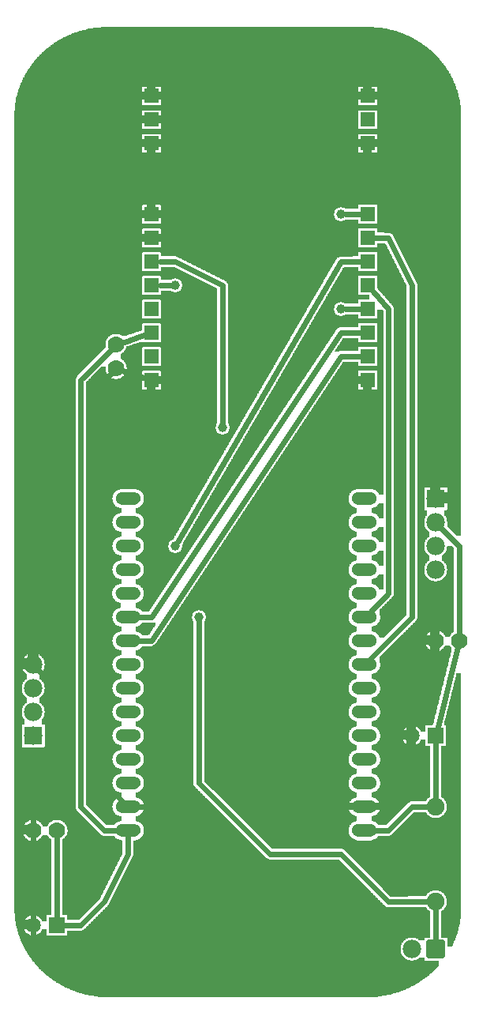
<source format=gtl>
G04 MADE WITH FRITZING*
G04 WWW.FRITZING.ORG*
G04 DOUBLE SIDED*
G04 HOLES PLATED*
G04 CONTOUR ON CENTER OF CONTOUR VECTOR*
%ASAXBY*%
%FSLAX23Y23*%
%MOIN*%
%OFA0B0*%
%SFA1.0B1.0*%
%ADD10C,0.075000*%
%ADD11C,0.070000*%
%ADD12C,0.065000*%
%ADD13C,0.078000*%
%ADD14C,0.039370*%
%ADD15C,0.052000*%
%ADD16R,0.078000X0.078000*%
%ADD17C,0.024000*%
%ADD18C,0.020000*%
%ADD19R,0.001000X0.001000*%
%LNCOPPER1*%
G90*
G70*
G54D10*
X323Y4060D03*
G54D11*
X120Y743D03*
X220Y743D03*
G54D12*
X120Y343D03*
X220Y343D03*
X120Y343D03*
X220Y343D03*
G54D11*
X1820Y1543D03*
X1920Y1543D03*
G54D12*
X1720Y1143D03*
X1820Y1143D03*
X1720Y1143D03*
X1820Y1143D03*
G54D10*
X1820Y843D03*
X1820Y443D03*
G54D11*
X470Y2693D03*
X470Y2793D03*
G54D13*
X120Y1143D03*
X120Y1243D03*
X120Y1343D03*
X120Y1443D03*
X1820Y2143D03*
X1820Y2043D03*
X1820Y1943D03*
X1820Y1843D03*
X1820Y243D03*
X1720Y243D03*
G54D14*
X1420Y3343D03*
X1420Y2943D03*
X720Y1943D03*
X720Y3043D03*
X920Y2443D03*
X820Y1643D03*
G54D15*
X1520Y743D03*
X1520Y843D03*
X1520Y943D03*
X1520Y1043D03*
X1520Y1143D03*
X1520Y1243D03*
X1520Y1343D03*
X1520Y1443D03*
X1520Y1543D03*
X1520Y1643D03*
X1520Y1743D03*
X1520Y1843D03*
X1520Y1943D03*
X1520Y2043D03*
X1520Y2143D03*
X520Y2143D03*
X520Y2043D03*
X520Y1943D03*
X520Y1843D03*
X520Y1743D03*
X520Y1643D03*
X520Y1543D03*
X520Y1443D03*
X520Y1343D03*
X520Y1243D03*
X520Y1143D03*
X520Y1043D03*
X520Y943D03*
X520Y843D03*
X520Y743D03*
G54D16*
X120Y1143D03*
X1820Y2143D03*
G54D17*
X1419Y2743D02*
X1499Y2743D01*
D02*
X619Y1544D02*
X1419Y2743D01*
D02*
X550Y1543D02*
X619Y1544D01*
D02*
X1721Y3043D02*
X1621Y3242D01*
D02*
X1721Y2142D02*
X1721Y3043D01*
D02*
X1621Y3242D02*
X1568Y3242D01*
D02*
X1541Y1464D02*
X1721Y1643D01*
D02*
X1721Y1643D02*
X1721Y2142D01*
D02*
X1621Y2943D02*
X1556Y3017D01*
D02*
X1621Y1743D02*
X1621Y2943D01*
D02*
X1542Y1664D02*
X1621Y1743D01*
D02*
X1499Y2943D02*
X1439Y2943D01*
D02*
X1499Y3343D02*
X1439Y3343D01*
D02*
X1419Y2843D02*
X619Y1642D01*
D02*
X619Y1642D02*
X550Y1643D01*
D02*
X1499Y2843D02*
X1419Y2843D01*
D02*
X1419Y3142D02*
X730Y1959D01*
D02*
X1499Y3142D02*
X1419Y3142D01*
D02*
X920Y3043D02*
X720Y3142D01*
D02*
X720Y3142D02*
X655Y3143D01*
D02*
X920Y2462D02*
X920Y3043D01*
D02*
X701Y3043D02*
X655Y3043D01*
D02*
X587Y2654D02*
X495Y2684D01*
D02*
X495Y2801D02*
X587Y2832D01*
D02*
X421Y742D02*
X490Y743D01*
D02*
X321Y842D02*
X421Y742D01*
D02*
X321Y2643D02*
X321Y842D01*
D02*
X452Y2774D02*
X321Y2643D01*
D02*
X421Y2643D02*
X452Y2674D01*
D02*
X421Y942D02*
X421Y2643D01*
D02*
X499Y864D02*
X421Y942D01*
D02*
X1820Y414D02*
X1820Y273D01*
D02*
X1721Y843D02*
X1620Y742D01*
D02*
X1792Y843D02*
X1721Y843D01*
D02*
X1620Y742D02*
X1550Y743D01*
D02*
X920Y843D02*
X819Y942D01*
D02*
X1120Y644D02*
X920Y843D01*
D02*
X1620Y442D02*
X1420Y644D01*
D02*
X1792Y443D02*
X1620Y442D01*
D02*
X1420Y644D02*
X1120Y644D01*
D02*
X819Y942D02*
X820Y1624D01*
D02*
X1820Y1118D02*
X1820Y871D01*
D02*
X1914Y1517D02*
X1826Y1167D01*
D02*
X1919Y1944D02*
X1920Y1569D01*
D02*
X1841Y2021D02*
X1919Y1944D01*
D02*
X321Y343D02*
X245Y343D01*
D02*
X521Y644D02*
X420Y442D01*
D02*
X420Y442D02*
X321Y343D01*
D02*
X520Y713D02*
X521Y644D01*
D02*
X420Y144D02*
X220Y144D01*
D02*
X220Y144D02*
X119Y242D01*
D02*
X119Y242D02*
X120Y318D01*
D02*
X619Y343D02*
X420Y144D01*
D02*
X720Y543D02*
X619Y343D01*
D02*
X720Y742D02*
X720Y543D01*
D02*
X521Y843D02*
X620Y843D01*
D02*
X521Y842D02*
X521Y843D01*
D02*
X120Y717D02*
X120Y368D01*
D02*
X220Y717D02*
X220Y368D01*
D02*
X119Y843D02*
X120Y769D01*
D02*
X220Y1342D02*
X220Y942D01*
D02*
X141Y1421D02*
X220Y1342D01*
D02*
X220Y942D02*
X119Y843D01*
D02*
X620Y843D02*
X720Y742D01*
G36*
X408Y4133D02*
X408Y4131D01*
X388Y4131D01*
X388Y4129D01*
X372Y4129D01*
X372Y4127D01*
X360Y4127D01*
X360Y4125D01*
X350Y4125D01*
X350Y4123D01*
X342Y4123D01*
X342Y4121D01*
X334Y4121D01*
X334Y4119D01*
X326Y4119D01*
X326Y4117D01*
X318Y4117D01*
X318Y4115D01*
X312Y4115D01*
X312Y4113D01*
X306Y4113D01*
X306Y4111D01*
X300Y4111D01*
X300Y4109D01*
X294Y4109D01*
X294Y4107D01*
X290Y4107D01*
X290Y4105D01*
X284Y4105D01*
X284Y4103D01*
X280Y4103D01*
X280Y4101D01*
X274Y4101D01*
X274Y4099D01*
X270Y4099D01*
X270Y4097D01*
X266Y4097D01*
X266Y4095D01*
X262Y4095D01*
X262Y4093D01*
X258Y4093D01*
X258Y4091D01*
X252Y4091D01*
X252Y4089D01*
X248Y4089D01*
X248Y4087D01*
X246Y4087D01*
X246Y4085D01*
X242Y4085D01*
X242Y4083D01*
X238Y4083D01*
X238Y4081D01*
X234Y4081D01*
X234Y4079D01*
X230Y4079D01*
X230Y4077D01*
X228Y4077D01*
X228Y4075D01*
X224Y4075D01*
X224Y4073D01*
X220Y4073D01*
X220Y4071D01*
X218Y4071D01*
X218Y4069D01*
X214Y4069D01*
X214Y4067D01*
X212Y4067D01*
X212Y4065D01*
X208Y4065D01*
X208Y4063D01*
X206Y4063D01*
X206Y4061D01*
X202Y4061D01*
X202Y4059D01*
X200Y4059D01*
X200Y4057D01*
X196Y4057D01*
X196Y4055D01*
X194Y4055D01*
X194Y4053D01*
X192Y4053D01*
X192Y4051D01*
X188Y4051D01*
X188Y4049D01*
X186Y4049D01*
X186Y4047D01*
X184Y4047D01*
X184Y4045D01*
X182Y4045D01*
X182Y4043D01*
X178Y4043D01*
X178Y4041D01*
X176Y4041D01*
X176Y4039D01*
X174Y4039D01*
X174Y4037D01*
X172Y4037D01*
X172Y4035D01*
X170Y4035D01*
X170Y4033D01*
X166Y4033D01*
X166Y4031D01*
X164Y4031D01*
X164Y4029D01*
X162Y4029D01*
X162Y4027D01*
X160Y4027D01*
X160Y4025D01*
X158Y4025D01*
X158Y4023D01*
X156Y4023D01*
X156Y4021D01*
X154Y4021D01*
X154Y4019D01*
X152Y4019D01*
X152Y4017D01*
X150Y4017D01*
X150Y4015D01*
X148Y4015D01*
X148Y4013D01*
X146Y4013D01*
X146Y4011D01*
X144Y4011D01*
X144Y4009D01*
X142Y4009D01*
X142Y4007D01*
X140Y4007D01*
X140Y4005D01*
X138Y4005D01*
X138Y4003D01*
X136Y4003D01*
X136Y4001D01*
X134Y4001D01*
X134Y3997D01*
X132Y3997D01*
X132Y3995D01*
X130Y3995D01*
X130Y3993D01*
X128Y3993D01*
X128Y3991D01*
X126Y3991D01*
X126Y3989D01*
X124Y3989D01*
X124Y3987D01*
X122Y3987D01*
X122Y3983D01*
X120Y3983D01*
X120Y3981D01*
X118Y3981D01*
X118Y3979D01*
X116Y3979D01*
X116Y3975D01*
X114Y3975D01*
X114Y3973D01*
X112Y3973D01*
X112Y3971D01*
X110Y3971D01*
X110Y3967D01*
X108Y3967D01*
X108Y3965D01*
X106Y3965D01*
X106Y3961D01*
X104Y3961D01*
X104Y3959D01*
X102Y3959D01*
X102Y3955D01*
X100Y3955D01*
X100Y3953D01*
X98Y3953D01*
X98Y3949D01*
X96Y3949D01*
X96Y3947D01*
X94Y3947D01*
X94Y3943D01*
X92Y3943D01*
X92Y3939D01*
X90Y3939D01*
X90Y3937D01*
X88Y3937D01*
X88Y3933D01*
X86Y3933D01*
X86Y3929D01*
X84Y3929D01*
X84Y3925D01*
X82Y3925D01*
X82Y3921D01*
X80Y3921D01*
X80Y3919D01*
X78Y3919D01*
X78Y3913D01*
X76Y3913D01*
X76Y3909D01*
X74Y3909D01*
X74Y3905D01*
X72Y3905D01*
X72Y3901D01*
X70Y3901D01*
X70Y3897D01*
X68Y3897D01*
X68Y3891D01*
X66Y3891D01*
X66Y3887D01*
X64Y3887D01*
X64Y3881D01*
X1574Y3881D01*
X1574Y3803D01*
X1924Y3803D01*
X1924Y3817D01*
X1922Y3817D01*
X1922Y3827D01*
X1920Y3827D01*
X1920Y3837D01*
X1918Y3837D01*
X1918Y3845D01*
X1916Y3845D01*
X1916Y3853D01*
X1914Y3853D01*
X1914Y3859D01*
X1912Y3859D01*
X1912Y3865D01*
X1910Y3865D01*
X1910Y3871D01*
X1908Y3871D01*
X1908Y3877D01*
X1906Y3877D01*
X1906Y3883D01*
X1904Y3883D01*
X1904Y3887D01*
X1902Y3887D01*
X1902Y3893D01*
X1900Y3893D01*
X1900Y3897D01*
X1898Y3897D01*
X1898Y3903D01*
X1896Y3903D01*
X1896Y3907D01*
X1894Y3907D01*
X1894Y3911D01*
X1892Y3911D01*
X1892Y3915D01*
X1890Y3915D01*
X1890Y3919D01*
X1888Y3919D01*
X1888Y3923D01*
X1886Y3923D01*
X1886Y3927D01*
X1884Y3927D01*
X1884Y3931D01*
X1882Y3931D01*
X1882Y3935D01*
X1880Y3935D01*
X1880Y3937D01*
X1878Y3937D01*
X1878Y3941D01*
X1876Y3941D01*
X1876Y3945D01*
X1874Y3945D01*
X1874Y3947D01*
X1872Y3947D01*
X1872Y3951D01*
X1870Y3951D01*
X1870Y3953D01*
X1868Y3953D01*
X1868Y3957D01*
X1866Y3957D01*
X1866Y3959D01*
X1864Y3959D01*
X1864Y3963D01*
X1862Y3963D01*
X1862Y3965D01*
X1860Y3965D01*
X1860Y3969D01*
X1858Y3969D01*
X1858Y3971D01*
X1856Y3971D01*
X1856Y3973D01*
X1854Y3973D01*
X1854Y3977D01*
X1852Y3977D01*
X1852Y3979D01*
X1850Y3979D01*
X1850Y3981D01*
X1848Y3981D01*
X1848Y3985D01*
X1846Y3985D01*
X1846Y3987D01*
X1844Y3987D01*
X1844Y3989D01*
X1842Y3989D01*
X1842Y3991D01*
X1840Y3991D01*
X1840Y3993D01*
X1838Y3993D01*
X1838Y3997D01*
X1836Y3997D01*
X1836Y3999D01*
X1834Y3999D01*
X1834Y4001D01*
X1832Y4001D01*
X1832Y4003D01*
X1830Y4003D01*
X1830Y4005D01*
X1828Y4005D01*
X1828Y4007D01*
X1826Y4007D01*
X1826Y4009D01*
X1824Y4009D01*
X1824Y4011D01*
X1822Y4011D01*
X1822Y4013D01*
X1820Y4013D01*
X1820Y4015D01*
X1818Y4015D01*
X1818Y4017D01*
X1816Y4017D01*
X1816Y4019D01*
X1814Y4019D01*
X1814Y4021D01*
X1812Y4021D01*
X1812Y4023D01*
X1810Y4023D01*
X1810Y4025D01*
X1808Y4025D01*
X1808Y4027D01*
X1806Y4027D01*
X1806Y4029D01*
X1804Y4029D01*
X1804Y4031D01*
X1802Y4031D01*
X1802Y4033D01*
X1800Y4033D01*
X1800Y4035D01*
X1796Y4035D01*
X1796Y4037D01*
X1794Y4037D01*
X1794Y4039D01*
X1792Y4039D01*
X1792Y4041D01*
X1790Y4041D01*
X1790Y4043D01*
X1788Y4043D01*
X1788Y4045D01*
X1784Y4045D01*
X1784Y4047D01*
X1782Y4047D01*
X1782Y4049D01*
X1780Y4049D01*
X1780Y4051D01*
X1776Y4051D01*
X1776Y4053D01*
X1774Y4053D01*
X1774Y4055D01*
X1772Y4055D01*
X1772Y4057D01*
X1768Y4057D01*
X1768Y4059D01*
X1766Y4059D01*
X1766Y4061D01*
X1764Y4061D01*
X1764Y4063D01*
X1760Y4063D01*
X1760Y4065D01*
X1758Y4065D01*
X1758Y4067D01*
X1754Y4067D01*
X1754Y4069D01*
X1752Y4069D01*
X1752Y4071D01*
X1748Y4071D01*
X1748Y4073D01*
X1744Y4073D01*
X1744Y4075D01*
X1742Y4075D01*
X1742Y4077D01*
X1738Y4077D01*
X1738Y4079D01*
X1734Y4079D01*
X1734Y4081D01*
X1730Y4081D01*
X1730Y4083D01*
X1728Y4083D01*
X1728Y4085D01*
X1724Y4085D01*
X1724Y4087D01*
X1720Y4087D01*
X1720Y4089D01*
X1716Y4089D01*
X1716Y4091D01*
X1712Y4091D01*
X1712Y4093D01*
X1708Y4093D01*
X1708Y4095D01*
X1704Y4095D01*
X1704Y4097D01*
X1698Y4097D01*
X1698Y4099D01*
X1694Y4099D01*
X1694Y4101D01*
X1690Y4101D01*
X1690Y4103D01*
X1684Y4103D01*
X1684Y4105D01*
X1680Y4105D01*
X1680Y4107D01*
X1674Y4107D01*
X1674Y4109D01*
X1668Y4109D01*
X1668Y4111D01*
X1662Y4111D01*
X1662Y4113D01*
X1656Y4113D01*
X1656Y4115D01*
X1650Y4115D01*
X1650Y4117D01*
X1642Y4117D01*
X1642Y4119D01*
X1636Y4119D01*
X1636Y4121D01*
X1626Y4121D01*
X1626Y4123D01*
X1618Y4123D01*
X1618Y4125D01*
X1608Y4125D01*
X1608Y4127D01*
X1596Y4127D01*
X1596Y4129D01*
X1582Y4129D01*
X1582Y4131D01*
X1560Y4131D01*
X1560Y4133D01*
X408Y4133D01*
G37*
D02*
G36*
X62Y3881D02*
X62Y3875D01*
X60Y3875D01*
X60Y3869D01*
X58Y3869D01*
X58Y3863D01*
X56Y3863D01*
X56Y3857D01*
X54Y3857D01*
X54Y3851D01*
X52Y3851D01*
X52Y3843D01*
X50Y3843D01*
X50Y3835D01*
X48Y3835D01*
X48Y3825D01*
X46Y3825D01*
X46Y3813D01*
X44Y3813D01*
X44Y3803D01*
X580Y3803D01*
X580Y3881D01*
X62Y3881D01*
G37*
D02*
G36*
X660Y3881D02*
X660Y3803D01*
X1494Y3803D01*
X1494Y3881D01*
X660Y3881D01*
G37*
D02*
G36*
X44Y3803D02*
X44Y3801D01*
X1926Y3801D01*
X1926Y3803D01*
X44Y3803D01*
G37*
D02*
G36*
X44Y3803D02*
X44Y3801D01*
X1926Y3801D01*
X1926Y3803D01*
X44Y3803D01*
G37*
D02*
G36*
X44Y3803D02*
X44Y3801D01*
X1926Y3801D01*
X1926Y3803D01*
X44Y3803D01*
G37*
D02*
G36*
X44Y3801D02*
X44Y3799D01*
X42Y3799D01*
X42Y3781D01*
X1574Y3781D01*
X1574Y3703D01*
X1928Y3703D01*
X1928Y3785D01*
X1926Y3785D01*
X1926Y3801D01*
X44Y3801D01*
G37*
D02*
G36*
X42Y3781D02*
X42Y3779D01*
X40Y3779D01*
X40Y3703D01*
X580Y3703D01*
X580Y3781D01*
X42Y3781D01*
G37*
D02*
G36*
X660Y3781D02*
X660Y3703D01*
X1494Y3703D01*
X1494Y3781D01*
X660Y3781D01*
G37*
D02*
G36*
X40Y3703D02*
X40Y3701D01*
X1928Y3701D01*
X1928Y3703D01*
X40Y3703D01*
G37*
D02*
G36*
X40Y3703D02*
X40Y3701D01*
X1928Y3701D01*
X1928Y3703D01*
X40Y3703D01*
G37*
D02*
G36*
X40Y3703D02*
X40Y3701D01*
X1928Y3701D01*
X1928Y3703D01*
X40Y3703D01*
G37*
D02*
G36*
X40Y3701D02*
X40Y3681D01*
X1574Y3681D01*
X1574Y3603D01*
X1928Y3603D01*
X1928Y3701D01*
X40Y3701D01*
G37*
D02*
G36*
X40Y3681D02*
X40Y3603D01*
X580Y3603D01*
X580Y3681D01*
X40Y3681D01*
G37*
D02*
G36*
X660Y3681D02*
X660Y3603D01*
X1494Y3603D01*
X1494Y3681D01*
X660Y3681D01*
G37*
D02*
G36*
X40Y3603D02*
X40Y3601D01*
X1928Y3601D01*
X1928Y3603D01*
X40Y3603D01*
G37*
D02*
G36*
X40Y3603D02*
X40Y3601D01*
X1928Y3601D01*
X1928Y3603D01*
X40Y3603D01*
G37*
D02*
G36*
X40Y3603D02*
X40Y3601D01*
X1928Y3601D01*
X1928Y3603D01*
X40Y3603D01*
G37*
D02*
G36*
X40Y3601D02*
X40Y3383D01*
X1572Y3383D01*
X1572Y3381D01*
X1574Y3381D01*
X1574Y3303D01*
X1928Y3303D01*
X1928Y3601D01*
X40Y3601D01*
G37*
D02*
G36*
X40Y3383D02*
X40Y3303D01*
X580Y3303D01*
X580Y3381D01*
X582Y3381D01*
X582Y3383D01*
X40Y3383D01*
G37*
D02*
G36*
X658Y3383D02*
X658Y3381D01*
X660Y3381D01*
X660Y3373D01*
X1422Y3373D01*
X1422Y3371D01*
X1432Y3371D01*
X1432Y3369D01*
X1436Y3369D01*
X1436Y3367D01*
X1438Y3367D01*
X1438Y3365D01*
X1494Y3365D01*
X1494Y3383D01*
X658Y3383D01*
G37*
D02*
G36*
X660Y3373D02*
X660Y3313D01*
X1412Y3313D01*
X1412Y3315D01*
X1408Y3315D01*
X1408Y3317D01*
X1404Y3317D01*
X1404Y3319D01*
X1402Y3319D01*
X1402Y3321D01*
X1398Y3321D01*
X1398Y3325D01*
X1396Y3325D01*
X1396Y3327D01*
X1394Y3327D01*
X1394Y3331D01*
X1392Y3331D01*
X1392Y3337D01*
X1390Y3337D01*
X1390Y3347D01*
X1392Y3347D01*
X1392Y3355D01*
X1394Y3355D01*
X1394Y3359D01*
X1396Y3359D01*
X1396Y3361D01*
X1398Y3361D01*
X1398Y3363D01*
X1400Y3363D01*
X1400Y3365D01*
X1402Y3365D01*
X1402Y3367D01*
X1406Y3367D01*
X1406Y3369D01*
X1410Y3369D01*
X1410Y3371D01*
X1418Y3371D01*
X1418Y3373D01*
X660Y3373D01*
G37*
D02*
G36*
X1440Y3321D02*
X1440Y3319D01*
X1436Y3319D01*
X1436Y3317D01*
X1434Y3317D01*
X1434Y3315D01*
X1428Y3315D01*
X1428Y3313D01*
X1494Y3313D01*
X1494Y3321D01*
X1440Y3321D01*
G37*
D02*
G36*
X660Y3313D02*
X660Y3311D01*
X1494Y3311D01*
X1494Y3313D01*
X660Y3313D01*
G37*
D02*
G36*
X660Y3313D02*
X660Y3311D01*
X1494Y3311D01*
X1494Y3313D01*
X660Y3313D01*
G37*
D02*
G36*
X660Y3311D02*
X660Y3303D01*
X1494Y3303D01*
X1494Y3311D01*
X660Y3311D01*
G37*
D02*
G36*
X40Y3303D02*
X40Y3301D01*
X1928Y3301D01*
X1928Y3303D01*
X40Y3303D01*
G37*
D02*
G36*
X40Y3303D02*
X40Y3301D01*
X1928Y3301D01*
X1928Y3303D01*
X40Y3303D01*
G37*
D02*
G36*
X40Y3303D02*
X40Y3301D01*
X1928Y3301D01*
X1928Y3303D01*
X40Y3303D01*
G37*
D02*
G36*
X40Y3301D02*
X40Y3283D01*
X1572Y3283D01*
X1572Y3281D01*
X1574Y3281D01*
X1574Y3265D01*
X1602Y3265D01*
X1602Y3263D01*
X1630Y3263D01*
X1630Y3261D01*
X1634Y3261D01*
X1634Y3259D01*
X1636Y3259D01*
X1636Y3257D01*
X1638Y3257D01*
X1638Y3255D01*
X1640Y3255D01*
X1640Y3251D01*
X1642Y3251D01*
X1642Y3247D01*
X1644Y3247D01*
X1644Y3243D01*
X1646Y3243D01*
X1646Y3239D01*
X1648Y3239D01*
X1648Y3235D01*
X1650Y3235D01*
X1650Y3231D01*
X1652Y3231D01*
X1652Y3227D01*
X1654Y3227D01*
X1654Y3223D01*
X1656Y3223D01*
X1656Y3219D01*
X1658Y3219D01*
X1658Y3215D01*
X1660Y3215D01*
X1660Y3211D01*
X1662Y3211D01*
X1662Y3207D01*
X1664Y3207D01*
X1664Y3203D01*
X1666Y3203D01*
X1666Y3199D01*
X1668Y3199D01*
X1668Y3195D01*
X1670Y3195D01*
X1670Y3191D01*
X1672Y3191D01*
X1672Y3187D01*
X1674Y3187D01*
X1674Y3183D01*
X1676Y3183D01*
X1676Y3179D01*
X1678Y3179D01*
X1678Y3175D01*
X1680Y3175D01*
X1680Y3171D01*
X1682Y3171D01*
X1682Y3167D01*
X1684Y3167D01*
X1684Y3163D01*
X1686Y3163D01*
X1686Y3159D01*
X1688Y3159D01*
X1688Y3155D01*
X1690Y3155D01*
X1690Y3151D01*
X1692Y3151D01*
X1692Y3147D01*
X1694Y3147D01*
X1694Y3143D01*
X1696Y3143D01*
X1696Y3139D01*
X1698Y3139D01*
X1698Y3135D01*
X1700Y3135D01*
X1700Y3131D01*
X1702Y3131D01*
X1702Y3127D01*
X1704Y3127D01*
X1704Y3123D01*
X1706Y3123D01*
X1706Y3119D01*
X1708Y3119D01*
X1708Y3115D01*
X1710Y3115D01*
X1710Y3111D01*
X1712Y3111D01*
X1712Y3107D01*
X1714Y3107D01*
X1714Y3103D01*
X1716Y3103D01*
X1716Y3099D01*
X1718Y3099D01*
X1718Y3095D01*
X1720Y3095D01*
X1720Y3091D01*
X1722Y3091D01*
X1722Y3087D01*
X1724Y3087D01*
X1724Y3083D01*
X1726Y3083D01*
X1726Y3079D01*
X1728Y3079D01*
X1728Y3075D01*
X1730Y3075D01*
X1730Y3071D01*
X1732Y3071D01*
X1732Y3067D01*
X1734Y3067D01*
X1734Y3063D01*
X1736Y3063D01*
X1736Y3059D01*
X1738Y3059D01*
X1738Y3055D01*
X1740Y3055D01*
X1740Y3051D01*
X1742Y3051D01*
X1742Y2191D01*
X1870Y2191D01*
X1870Y2095D01*
X1868Y2095D01*
X1868Y2093D01*
X1858Y2093D01*
X1858Y2071D01*
X1860Y2071D01*
X1860Y2069D01*
X1862Y2069D01*
X1862Y2065D01*
X1864Y2065D01*
X1864Y2063D01*
X1866Y2063D01*
X1866Y2055D01*
X1868Y2055D01*
X1868Y2045D01*
X1870Y2045D01*
X1870Y2023D01*
X1872Y2023D01*
X1872Y2021D01*
X1874Y2021D01*
X1874Y2019D01*
X1876Y2019D01*
X1876Y2017D01*
X1878Y2017D01*
X1878Y2015D01*
X1880Y2015D01*
X1880Y2013D01*
X1882Y2013D01*
X1882Y2011D01*
X1884Y2011D01*
X1884Y2009D01*
X1886Y2009D01*
X1886Y2007D01*
X1888Y2007D01*
X1888Y2005D01*
X1890Y2005D01*
X1890Y2003D01*
X1892Y2003D01*
X1892Y2001D01*
X1894Y2001D01*
X1894Y1999D01*
X1896Y1999D01*
X1896Y1997D01*
X1898Y1997D01*
X1898Y1995D01*
X1900Y1995D01*
X1900Y1993D01*
X1902Y1993D01*
X1902Y1991D01*
X1904Y1991D01*
X1904Y1989D01*
X1906Y1989D01*
X1906Y1987D01*
X1908Y1987D01*
X1908Y1985D01*
X1928Y1985D01*
X1928Y3301D01*
X40Y3301D01*
G37*
D02*
G36*
X40Y3283D02*
X40Y3203D01*
X580Y3203D01*
X580Y3281D01*
X582Y3281D01*
X582Y3283D01*
X40Y3283D01*
G37*
D02*
G36*
X658Y3283D02*
X658Y3281D01*
X660Y3281D01*
X660Y3203D01*
X1494Y3203D01*
X1494Y3283D01*
X658Y3283D01*
G37*
D02*
G36*
X1574Y3221D02*
X1574Y3203D01*
X1616Y3203D01*
X1616Y3205D01*
X1614Y3205D01*
X1614Y3209D01*
X1612Y3209D01*
X1612Y3213D01*
X1610Y3213D01*
X1610Y3217D01*
X1608Y3217D01*
X1608Y3219D01*
X1600Y3219D01*
X1600Y3221D01*
X1574Y3221D01*
G37*
D02*
G36*
X40Y3203D02*
X40Y3201D01*
X1616Y3201D01*
X1616Y3203D01*
X40Y3203D01*
G37*
D02*
G36*
X40Y3203D02*
X40Y3201D01*
X1616Y3201D01*
X1616Y3203D01*
X40Y3203D01*
G37*
D02*
G36*
X40Y3203D02*
X40Y3201D01*
X1616Y3201D01*
X1616Y3203D01*
X40Y3203D01*
G37*
D02*
G36*
X40Y3201D02*
X40Y3183D01*
X1572Y3183D01*
X1572Y3181D01*
X1574Y3181D01*
X1574Y3103D01*
X1666Y3103D01*
X1666Y3105D01*
X1664Y3105D01*
X1664Y3109D01*
X1662Y3109D01*
X1662Y3113D01*
X1660Y3113D01*
X1660Y3117D01*
X1658Y3117D01*
X1658Y3121D01*
X1656Y3121D01*
X1656Y3125D01*
X1654Y3125D01*
X1654Y3129D01*
X1652Y3129D01*
X1652Y3133D01*
X1650Y3133D01*
X1650Y3137D01*
X1648Y3137D01*
X1648Y3141D01*
X1646Y3141D01*
X1646Y3145D01*
X1644Y3145D01*
X1644Y3149D01*
X1642Y3149D01*
X1642Y3153D01*
X1640Y3153D01*
X1640Y3157D01*
X1638Y3157D01*
X1638Y3161D01*
X1636Y3161D01*
X1636Y3165D01*
X1634Y3165D01*
X1634Y3169D01*
X1632Y3169D01*
X1632Y3173D01*
X1630Y3173D01*
X1630Y3177D01*
X1628Y3177D01*
X1628Y3181D01*
X1626Y3181D01*
X1626Y3185D01*
X1624Y3185D01*
X1624Y3189D01*
X1622Y3189D01*
X1622Y3193D01*
X1620Y3193D01*
X1620Y3197D01*
X1618Y3197D01*
X1618Y3201D01*
X40Y3201D01*
G37*
D02*
G36*
X40Y3183D02*
X40Y3103D01*
X580Y3103D01*
X580Y3181D01*
X582Y3181D01*
X582Y3183D01*
X40Y3183D01*
G37*
D02*
G36*
X658Y3183D02*
X658Y3181D01*
X660Y3181D01*
X660Y3165D01*
X722Y3165D01*
X722Y3163D01*
X730Y3163D01*
X730Y3161D01*
X734Y3161D01*
X734Y3159D01*
X738Y3159D01*
X738Y3157D01*
X742Y3157D01*
X742Y3155D01*
X746Y3155D01*
X746Y3153D01*
X750Y3153D01*
X750Y3151D01*
X754Y3151D01*
X754Y3149D01*
X758Y3149D01*
X758Y3147D01*
X762Y3147D01*
X762Y3145D01*
X766Y3145D01*
X766Y3143D01*
X770Y3143D01*
X770Y3141D01*
X774Y3141D01*
X774Y3139D01*
X778Y3139D01*
X778Y3137D01*
X782Y3137D01*
X782Y3135D01*
X786Y3135D01*
X786Y3133D01*
X790Y3133D01*
X790Y3131D01*
X794Y3131D01*
X794Y3129D01*
X798Y3129D01*
X798Y3127D01*
X802Y3127D01*
X802Y3125D01*
X806Y3125D01*
X806Y3123D01*
X810Y3123D01*
X810Y3121D01*
X814Y3121D01*
X814Y3119D01*
X818Y3119D01*
X818Y3117D01*
X822Y3117D01*
X822Y3115D01*
X826Y3115D01*
X826Y3113D01*
X830Y3113D01*
X830Y3111D01*
X834Y3111D01*
X834Y3109D01*
X838Y3109D01*
X838Y3107D01*
X842Y3107D01*
X842Y3105D01*
X846Y3105D01*
X846Y3103D01*
X850Y3103D01*
X850Y3101D01*
X854Y3101D01*
X854Y3099D01*
X858Y3099D01*
X858Y3097D01*
X862Y3097D01*
X862Y3095D01*
X866Y3095D01*
X866Y3093D01*
X870Y3093D01*
X870Y3091D01*
X874Y3091D01*
X874Y3089D01*
X878Y3089D01*
X878Y3087D01*
X882Y3087D01*
X882Y3085D01*
X886Y3085D01*
X886Y3083D01*
X890Y3083D01*
X890Y3081D01*
X894Y3081D01*
X894Y3079D01*
X898Y3079D01*
X898Y3077D01*
X902Y3077D01*
X902Y3075D01*
X906Y3075D01*
X906Y3073D01*
X910Y3073D01*
X910Y3071D01*
X914Y3071D01*
X914Y3069D01*
X918Y3069D01*
X918Y3067D01*
X922Y3067D01*
X922Y3065D01*
X926Y3065D01*
X926Y3063D01*
X930Y3063D01*
X930Y3061D01*
X934Y3061D01*
X934Y3059D01*
X936Y3059D01*
X936Y3057D01*
X938Y3057D01*
X938Y3053D01*
X940Y3053D01*
X940Y3049D01*
X942Y3049D01*
X942Y2461D01*
X944Y2461D01*
X944Y2459D01*
X946Y2459D01*
X946Y2455D01*
X948Y2455D01*
X948Y2449D01*
X950Y2449D01*
X950Y2437D01*
X948Y2437D01*
X948Y2431D01*
X946Y2431D01*
X946Y2427D01*
X944Y2427D01*
X944Y2423D01*
X942Y2423D01*
X942Y2421D01*
X940Y2421D01*
X940Y2419D01*
X936Y2419D01*
X936Y2417D01*
X934Y2417D01*
X934Y2415D01*
X928Y2415D01*
X928Y2413D01*
X970Y2413D01*
X970Y2417D01*
X972Y2417D01*
X972Y2419D01*
X974Y2419D01*
X974Y2423D01*
X976Y2423D01*
X976Y2427D01*
X978Y2427D01*
X978Y2431D01*
X980Y2431D01*
X980Y2433D01*
X982Y2433D01*
X982Y2437D01*
X984Y2437D01*
X984Y2441D01*
X986Y2441D01*
X986Y2443D01*
X988Y2443D01*
X988Y2447D01*
X990Y2447D01*
X990Y2451D01*
X992Y2451D01*
X992Y2455D01*
X994Y2455D01*
X994Y2457D01*
X996Y2457D01*
X996Y2461D01*
X998Y2461D01*
X998Y2465D01*
X1000Y2465D01*
X1000Y2467D01*
X1002Y2467D01*
X1002Y2471D01*
X1004Y2471D01*
X1004Y2475D01*
X1006Y2475D01*
X1006Y2479D01*
X1008Y2479D01*
X1008Y2481D01*
X1010Y2481D01*
X1010Y2485D01*
X1012Y2485D01*
X1012Y2489D01*
X1014Y2489D01*
X1014Y2491D01*
X1016Y2491D01*
X1016Y2495D01*
X1018Y2495D01*
X1018Y2499D01*
X1020Y2499D01*
X1020Y2503D01*
X1022Y2503D01*
X1022Y2505D01*
X1024Y2505D01*
X1024Y2509D01*
X1026Y2509D01*
X1026Y2513D01*
X1028Y2513D01*
X1028Y2515D01*
X1030Y2515D01*
X1030Y2519D01*
X1032Y2519D01*
X1032Y2523D01*
X1034Y2523D01*
X1034Y2527D01*
X1036Y2527D01*
X1036Y2529D01*
X1038Y2529D01*
X1038Y2533D01*
X1040Y2533D01*
X1040Y2537D01*
X1042Y2537D01*
X1042Y2539D01*
X1044Y2539D01*
X1044Y2543D01*
X1046Y2543D01*
X1046Y2547D01*
X1048Y2547D01*
X1048Y2551D01*
X1050Y2551D01*
X1050Y2553D01*
X1052Y2553D01*
X1052Y2557D01*
X1054Y2557D01*
X1054Y2561D01*
X1056Y2561D01*
X1056Y2563D01*
X1058Y2563D01*
X1058Y2567D01*
X1060Y2567D01*
X1060Y2571D01*
X1062Y2571D01*
X1062Y2575D01*
X1064Y2575D01*
X1064Y2577D01*
X1066Y2577D01*
X1066Y2581D01*
X1068Y2581D01*
X1068Y2585D01*
X1070Y2585D01*
X1070Y2587D01*
X1072Y2587D01*
X1072Y2591D01*
X1074Y2591D01*
X1074Y2595D01*
X1076Y2595D01*
X1076Y2599D01*
X1078Y2599D01*
X1078Y2601D01*
X1080Y2601D01*
X1080Y2605D01*
X1082Y2605D01*
X1082Y2609D01*
X1084Y2609D01*
X1084Y2611D01*
X1086Y2611D01*
X1086Y2615D01*
X1088Y2615D01*
X1088Y2619D01*
X1090Y2619D01*
X1090Y2623D01*
X1092Y2623D01*
X1092Y2625D01*
X1094Y2625D01*
X1094Y2629D01*
X1096Y2629D01*
X1096Y2633D01*
X1098Y2633D01*
X1098Y2635D01*
X1100Y2635D01*
X1100Y2639D01*
X1102Y2639D01*
X1102Y2643D01*
X1104Y2643D01*
X1104Y2647D01*
X1106Y2647D01*
X1106Y2649D01*
X1108Y2649D01*
X1108Y2653D01*
X1110Y2653D01*
X1110Y2657D01*
X1112Y2657D01*
X1112Y2659D01*
X1114Y2659D01*
X1114Y2663D01*
X1116Y2663D01*
X1116Y2667D01*
X1118Y2667D01*
X1118Y2671D01*
X1120Y2671D01*
X1120Y2673D01*
X1122Y2673D01*
X1122Y2677D01*
X1124Y2677D01*
X1124Y2681D01*
X1126Y2681D01*
X1126Y2683D01*
X1128Y2683D01*
X1128Y2687D01*
X1130Y2687D01*
X1130Y2691D01*
X1132Y2691D01*
X1132Y2695D01*
X1134Y2695D01*
X1134Y2697D01*
X1136Y2697D01*
X1136Y2701D01*
X1138Y2701D01*
X1138Y2705D01*
X1140Y2705D01*
X1140Y2707D01*
X1142Y2707D01*
X1142Y2711D01*
X1144Y2711D01*
X1144Y2715D01*
X1146Y2715D01*
X1146Y2719D01*
X1148Y2719D01*
X1148Y2721D01*
X1150Y2721D01*
X1150Y2725D01*
X1152Y2725D01*
X1152Y2729D01*
X1154Y2729D01*
X1154Y2733D01*
X1156Y2733D01*
X1156Y2735D01*
X1158Y2735D01*
X1158Y2739D01*
X1160Y2739D01*
X1160Y2743D01*
X1162Y2743D01*
X1162Y2745D01*
X1164Y2745D01*
X1164Y2749D01*
X1166Y2749D01*
X1166Y2753D01*
X1168Y2753D01*
X1168Y2757D01*
X1170Y2757D01*
X1170Y2759D01*
X1172Y2759D01*
X1172Y2763D01*
X1174Y2763D01*
X1174Y2767D01*
X1176Y2767D01*
X1176Y2769D01*
X1178Y2769D01*
X1178Y2773D01*
X1180Y2773D01*
X1180Y2777D01*
X1182Y2777D01*
X1182Y2781D01*
X1184Y2781D01*
X1184Y2783D01*
X1186Y2783D01*
X1186Y2787D01*
X1188Y2787D01*
X1188Y2791D01*
X1190Y2791D01*
X1190Y2793D01*
X1192Y2793D01*
X1192Y2797D01*
X1194Y2797D01*
X1194Y2801D01*
X1196Y2801D01*
X1196Y2805D01*
X1198Y2805D01*
X1198Y2807D01*
X1200Y2807D01*
X1200Y2811D01*
X1202Y2811D01*
X1202Y2815D01*
X1204Y2815D01*
X1204Y2817D01*
X1206Y2817D01*
X1206Y2821D01*
X1208Y2821D01*
X1208Y2825D01*
X1210Y2825D01*
X1210Y2829D01*
X1212Y2829D01*
X1212Y2831D01*
X1214Y2831D01*
X1214Y2835D01*
X1216Y2835D01*
X1216Y2839D01*
X1218Y2839D01*
X1218Y2841D01*
X1220Y2841D01*
X1220Y2845D01*
X1222Y2845D01*
X1222Y2849D01*
X1224Y2849D01*
X1224Y2853D01*
X1226Y2853D01*
X1226Y2855D01*
X1228Y2855D01*
X1228Y2859D01*
X1230Y2859D01*
X1230Y2863D01*
X1232Y2863D01*
X1232Y2865D01*
X1234Y2865D01*
X1234Y2869D01*
X1236Y2869D01*
X1236Y2873D01*
X1238Y2873D01*
X1238Y2877D01*
X1240Y2877D01*
X1240Y2879D01*
X1242Y2879D01*
X1242Y2883D01*
X1244Y2883D01*
X1244Y2887D01*
X1246Y2887D01*
X1246Y2889D01*
X1248Y2889D01*
X1248Y2893D01*
X1250Y2893D01*
X1250Y2897D01*
X1252Y2897D01*
X1252Y2901D01*
X1254Y2901D01*
X1254Y2903D01*
X1256Y2903D01*
X1256Y2907D01*
X1258Y2907D01*
X1258Y2911D01*
X1260Y2911D01*
X1260Y2913D01*
X1262Y2913D01*
X1262Y2917D01*
X1264Y2917D01*
X1264Y2921D01*
X1266Y2921D01*
X1266Y2925D01*
X1268Y2925D01*
X1268Y2927D01*
X1270Y2927D01*
X1270Y2931D01*
X1272Y2931D01*
X1272Y2935D01*
X1274Y2935D01*
X1274Y2937D01*
X1276Y2937D01*
X1276Y2941D01*
X1278Y2941D01*
X1278Y2945D01*
X1280Y2945D01*
X1280Y2949D01*
X1282Y2949D01*
X1282Y2951D01*
X1284Y2951D01*
X1284Y2955D01*
X1286Y2955D01*
X1286Y2959D01*
X1288Y2959D01*
X1288Y2961D01*
X1290Y2961D01*
X1290Y2965D01*
X1292Y2965D01*
X1292Y2969D01*
X1294Y2969D01*
X1294Y2973D01*
X1296Y2973D01*
X1296Y2975D01*
X1298Y2975D01*
X1298Y2979D01*
X1300Y2979D01*
X1300Y2983D01*
X1302Y2983D01*
X1302Y2985D01*
X1304Y2985D01*
X1304Y2989D01*
X1306Y2989D01*
X1306Y2993D01*
X1308Y2993D01*
X1308Y2997D01*
X1310Y2997D01*
X1310Y2999D01*
X1312Y2999D01*
X1312Y3003D01*
X1314Y3003D01*
X1314Y3007D01*
X1316Y3007D01*
X1316Y3009D01*
X1318Y3009D01*
X1318Y3013D01*
X1320Y3013D01*
X1320Y3017D01*
X1322Y3017D01*
X1322Y3021D01*
X1324Y3021D01*
X1324Y3023D01*
X1326Y3023D01*
X1326Y3027D01*
X1328Y3027D01*
X1328Y3031D01*
X1330Y3031D01*
X1330Y3033D01*
X1332Y3033D01*
X1332Y3037D01*
X1334Y3037D01*
X1334Y3041D01*
X1336Y3041D01*
X1336Y3045D01*
X1338Y3045D01*
X1338Y3047D01*
X1340Y3047D01*
X1340Y3051D01*
X1342Y3051D01*
X1342Y3055D01*
X1344Y3055D01*
X1344Y3057D01*
X1346Y3057D01*
X1346Y3061D01*
X1348Y3061D01*
X1348Y3065D01*
X1350Y3065D01*
X1350Y3069D01*
X1352Y3069D01*
X1352Y3071D01*
X1354Y3071D01*
X1354Y3075D01*
X1356Y3075D01*
X1356Y3079D01*
X1358Y3079D01*
X1358Y3081D01*
X1360Y3081D01*
X1360Y3085D01*
X1362Y3085D01*
X1362Y3089D01*
X1364Y3089D01*
X1364Y3093D01*
X1366Y3093D01*
X1366Y3095D01*
X1368Y3095D01*
X1368Y3099D01*
X1370Y3099D01*
X1370Y3103D01*
X1372Y3103D01*
X1372Y3105D01*
X1374Y3105D01*
X1374Y3109D01*
X1376Y3109D01*
X1376Y3113D01*
X1378Y3113D01*
X1378Y3117D01*
X1380Y3117D01*
X1380Y3119D01*
X1382Y3119D01*
X1382Y3123D01*
X1384Y3123D01*
X1384Y3127D01*
X1386Y3127D01*
X1386Y3129D01*
X1388Y3129D01*
X1388Y3133D01*
X1390Y3133D01*
X1390Y3137D01*
X1392Y3137D01*
X1392Y3141D01*
X1394Y3141D01*
X1394Y3143D01*
X1396Y3143D01*
X1396Y3147D01*
X1398Y3147D01*
X1398Y3151D01*
X1400Y3151D01*
X1400Y3153D01*
X1402Y3153D01*
X1402Y3157D01*
X1404Y3157D01*
X1404Y3159D01*
X1408Y3159D01*
X1408Y3161D01*
X1412Y3161D01*
X1412Y3163D01*
X1470Y3163D01*
X1470Y3165D01*
X1494Y3165D01*
X1494Y3183D01*
X658Y3183D01*
G37*
D02*
G36*
X660Y3121D02*
X660Y3103D01*
X748Y3103D01*
X748Y3105D01*
X744Y3105D01*
X744Y3107D01*
X740Y3107D01*
X740Y3109D01*
X736Y3109D01*
X736Y3111D01*
X732Y3111D01*
X732Y3113D01*
X728Y3113D01*
X728Y3115D01*
X724Y3115D01*
X724Y3117D01*
X720Y3117D01*
X720Y3119D01*
X716Y3119D01*
X716Y3121D01*
X660Y3121D01*
G37*
D02*
G36*
X1472Y3121D02*
X1472Y3119D01*
X1432Y3119D01*
X1432Y3117D01*
X1430Y3117D01*
X1430Y3115D01*
X1428Y3115D01*
X1428Y3111D01*
X1426Y3111D01*
X1426Y3107D01*
X1424Y3107D01*
X1424Y3105D01*
X1422Y3105D01*
X1422Y3103D01*
X1494Y3103D01*
X1494Y3121D01*
X1472Y3121D01*
G37*
D02*
G36*
X40Y3103D02*
X40Y3101D01*
X752Y3101D01*
X752Y3103D01*
X40Y3103D01*
G37*
D02*
G36*
X40Y3103D02*
X40Y3101D01*
X752Y3101D01*
X752Y3103D01*
X40Y3103D01*
G37*
D02*
G36*
X1422Y3103D02*
X1422Y3101D01*
X1666Y3101D01*
X1666Y3103D01*
X1422Y3103D01*
G37*
D02*
G36*
X1422Y3103D02*
X1422Y3101D01*
X1666Y3101D01*
X1666Y3103D01*
X1422Y3103D01*
G37*
D02*
G36*
X40Y3101D02*
X40Y3083D01*
X658Y3083D01*
X658Y3081D01*
X660Y3081D01*
X660Y3073D01*
X722Y3073D01*
X722Y3071D01*
X732Y3071D01*
X732Y3069D01*
X734Y3069D01*
X734Y3067D01*
X738Y3067D01*
X738Y3065D01*
X740Y3065D01*
X740Y3063D01*
X742Y3063D01*
X742Y3061D01*
X744Y3061D01*
X744Y3059D01*
X746Y3059D01*
X746Y3055D01*
X748Y3055D01*
X748Y3049D01*
X750Y3049D01*
X750Y3037D01*
X748Y3037D01*
X748Y3031D01*
X746Y3031D01*
X746Y3027D01*
X744Y3027D01*
X744Y3023D01*
X742Y3023D01*
X742Y3021D01*
X740Y3021D01*
X740Y3019D01*
X736Y3019D01*
X736Y3017D01*
X734Y3017D01*
X734Y3015D01*
X728Y3015D01*
X728Y3013D01*
X898Y3013D01*
X898Y3029D01*
X896Y3029D01*
X896Y3031D01*
X892Y3031D01*
X892Y3033D01*
X888Y3033D01*
X888Y3035D01*
X884Y3035D01*
X884Y3037D01*
X880Y3037D01*
X880Y3039D01*
X876Y3039D01*
X876Y3041D01*
X872Y3041D01*
X872Y3043D01*
X868Y3043D01*
X868Y3045D01*
X864Y3045D01*
X864Y3047D01*
X860Y3047D01*
X860Y3049D01*
X856Y3049D01*
X856Y3051D01*
X852Y3051D01*
X852Y3053D01*
X848Y3053D01*
X848Y3055D01*
X844Y3055D01*
X844Y3057D01*
X840Y3057D01*
X840Y3059D01*
X836Y3059D01*
X836Y3061D01*
X832Y3061D01*
X832Y3063D01*
X828Y3063D01*
X828Y3065D01*
X824Y3065D01*
X824Y3067D01*
X820Y3067D01*
X820Y3069D01*
X816Y3069D01*
X816Y3071D01*
X812Y3071D01*
X812Y3073D01*
X808Y3073D01*
X808Y3075D01*
X804Y3075D01*
X804Y3077D01*
X800Y3077D01*
X800Y3079D01*
X796Y3079D01*
X796Y3081D01*
X792Y3081D01*
X792Y3083D01*
X788Y3083D01*
X788Y3085D01*
X784Y3085D01*
X784Y3087D01*
X780Y3087D01*
X780Y3089D01*
X776Y3089D01*
X776Y3091D01*
X772Y3091D01*
X772Y3093D01*
X768Y3093D01*
X768Y3095D01*
X764Y3095D01*
X764Y3097D01*
X760Y3097D01*
X760Y3099D01*
X756Y3099D01*
X756Y3101D01*
X40Y3101D01*
G37*
D02*
G36*
X1420Y3101D02*
X1420Y3097D01*
X1418Y3097D01*
X1418Y3093D01*
X1416Y3093D01*
X1416Y3091D01*
X1414Y3091D01*
X1414Y3087D01*
X1412Y3087D01*
X1412Y3083D01*
X1572Y3083D01*
X1572Y3081D01*
X1574Y3081D01*
X1574Y3029D01*
X1576Y3029D01*
X1576Y3027D01*
X1578Y3027D01*
X1578Y3023D01*
X1580Y3023D01*
X1580Y3021D01*
X1582Y3021D01*
X1582Y3019D01*
X1584Y3019D01*
X1584Y3017D01*
X1586Y3017D01*
X1586Y3015D01*
X1588Y3015D01*
X1588Y3013D01*
X1590Y3013D01*
X1590Y3011D01*
X1592Y3011D01*
X1592Y3007D01*
X1594Y3007D01*
X1594Y3005D01*
X1596Y3005D01*
X1596Y3003D01*
X1598Y3003D01*
X1598Y3001D01*
X1600Y3001D01*
X1600Y2999D01*
X1602Y2999D01*
X1602Y2997D01*
X1604Y2997D01*
X1604Y2995D01*
X1606Y2995D01*
X1606Y2993D01*
X1608Y2993D01*
X1608Y2989D01*
X1610Y2989D01*
X1610Y2987D01*
X1612Y2987D01*
X1612Y2985D01*
X1614Y2985D01*
X1614Y2983D01*
X1616Y2983D01*
X1616Y2981D01*
X1618Y2981D01*
X1618Y2979D01*
X1620Y2979D01*
X1620Y2977D01*
X1622Y2977D01*
X1622Y2973D01*
X1624Y2973D01*
X1624Y2971D01*
X1626Y2971D01*
X1626Y2969D01*
X1628Y2969D01*
X1628Y2967D01*
X1630Y2967D01*
X1630Y2965D01*
X1632Y2965D01*
X1632Y2963D01*
X1634Y2963D01*
X1634Y2961D01*
X1636Y2961D01*
X1636Y2957D01*
X1638Y2957D01*
X1638Y2955D01*
X1640Y2955D01*
X1640Y2951D01*
X1642Y2951D01*
X1642Y2943D01*
X1644Y2943D01*
X1644Y1741D01*
X1642Y1741D01*
X1642Y1733D01*
X1640Y1733D01*
X1640Y1729D01*
X1638Y1729D01*
X1638Y1727D01*
X1636Y1727D01*
X1636Y1725D01*
X1634Y1725D01*
X1634Y1723D01*
X1632Y1723D01*
X1632Y1721D01*
X1630Y1721D01*
X1630Y1719D01*
X1628Y1719D01*
X1628Y1717D01*
X1626Y1717D01*
X1626Y1715D01*
X1624Y1715D01*
X1624Y1713D01*
X1622Y1713D01*
X1622Y1711D01*
X1620Y1711D01*
X1620Y1709D01*
X1618Y1709D01*
X1618Y1707D01*
X1616Y1707D01*
X1616Y1705D01*
X1614Y1705D01*
X1614Y1703D01*
X1612Y1703D01*
X1612Y1701D01*
X1610Y1701D01*
X1610Y1699D01*
X1608Y1699D01*
X1608Y1697D01*
X1606Y1697D01*
X1606Y1695D01*
X1604Y1695D01*
X1604Y1693D01*
X1602Y1693D01*
X1602Y1691D01*
X1600Y1691D01*
X1600Y1689D01*
X1598Y1689D01*
X1598Y1687D01*
X1596Y1687D01*
X1596Y1685D01*
X1594Y1685D01*
X1594Y1683D01*
X1592Y1683D01*
X1592Y1681D01*
X1590Y1681D01*
X1590Y1679D01*
X1588Y1679D01*
X1588Y1677D01*
X1586Y1677D01*
X1586Y1675D01*
X1584Y1675D01*
X1584Y1651D01*
X1586Y1651D01*
X1586Y1633D01*
X1584Y1633D01*
X1584Y1627D01*
X1582Y1627D01*
X1582Y1623D01*
X1580Y1623D01*
X1580Y1619D01*
X1578Y1619D01*
X1578Y1617D01*
X1576Y1617D01*
X1576Y1615D01*
X1574Y1615D01*
X1574Y1613D01*
X1572Y1613D01*
X1572Y1611D01*
X1570Y1611D01*
X1570Y1609D01*
X1566Y1609D01*
X1566Y1607D01*
X1564Y1607D01*
X1564Y1605D01*
X1558Y1605D01*
X1558Y1603D01*
X1550Y1603D01*
X1550Y1583D01*
X1556Y1583D01*
X1556Y1581D01*
X1562Y1581D01*
X1562Y1579D01*
X1566Y1579D01*
X1566Y1577D01*
X1568Y1577D01*
X1568Y1575D01*
X1570Y1575D01*
X1570Y1573D01*
X1574Y1573D01*
X1574Y1571D01*
X1576Y1571D01*
X1576Y1567D01*
X1578Y1567D01*
X1578Y1565D01*
X1580Y1565D01*
X1580Y1561D01*
X1582Y1561D01*
X1582Y1557D01*
X1604Y1557D01*
X1604Y1559D01*
X1606Y1559D01*
X1606Y1561D01*
X1608Y1561D01*
X1608Y1563D01*
X1610Y1563D01*
X1610Y1565D01*
X1612Y1565D01*
X1612Y1567D01*
X1614Y1567D01*
X1614Y1569D01*
X1616Y1569D01*
X1616Y1571D01*
X1618Y1571D01*
X1618Y1573D01*
X1620Y1573D01*
X1620Y1575D01*
X1622Y1575D01*
X1622Y1577D01*
X1624Y1577D01*
X1624Y1579D01*
X1626Y1579D01*
X1626Y1581D01*
X1628Y1581D01*
X1628Y1583D01*
X1630Y1583D01*
X1630Y1585D01*
X1632Y1585D01*
X1632Y1587D01*
X1634Y1587D01*
X1634Y1589D01*
X1636Y1589D01*
X1636Y1591D01*
X1638Y1591D01*
X1638Y1593D01*
X1640Y1593D01*
X1640Y1595D01*
X1642Y1595D01*
X1642Y1597D01*
X1644Y1597D01*
X1644Y1599D01*
X1646Y1599D01*
X1646Y1601D01*
X1648Y1601D01*
X1648Y1603D01*
X1650Y1603D01*
X1650Y1605D01*
X1652Y1605D01*
X1652Y1607D01*
X1654Y1607D01*
X1654Y1609D01*
X1656Y1609D01*
X1656Y1611D01*
X1658Y1611D01*
X1658Y1613D01*
X1660Y1613D01*
X1660Y1615D01*
X1662Y1615D01*
X1662Y1617D01*
X1664Y1617D01*
X1664Y1619D01*
X1666Y1619D01*
X1666Y1621D01*
X1668Y1621D01*
X1668Y1623D01*
X1670Y1623D01*
X1670Y1625D01*
X1672Y1625D01*
X1672Y1627D01*
X1674Y1627D01*
X1674Y1629D01*
X1676Y1629D01*
X1676Y1631D01*
X1678Y1631D01*
X1678Y1633D01*
X1680Y1633D01*
X1680Y1635D01*
X1682Y1635D01*
X1682Y1637D01*
X1684Y1637D01*
X1684Y1639D01*
X1686Y1639D01*
X1686Y1641D01*
X1688Y1641D01*
X1688Y1643D01*
X1690Y1643D01*
X1690Y1645D01*
X1692Y1645D01*
X1692Y1647D01*
X1694Y1647D01*
X1694Y1649D01*
X1696Y1649D01*
X1696Y1651D01*
X1698Y1651D01*
X1698Y3041D01*
X1696Y3041D01*
X1696Y3045D01*
X1694Y3045D01*
X1694Y3049D01*
X1692Y3049D01*
X1692Y3053D01*
X1690Y3053D01*
X1690Y3057D01*
X1688Y3057D01*
X1688Y3061D01*
X1686Y3061D01*
X1686Y3065D01*
X1684Y3065D01*
X1684Y3069D01*
X1682Y3069D01*
X1682Y3073D01*
X1680Y3073D01*
X1680Y3077D01*
X1678Y3077D01*
X1678Y3081D01*
X1676Y3081D01*
X1676Y3085D01*
X1674Y3085D01*
X1674Y3089D01*
X1672Y3089D01*
X1672Y3093D01*
X1670Y3093D01*
X1670Y3097D01*
X1668Y3097D01*
X1668Y3101D01*
X1420Y3101D01*
G37*
D02*
G36*
X40Y3083D02*
X40Y3003D01*
X580Y3003D01*
X580Y3081D01*
X582Y3081D01*
X582Y3083D01*
X40Y3083D01*
G37*
D02*
G36*
X1410Y3083D02*
X1410Y3081D01*
X1408Y3081D01*
X1408Y3077D01*
X1406Y3077D01*
X1406Y3073D01*
X1404Y3073D01*
X1404Y3069D01*
X1402Y3069D01*
X1402Y3067D01*
X1400Y3067D01*
X1400Y3063D01*
X1398Y3063D01*
X1398Y3059D01*
X1396Y3059D01*
X1396Y3057D01*
X1394Y3057D01*
X1394Y3053D01*
X1392Y3053D01*
X1392Y3049D01*
X1390Y3049D01*
X1390Y3045D01*
X1388Y3045D01*
X1388Y3043D01*
X1386Y3043D01*
X1386Y3039D01*
X1384Y3039D01*
X1384Y3035D01*
X1382Y3035D01*
X1382Y3033D01*
X1380Y3033D01*
X1380Y3029D01*
X1378Y3029D01*
X1378Y3025D01*
X1376Y3025D01*
X1376Y3021D01*
X1374Y3021D01*
X1374Y3019D01*
X1372Y3019D01*
X1372Y3015D01*
X1370Y3015D01*
X1370Y3011D01*
X1368Y3011D01*
X1368Y3009D01*
X1366Y3009D01*
X1366Y3005D01*
X1364Y3005D01*
X1364Y3001D01*
X1362Y3001D01*
X1362Y2997D01*
X1360Y2997D01*
X1360Y2995D01*
X1358Y2995D01*
X1358Y2991D01*
X1356Y2991D01*
X1356Y2987D01*
X1354Y2987D01*
X1354Y2985D01*
X1352Y2985D01*
X1352Y2981D01*
X1350Y2981D01*
X1350Y2977D01*
X1348Y2977D01*
X1348Y2973D01*
X1422Y2973D01*
X1422Y2971D01*
X1432Y2971D01*
X1432Y2969D01*
X1434Y2969D01*
X1434Y2967D01*
X1438Y2967D01*
X1438Y2965D01*
X1494Y2965D01*
X1494Y2983D01*
X1540Y2983D01*
X1540Y3003D01*
X1494Y3003D01*
X1494Y3083D01*
X1410Y3083D01*
G37*
D02*
G36*
X660Y3073D02*
X660Y3065D01*
X702Y3065D01*
X702Y3067D01*
X706Y3067D01*
X706Y3069D01*
X710Y3069D01*
X710Y3071D01*
X718Y3071D01*
X718Y3073D01*
X660Y3073D01*
G37*
D02*
G36*
X660Y3021D02*
X660Y3013D01*
X712Y3013D01*
X712Y3015D01*
X708Y3015D01*
X708Y3017D01*
X704Y3017D01*
X704Y3019D01*
X702Y3019D01*
X702Y3021D01*
X660Y3021D01*
G37*
D02*
G36*
X660Y3013D02*
X660Y3011D01*
X898Y3011D01*
X898Y3013D01*
X660Y3013D01*
G37*
D02*
G36*
X660Y3013D02*
X660Y3011D01*
X898Y3011D01*
X898Y3013D01*
X660Y3013D01*
G37*
D02*
G36*
X660Y3011D02*
X660Y3003D01*
X898Y3003D01*
X898Y3011D01*
X660Y3011D01*
G37*
D02*
G36*
X40Y3003D02*
X40Y3001D01*
X898Y3001D01*
X898Y3003D01*
X40Y3003D01*
G37*
D02*
G36*
X40Y3003D02*
X40Y3001D01*
X898Y3001D01*
X898Y3003D01*
X40Y3003D01*
G37*
D02*
G36*
X40Y3001D02*
X40Y2983D01*
X658Y2983D01*
X658Y2981D01*
X660Y2981D01*
X660Y2903D01*
X898Y2903D01*
X898Y3001D01*
X40Y3001D01*
G37*
D02*
G36*
X40Y2983D02*
X40Y2903D01*
X580Y2903D01*
X580Y2981D01*
X582Y2981D01*
X582Y2983D01*
X40Y2983D01*
G37*
D02*
G36*
X1346Y2973D02*
X1346Y2971D01*
X1344Y2971D01*
X1344Y2967D01*
X1342Y2967D01*
X1342Y2963D01*
X1340Y2963D01*
X1340Y2961D01*
X1338Y2961D01*
X1338Y2957D01*
X1336Y2957D01*
X1336Y2953D01*
X1334Y2953D01*
X1334Y2949D01*
X1332Y2949D01*
X1332Y2947D01*
X1330Y2947D01*
X1330Y2943D01*
X1328Y2943D01*
X1328Y2939D01*
X1326Y2939D01*
X1326Y2937D01*
X1324Y2937D01*
X1324Y2933D01*
X1322Y2933D01*
X1322Y2929D01*
X1320Y2929D01*
X1320Y2925D01*
X1318Y2925D01*
X1318Y2923D01*
X1316Y2923D01*
X1316Y2919D01*
X1314Y2919D01*
X1314Y2915D01*
X1312Y2915D01*
X1312Y2913D01*
X1412Y2913D01*
X1412Y2915D01*
X1408Y2915D01*
X1408Y2917D01*
X1404Y2917D01*
X1404Y2919D01*
X1402Y2919D01*
X1402Y2921D01*
X1398Y2921D01*
X1398Y2925D01*
X1396Y2925D01*
X1396Y2927D01*
X1394Y2927D01*
X1394Y2931D01*
X1392Y2931D01*
X1392Y2937D01*
X1390Y2937D01*
X1390Y2947D01*
X1392Y2947D01*
X1392Y2955D01*
X1394Y2955D01*
X1394Y2959D01*
X1396Y2959D01*
X1396Y2961D01*
X1398Y2961D01*
X1398Y2963D01*
X1400Y2963D01*
X1400Y2965D01*
X1402Y2965D01*
X1402Y2967D01*
X1406Y2967D01*
X1406Y2969D01*
X1410Y2969D01*
X1410Y2971D01*
X1418Y2971D01*
X1418Y2973D01*
X1346Y2973D01*
G37*
D02*
G36*
X1574Y2941D02*
X1574Y2903D01*
X1600Y2903D01*
X1600Y2935D01*
X1598Y2935D01*
X1598Y2937D01*
X1596Y2937D01*
X1596Y2939D01*
X1594Y2939D01*
X1594Y2941D01*
X1574Y2941D01*
G37*
D02*
G36*
X1440Y2921D02*
X1440Y2919D01*
X1436Y2919D01*
X1436Y2917D01*
X1434Y2917D01*
X1434Y2915D01*
X1428Y2915D01*
X1428Y2913D01*
X1494Y2913D01*
X1494Y2921D01*
X1440Y2921D01*
G37*
D02*
G36*
X1310Y2913D02*
X1310Y2911D01*
X1494Y2911D01*
X1494Y2913D01*
X1310Y2913D01*
G37*
D02*
G36*
X1310Y2913D02*
X1310Y2911D01*
X1494Y2911D01*
X1494Y2913D01*
X1310Y2913D01*
G37*
D02*
G36*
X1310Y2911D02*
X1310Y2909D01*
X1308Y2909D01*
X1308Y2905D01*
X1306Y2905D01*
X1306Y2903D01*
X1494Y2903D01*
X1494Y2911D01*
X1310Y2911D01*
G37*
D02*
G36*
X40Y2903D02*
X40Y2901D01*
X898Y2901D01*
X898Y2903D01*
X40Y2903D01*
G37*
D02*
G36*
X40Y2903D02*
X40Y2901D01*
X898Y2901D01*
X898Y2903D01*
X40Y2903D01*
G37*
D02*
G36*
X1306Y2903D02*
X1306Y2901D01*
X1600Y2901D01*
X1600Y2903D01*
X1306Y2903D01*
G37*
D02*
G36*
X1306Y2903D02*
X1306Y2901D01*
X1600Y2901D01*
X1600Y2903D01*
X1306Y2903D01*
G37*
D02*
G36*
X40Y2901D02*
X40Y2883D01*
X658Y2883D01*
X658Y2881D01*
X660Y2881D01*
X660Y2803D01*
X568Y2803D01*
X568Y2801D01*
X562Y2801D01*
X562Y2799D01*
X556Y2799D01*
X556Y2797D01*
X550Y2797D01*
X550Y2795D01*
X544Y2795D01*
X544Y2793D01*
X538Y2793D01*
X538Y2791D01*
X532Y2791D01*
X532Y2789D01*
X526Y2789D01*
X526Y2787D01*
X520Y2787D01*
X520Y2785D01*
X514Y2785D01*
X514Y2783D01*
X658Y2783D01*
X658Y2781D01*
X660Y2781D01*
X660Y2703D01*
X898Y2703D01*
X898Y2901D01*
X40Y2901D01*
G37*
D02*
G36*
X1304Y2901D02*
X1304Y2899D01*
X1302Y2899D01*
X1302Y2895D01*
X1300Y2895D01*
X1300Y2891D01*
X1298Y2891D01*
X1298Y2889D01*
X1296Y2889D01*
X1296Y2885D01*
X1294Y2885D01*
X1294Y2883D01*
X1572Y2883D01*
X1572Y2881D01*
X1574Y2881D01*
X1574Y2803D01*
X1600Y2803D01*
X1600Y2901D01*
X1304Y2901D01*
G37*
D02*
G36*
X40Y2883D02*
X40Y2837D01*
X482Y2837D01*
X482Y2835D01*
X488Y2835D01*
X488Y2833D01*
X492Y2833D01*
X492Y2831D01*
X518Y2831D01*
X518Y2833D01*
X524Y2833D01*
X524Y2835D01*
X530Y2835D01*
X530Y2837D01*
X536Y2837D01*
X536Y2839D01*
X542Y2839D01*
X542Y2841D01*
X548Y2841D01*
X548Y2843D01*
X554Y2843D01*
X554Y2845D01*
X560Y2845D01*
X560Y2847D01*
X566Y2847D01*
X566Y2849D01*
X572Y2849D01*
X572Y2851D01*
X578Y2851D01*
X578Y2853D01*
X580Y2853D01*
X580Y2881D01*
X582Y2881D01*
X582Y2883D01*
X40Y2883D01*
G37*
D02*
G36*
X1294Y2883D02*
X1294Y2881D01*
X1292Y2881D01*
X1292Y2877D01*
X1290Y2877D01*
X1290Y2875D01*
X1288Y2875D01*
X1288Y2871D01*
X1286Y2871D01*
X1286Y2867D01*
X1284Y2867D01*
X1284Y2865D01*
X1282Y2865D01*
X1282Y2861D01*
X1280Y2861D01*
X1280Y2857D01*
X1278Y2857D01*
X1278Y2853D01*
X1276Y2853D01*
X1276Y2851D01*
X1274Y2851D01*
X1274Y2847D01*
X1272Y2847D01*
X1272Y2843D01*
X1270Y2843D01*
X1270Y2841D01*
X1268Y2841D01*
X1268Y2837D01*
X1266Y2837D01*
X1266Y2833D01*
X1264Y2833D01*
X1264Y2829D01*
X1262Y2829D01*
X1262Y2827D01*
X1260Y2827D01*
X1260Y2823D01*
X1258Y2823D01*
X1258Y2819D01*
X1256Y2819D01*
X1256Y2817D01*
X1254Y2817D01*
X1254Y2813D01*
X1252Y2813D01*
X1252Y2809D01*
X1250Y2809D01*
X1250Y2805D01*
X1248Y2805D01*
X1248Y2803D01*
X1246Y2803D01*
X1246Y2799D01*
X1244Y2799D01*
X1244Y2795D01*
X1242Y2795D01*
X1242Y2793D01*
X1240Y2793D01*
X1240Y2789D01*
X1238Y2789D01*
X1238Y2785D01*
X1236Y2785D01*
X1236Y2781D01*
X1234Y2781D01*
X1234Y2779D01*
X1232Y2779D01*
X1232Y2775D01*
X1230Y2775D01*
X1230Y2771D01*
X1228Y2771D01*
X1228Y2769D01*
X1226Y2769D01*
X1226Y2765D01*
X1224Y2765D01*
X1224Y2761D01*
X1222Y2761D01*
X1222Y2757D01*
X1220Y2757D01*
X1220Y2755D01*
X1218Y2755D01*
X1218Y2751D01*
X1216Y2751D01*
X1216Y2747D01*
X1214Y2747D01*
X1214Y2745D01*
X1212Y2745D01*
X1212Y2741D01*
X1210Y2741D01*
X1210Y2737D01*
X1208Y2737D01*
X1208Y2733D01*
X1206Y2733D01*
X1206Y2731D01*
X1204Y2731D01*
X1204Y2727D01*
X1202Y2727D01*
X1202Y2723D01*
X1200Y2723D01*
X1200Y2721D01*
X1198Y2721D01*
X1198Y2717D01*
X1196Y2717D01*
X1196Y2713D01*
X1194Y2713D01*
X1194Y2709D01*
X1192Y2709D01*
X1192Y2707D01*
X1190Y2707D01*
X1190Y2703D01*
X1188Y2703D01*
X1188Y2699D01*
X1186Y2699D01*
X1186Y2697D01*
X1184Y2697D01*
X1184Y2693D01*
X1182Y2693D01*
X1182Y2689D01*
X1180Y2689D01*
X1180Y2685D01*
X1178Y2685D01*
X1178Y2683D01*
X1176Y2683D01*
X1176Y2679D01*
X1174Y2679D01*
X1174Y2675D01*
X1172Y2675D01*
X1172Y2673D01*
X1170Y2673D01*
X1170Y2669D01*
X1168Y2669D01*
X1168Y2665D01*
X1166Y2665D01*
X1166Y2661D01*
X1164Y2661D01*
X1164Y2659D01*
X1162Y2659D01*
X1162Y2655D01*
X1160Y2655D01*
X1160Y2651D01*
X1158Y2651D01*
X1158Y2649D01*
X1156Y2649D01*
X1156Y2645D01*
X1154Y2645D01*
X1154Y2641D01*
X1152Y2641D01*
X1152Y2637D01*
X1150Y2637D01*
X1150Y2635D01*
X1148Y2635D01*
X1148Y2631D01*
X1146Y2631D01*
X1146Y2627D01*
X1144Y2627D01*
X1144Y2625D01*
X1142Y2625D01*
X1142Y2621D01*
X1140Y2621D01*
X1140Y2617D01*
X1138Y2617D01*
X1138Y2613D01*
X1136Y2613D01*
X1136Y2611D01*
X1134Y2611D01*
X1134Y2607D01*
X1132Y2607D01*
X1132Y2603D01*
X1130Y2603D01*
X1130Y2601D01*
X1128Y2601D01*
X1128Y2597D01*
X1126Y2597D01*
X1126Y2593D01*
X1124Y2593D01*
X1124Y2589D01*
X1122Y2589D01*
X1122Y2587D01*
X1120Y2587D01*
X1120Y2583D01*
X1118Y2583D01*
X1118Y2579D01*
X1116Y2579D01*
X1116Y2577D01*
X1114Y2577D01*
X1114Y2573D01*
X1112Y2573D01*
X1112Y2569D01*
X1110Y2569D01*
X1110Y2565D01*
X1108Y2565D01*
X1108Y2563D01*
X1106Y2563D01*
X1106Y2559D01*
X1104Y2559D01*
X1104Y2555D01*
X1102Y2555D01*
X1102Y2553D01*
X1100Y2553D01*
X1100Y2549D01*
X1098Y2549D01*
X1098Y2545D01*
X1096Y2545D01*
X1096Y2541D01*
X1094Y2541D01*
X1094Y2539D01*
X1092Y2539D01*
X1092Y2535D01*
X1090Y2535D01*
X1090Y2531D01*
X1088Y2531D01*
X1088Y2529D01*
X1086Y2529D01*
X1086Y2525D01*
X1084Y2525D01*
X1084Y2521D01*
X1082Y2521D01*
X1082Y2517D01*
X1080Y2517D01*
X1080Y2515D01*
X1078Y2515D01*
X1078Y2511D01*
X1076Y2511D01*
X1076Y2507D01*
X1074Y2507D01*
X1074Y2505D01*
X1072Y2505D01*
X1072Y2501D01*
X1070Y2501D01*
X1070Y2497D01*
X1068Y2497D01*
X1068Y2493D01*
X1066Y2493D01*
X1066Y2491D01*
X1064Y2491D01*
X1064Y2487D01*
X1062Y2487D01*
X1062Y2483D01*
X1060Y2483D01*
X1060Y2481D01*
X1058Y2481D01*
X1058Y2477D01*
X1056Y2477D01*
X1056Y2473D01*
X1054Y2473D01*
X1054Y2469D01*
X1052Y2469D01*
X1052Y2467D01*
X1050Y2467D01*
X1050Y2463D01*
X1048Y2463D01*
X1048Y2459D01*
X1046Y2459D01*
X1046Y2455D01*
X1044Y2455D01*
X1044Y2453D01*
X1042Y2453D01*
X1042Y2449D01*
X1040Y2449D01*
X1040Y2445D01*
X1038Y2445D01*
X1038Y2443D01*
X1036Y2443D01*
X1036Y2439D01*
X1034Y2439D01*
X1034Y2435D01*
X1032Y2435D01*
X1032Y2431D01*
X1030Y2431D01*
X1030Y2429D01*
X1028Y2429D01*
X1028Y2425D01*
X1026Y2425D01*
X1026Y2421D01*
X1024Y2421D01*
X1024Y2419D01*
X1022Y2419D01*
X1022Y2415D01*
X1020Y2415D01*
X1020Y2411D01*
X1018Y2411D01*
X1018Y2407D01*
X1016Y2407D01*
X1016Y2405D01*
X1014Y2405D01*
X1014Y2401D01*
X1012Y2401D01*
X1012Y2397D01*
X1010Y2397D01*
X1010Y2395D01*
X1008Y2395D01*
X1008Y2391D01*
X1006Y2391D01*
X1006Y2387D01*
X1004Y2387D01*
X1004Y2383D01*
X1002Y2383D01*
X1002Y2381D01*
X1000Y2381D01*
X1000Y2377D01*
X998Y2377D01*
X998Y2373D01*
X996Y2373D01*
X996Y2371D01*
X994Y2371D01*
X994Y2367D01*
X992Y2367D01*
X992Y2363D01*
X990Y2363D01*
X990Y2359D01*
X988Y2359D01*
X988Y2357D01*
X986Y2357D01*
X986Y2353D01*
X984Y2353D01*
X984Y2349D01*
X982Y2349D01*
X982Y2347D01*
X980Y2347D01*
X980Y2343D01*
X978Y2343D01*
X978Y2339D01*
X976Y2339D01*
X976Y2335D01*
X974Y2335D01*
X974Y2333D01*
X972Y2333D01*
X972Y2329D01*
X970Y2329D01*
X970Y2325D01*
X968Y2325D01*
X968Y2323D01*
X966Y2323D01*
X966Y2319D01*
X964Y2319D01*
X964Y2315D01*
X962Y2315D01*
X962Y2311D01*
X960Y2311D01*
X960Y2309D01*
X958Y2309D01*
X958Y2305D01*
X956Y2305D01*
X956Y2301D01*
X954Y2301D01*
X954Y2299D01*
X952Y2299D01*
X952Y2295D01*
X950Y2295D01*
X950Y2291D01*
X948Y2291D01*
X948Y2287D01*
X946Y2287D01*
X946Y2285D01*
X944Y2285D01*
X944Y2281D01*
X942Y2281D01*
X942Y2277D01*
X940Y2277D01*
X940Y2275D01*
X938Y2275D01*
X938Y2271D01*
X936Y2271D01*
X936Y2267D01*
X934Y2267D01*
X934Y2263D01*
X932Y2263D01*
X932Y2261D01*
X930Y2261D01*
X930Y2257D01*
X928Y2257D01*
X928Y2253D01*
X926Y2253D01*
X926Y2251D01*
X924Y2251D01*
X924Y2247D01*
X922Y2247D01*
X922Y2243D01*
X920Y2243D01*
X920Y2239D01*
X918Y2239D01*
X918Y2237D01*
X916Y2237D01*
X916Y2233D01*
X914Y2233D01*
X914Y2229D01*
X912Y2229D01*
X912Y2227D01*
X910Y2227D01*
X910Y2223D01*
X908Y2223D01*
X908Y2219D01*
X906Y2219D01*
X906Y2215D01*
X904Y2215D01*
X904Y2213D01*
X902Y2213D01*
X902Y2209D01*
X900Y2209D01*
X900Y2205D01*
X898Y2205D01*
X898Y2203D01*
X896Y2203D01*
X896Y2199D01*
X894Y2199D01*
X894Y2195D01*
X892Y2195D01*
X892Y2191D01*
X890Y2191D01*
X890Y2189D01*
X888Y2189D01*
X888Y2185D01*
X886Y2185D01*
X886Y2181D01*
X884Y2181D01*
X884Y2179D01*
X882Y2179D01*
X882Y2175D01*
X880Y2175D01*
X880Y2171D01*
X878Y2171D01*
X878Y2167D01*
X876Y2167D01*
X876Y2165D01*
X874Y2165D01*
X874Y2161D01*
X872Y2161D01*
X872Y2157D01*
X870Y2157D01*
X870Y2155D01*
X868Y2155D01*
X868Y2151D01*
X866Y2151D01*
X866Y2147D01*
X864Y2147D01*
X864Y2143D01*
X862Y2143D01*
X862Y2141D01*
X860Y2141D01*
X860Y2137D01*
X858Y2137D01*
X858Y2133D01*
X856Y2133D01*
X856Y2131D01*
X854Y2131D01*
X854Y2127D01*
X852Y2127D01*
X852Y2123D01*
X850Y2123D01*
X850Y2119D01*
X848Y2119D01*
X848Y2117D01*
X846Y2117D01*
X846Y2113D01*
X844Y2113D01*
X844Y2109D01*
X842Y2109D01*
X842Y2107D01*
X840Y2107D01*
X840Y2103D01*
X838Y2103D01*
X838Y2099D01*
X836Y2099D01*
X836Y2095D01*
X834Y2095D01*
X834Y2093D01*
X832Y2093D01*
X832Y2089D01*
X830Y2089D01*
X830Y2085D01*
X828Y2085D01*
X828Y2083D01*
X826Y2083D01*
X826Y2079D01*
X824Y2079D01*
X824Y2075D01*
X822Y2075D01*
X822Y2071D01*
X820Y2071D01*
X820Y2069D01*
X818Y2069D01*
X818Y2065D01*
X816Y2065D01*
X816Y2061D01*
X814Y2061D01*
X814Y2059D01*
X812Y2059D01*
X812Y2055D01*
X810Y2055D01*
X810Y2051D01*
X808Y2051D01*
X808Y2047D01*
X806Y2047D01*
X806Y2045D01*
X804Y2045D01*
X804Y2041D01*
X802Y2041D01*
X802Y2037D01*
X800Y2037D01*
X800Y2035D01*
X798Y2035D01*
X798Y2031D01*
X796Y2031D01*
X796Y2027D01*
X794Y2027D01*
X794Y2023D01*
X792Y2023D01*
X792Y2021D01*
X790Y2021D01*
X790Y2017D01*
X788Y2017D01*
X788Y2013D01*
X786Y2013D01*
X786Y2011D01*
X784Y2011D01*
X784Y2007D01*
X782Y2007D01*
X782Y2003D01*
X780Y2003D01*
X780Y1999D01*
X778Y1999D01*
X778Y1997D01*
X776Y1997D01*
X776Y1993D01*
X774Y1993D01*
X774Y1989D01*
X772Y1989D01*
X772Y1987D01*
X770Y1987D01*
X770Y1983D01*
X768Y1983D01*
X768Y1979D01*
X766Y1979D01*
X766Y1975D01*
X764Y1975D01*
X764Y1973D01*
X762Y1973D01*
X762Y1969D01*
X760Y1969D01*
X760Y1965D01*
X758Y1965D01*
X758Y1963D01*
X756Y1963D01*
X756Y1959D01*
X754Y1959D01*
X754Y1955D01*
X752Y1955D01*
X752Y1951D01*
X750Y1951D01*
X750Y1937D01*
X748Y1937D01*
X748Y1931D01*
X746Y1931D01*
X746Y1927D01*
X744Y1927D01*
X744Y1923D01*
X742Y1923D01*
X742Y1921D01*
X740Y1921D01*
X740Y1919D01*
X736Y1919D01*
X736Y1917D01*
X734Y1917D01*
X734Y1915D01*
X728Y1915D01*
X728Y1913D01*
X774Y1913D01*
X774Y1915D01*
X776Y1915D01*
X776Y1919D01*
X778Y1919D01*
X778Y1921D01*
X780Y1921D01*
X780Y1925D01*
X782Y1925D01*
X782Y1927D01*
X784Y1927D01*
X784Y1931D01*
X786Y1931D01*
X786Y1933D01*
X788Y1933D01*
X788Y1937D01*
X790Y1937D01*
X790Y1939D01*
X792Y1939D01*
X792Y1943D01*
X794Y1943D01*
X794Y1945D01*
X796Y1945D01*
X796Y1949D01*
X798Y1949D01*
X798Y1951D01*
X800Y1951D01*
X800Y1955D01*
X802Y1955D01*
X802Y1957D01*
X804Y1957D01*
X804Y1961D01*
X806Y1961D01*
X806Y1963D01*
X808Y1963D01*
X808Y1967D01*
X810Y1967D01*
X810Y1969D01*
X812Y1969D01*
X812Y1973D01*
X814Y1973D01*
X814Y1975D01*
X816Y1975D01*
X816Y1979D01*
X818Y1979D01*
X818Y1981D01*
X820Y1981D01*
X820Y1985D01*
X822Y1985D01*
X822Y1987D01*
X824Y1987D01*
X824Y1991D01*
X826Y1991D01*
X826Y1993D01*
X828Y1993D01*
X828Y1997D01*
X830Y1997D01*
X830Y1999D01*
X832Y1999D01*
X832Y2003D01*
X834Y2003D01*
X834Y2005D01*
X836Y2005D01*
X836Y2009D01*
X838Y2009D01*
X838Y2011D01*
X840Y2011D01*
X840Y2015D01*
X842Y2015D01*
X842Y2017D01*
X844Y2017D01*
X844Y2021D01*
X846Y2021D01*
X846Y2023D01*
X848Y2023D01*
X848Y2027D01*
X850Y2027D01*
X850Y2029D01*
X852Y2029D01*
X852Y2033D01*
X854Y2033D01*
X854Y2035D01*
X856Y2035D01*
X856Y2039D01*
X858Y2039D01*
X858Y2041D01*
X860Y2041D01*
X860Y2045D01*
X862Y2045D01*
X862Y2047D01*
X864Y2047D01*
X864Y2051D01*
X866Y2051D01*
X866Y2053D01*
X868Y2053D01*
X868Y2057D01*
X870Y2057D01*
X870Y2059D01*
X872Y2059D01*
X872Y2063D01*
X874Y2063D01*
X874Y2065D01*
X876Y2065D01*
X876Y2069D01*
X878Y2069D01*
X878Y2071D01*
X880Y2071D01*
X880Y2075D01*
X882Y2075D01*
X882Y2077D01*
X884Y2077D01*
X884Y2081D01*
X886Y2081D01*
X886Y2083D01*
X888Y2083D01*
X888Y2087D01*
X890Y2087D01*
X890Y2089D01*
X892Y2089D01*
X892Y2093D01*
X894Y2093D01*
X894Y2095D01*
X896Y2095D01*
X896Y2099D01*
X898Y2099D01*
X898Y2101D01*
X900Y2101D01*
X900Y2105D01*
X902Y2105D01*
X902Y2107D01*
X904Y2107D01*
X904Y2111D01*
X906Y2111D01*
X906Y2113D01*
X908Y2113D01*
X908Y2117D01*
X910Y2117D01*
X910Y2119D01*
X912Y2119D01*
X912Y2123D01*
X914Y2123D01*
X914Y2125D01*
X916Y2125D01*
X916Y2129D01*
X918Y2129D01*
X918Y2131D01*
X920Y2131D01*
X920Y2135D01*
X922Y2135D01*
X922Y2137D01*
X924Y2137D01*
X924Y2141D01*
X926Y2141D01*
X926Y2143D01*
X928Y2143D01*
X928Y2147D01*
X930Y2147D01*
X930Y2149D01*
X932Y2149D01*
X932Y2153D01*
X934Y2153D01*
X934Y2155D01*
X936Y2155D01*
X936Y2159D01*
X938Y2159D01*
X938Y2161D01*
X940Y2161D01*
X940Y2165D01*
X942Y2165D01*
X942Y2169D01*
X944Y2169D01*
X944Y2171D01*
X946Y2171D01*
X946Y2175D01*
X948Y2175D01*
X948Y2177D01*
X950Y2177D01*
X950Y2181D01*
X952Y2181D01*
X952Y2183D01*
X954Y2183D01*
X954Y2187D01*
X956Y2187D01*
X956Y2189D01*
X958Y2189D01*
X958Y2193D01*
X960Y2193D01*
X960Y2195D01*
X962Y2195D01*
X962Y2199D01*
X964Y2199D01*
X964Y2201D01*
X966Y2201D01*
X966Y2205D01*
X968Y2205D01*
X968Y2207D01*
X970Y2207D01*
X970Y2211D01*
X972Y2211D01*
X972Y2213D01*
X974Y2213D01*
X974Y2217D01*
X976Y2217D01*
X976Y2219D01*
X978Y2219D01*
X978Y2223D01*
X980Y2223D01*
X980Y2225D01*
X982Y2225D01*
X982Y2229D01*
X984Y2229D01*
X984Y2231D01*
X986Y2231D01*
X986Y2235D01*
X988Y2235D01*
X988Y2237D01*
X990Y2237D01*
X990Y2241D01*
X992Y2241D01*
X992Y2243D01*
X994Y2243D01*
X994Y2247D01*
X996Y2247D01*
X996Y2249D01*
X998Y2249D01*
X998Y2253D01*
X1000Y2253D01*
X1000Y2255D01*
X1002Y2255D01*
X1002Y2259D01*
X1004Y2259D01*
X1004Y2261D01*
X1006Y2261D01*
X1006Y2265D01*
X1008Y2265D01*
X1008Y2267D01*
X1010Y2267D01*
X1010Y2271D01*
X1012Y2271D01*
X1012Y2273D01*
X1014Y2273D01*
X1014Y2277D01*
X1016Y2277D01*
X1016Y2279D01*
X1018Y2279D01*
X1018Y2283D01*
X1020Y2283D01*
X1020Y2285D01*
X1022Y2285D01*
X1022Y2289D01*
X1024Y2289D01*
X1024Y2291D01*
X1026Y2291D01*
X1026Y2295D01*
X1028Y2295D01*
X1028Y2297D01*
X1030Y2297D01*
X1030Y2301D01*
X1032Y2301D01*
X1032Y2303D01*
X1034Y2303D01*
X1034Y2307D01*
X1036Y2307D01*
X1036Y2309D01*
X1038Y2309D01*
X1038Y2313D01*
X1040Y2313D01*
X1040Y2315D01*
X1042Y2315D01*
X1042Y2319D01*
X1044Y2319D01*
X1044Y2321D01*
X1046Y2321D01*
X1046Y2325D01*
X1048Y2325D01*
X1048Y2327D01*
X1050Y2327D01*
X1050Y2331D01*
X1052Y2331D01*
X1052Y2333D01*
X1054Y2333D01*
X1054Y2337D01*
X1056Y2337D01*
X1056Y2339D01*
X1058Y2339D01*
X1058Y2343D01*
X1060Y2343D01*
X1060Y2345D01*
X1062Y2345D01*
X1062Y2349D01*
X1064Y2349D01*
X1064Y2351D01*
X1066Y2351D01*
X1066Y2355D01*
X1068Y2355D01*
X1068Y2357D01*
X1070Y2357D01*
X1070Y2361D01*
X1072Y2361D01*
X1072Y2363D01*
X1074Y2363D01*
X1074Y2367D01*
X1076Y2367D01*
X1076Y2369D01*
X1078Y2369D01*
X1078Y2373D01*
X1080Y2373D01*
X1080Y2375D01*
X1082Y2375D01*
X1082Y2379D01*
X1084Y2379D01*
X1084Y2381D01*
X1086Y2381D01*
X1086Y2385D01*
X1088Y2385D01*
X1088Y2387D01*
X1090Y2387D01*
X1090Y2391D01*
X1092Y2391D01*
X1092Y2393D01*
X1094Y2393D01*
X1094Y2397D01*
X1096Y2397D01*
X1096Y2399D01*
X1098Y2399D01*
X1098Y2403D01*
X1100Y2403D01*
X1100Y2405D01*
X1102Y2405D01*
X1102Y2409D01*
X1104Y2409D01*
X1104Y2411D01*
X1106Y2411D01*
X1106Y2415D01*
X1108Y2415D01*
X1108Y2417D01*
X1110Y2417D01*
X1110Y2421D01*
X1112Y2421D01*
X1112Y2423D01*
X1114Y2423D01*
X1114Y2427D01*
X1116Y2427D01*
X1116Y2429D01*
X1118Y2429D01*
X1118Y2433D01*
X1120Y2433D01*
X1120Y2435D01*
X1122Y2435D01*
X1122Y2439D01*
X1124Y2439D01*
X1124Y2441D01*
X1126Y2441D01*
X1126Y2445D01*
X1128Y2445D01*
X1128Y2447D01*
X1130Y2447D01*
X1130Y2451D01*
X1132Y2451D01*
X1132Y2453D01*
X1134Y2453D01*
X1134Y2457D01*
X1136Y2457D01*
X1136Y2459D01*
X1138Y2459D01*
X1138Y2463D01*
X1140Y2463D01*
X1140Y2465D01*
X1142Y2465D01*
X1142Y2469D01*
X1144Y2469D01*
X1144Y2471D01*
X1146Y2471D01*
X1146Y2475D01*
X1148Y2475D01*
X1148Y2477D01*
X1150Y2477D01*
X1150Y2481D01*
X1152Y2481D01*
X1152Y2483D01*
X1154Y2483D01*
X1154Y2487D01*
X1156Y2487D01*
X1156Y2489D01*
X1158Y2489D01*
X1158Y2493D01*
X1160Y2493D01*
X1160Y2495D01*
X1162Y2495D01*
X1162Y2499D01*
X1164Y2499D01*
X1164Y2501D01*
X1166Y2501D01*
X1166Y2505D01*
X1168Y2505D01*
X1168Y2507D01*
X1170Y2507D01*
X1170Y2511D01*
X1172Y2511D01*
X1172Y2513D01*
X1174Y2513D01*
X1174Y2517D01*
X1176Y2517D01*
X1176Y2519D01*
X1178Y2519D01*
X1178Y2523D01*
X1180Y2523D01*
X1180Y2525D01*
X1182Y2525D01*
X1182Y2529D01*
X1184Y2529D01*
X1184Y2531D01*
X1186Y2531D01*
X1186Y2535D01*
X1188Y2535D01*
X1188Y2537D01*
X1190Y2537D01*
X1190Y2541D01*
X1192Y2541D01*
X1192Y2543D01*
X1194Y2543D01*
X1194Y2547D01*
X1196Y2547D01*
X1196Y2549D01*
X1198Y2549D01*
X1198Y2553D01*
X1200Y2553D01*
X1200Y2555D01*
X1202Y2555D01*
X1202Y2559D01*
X1204Y2559D01*
X1204Y2561D01*
X1206Y2561D01*
X1206Y2565D01*
X1208Y2565D01*
X1208Y2567D01*
X1210Y2567D01*
X1210Y2571D01*
X1212Y2571D01*
X1212Y2573D01*
X1214Y2573D01*
X1214Y2577D01*
X1216Y2577D01*
X1216Y2579D01*
X1218Y2579D01*
X1218Y2583D01*
X1220Y2583D01*
X1220Y2585D01*
X1222Y2585D01*
X1222Y2589D01*
X1224Y2589D01*
X1224Y2591D01*
X1226Y2591D01*
X1226Y2595D01*
X1228Y2595D01*
X1228Y2597D01*
X1230Y2597D01*
X1230Y2601D01*
X1232Y2601D01*
X1232Y2603D01*
X1234Y2603D01*
X1234Y2607D01*
X1236Y2607D01*
X1236Y2609D01*
X1238Y2609D01*
X1238Y2613D01*
X1240Y2613D01*
X1240Y2615D01*
X1242Y2615D01*
X1242Y2619D01*
X1244Y2619D01*
X1244Y2621D01*
X1246Y2621D01*
X1246Y2625D01*
X1248Y2625D01*
X1248Y2627D01*
X1250Y2627D01*
X1250Y2631D01*
X1252Y2631D01*
X1252Y2633D01*
X1254Y2633D01*
X1254Y2637D01*
X1256Y2637D01*
X1256Y2639D01*
X1258Y2639D01*
X1258Y2643D01*
X1260Y2643D01*
X1260Y2645D01*
X1262Y2645D01*
X1262Y2649D01*
X1264Y2649D01*
X1264Y2651D01*
X1266Y2651D01*
X1266Y2655D01*
X1268Y2655D01*
X1268Y2657D01*
X1270Y2657D01*
X1270Y2661D01*
X1272Y2661D01*
X1272Y2663D01*
X1274Y2663D01*
X1274Y2667D01*
X1276Y2667D01*
X1276Y2669D01*
X1278Y2669D01*
X1278Y2673D01*
X1280Y2673D01*
X1280Y2675D01*
X1282Y2675D01*
X1282Y2679D01*
X1284Y2679D01*
X1284Y2681D01*
X1286Y2681D01*
X1286Y2685D01*
X1288Y2685D01*
X1288Y2687D01*
X1290Y2687D01*
X1290Y2691D01*
X1292Y2691D01*
X1292Y2693D01*
X1294Y2693D01*
X1294Y2697D01*
X1296Y2697D01*
X1296Y2699D01*
X1298Y2699D01*
X1298Y2703D01*
X1300Y2703D01*
X1300Y2705D01*
X1302Y2705D01*
X1302Y2709D01*
X1304Y2709D01*
X1304Y2711D01*
X1306Y2711D01*
X1306Y2715D01*
X1308Y2715D01*
X1308Y2717D01*
X1310Y2717D01*
X1310Y2721D01*
X1312Y2721D01*
X1312Y2723D01*
X1314Y2723D01*
X1314Y2727D01*
X1316Y2727D01*
X1316Y2729D01*
X1318Y2729D01*
X1318Y2733D01*
X1320Y2733D01*
X1320Y2735D01*
X1322Y2735D01*
X1322Y2739D01*
X1324Y2739D01*
X1324Y2741D01*
X1326Y2741D01*
X1326Y2745D01*
X1328Y2745D01*
X1328Y2747D01*
X1330Y2747D01*
X1330Y2751D01*
X1332Y2751D01*
X1332Y2753D01*
X1334Y2753D01*
X1334Y2757D01*
X1336Y2757D01*
X1336Y2759D01*
X1338Y2759D01*
X1338Y2763D01*
X1340Y2763D01*
X1340Y2765D01*
X1342Y2765D01*
X1342Y2769D01*
X1344Y2769D01*
X1344Y2771D01*
X1346Y2771D01*
X1346Y2775D01*
X1348Y2775D01*
X1348Y2777D01*
X1350Y2777D01*
X1350Y2781D01*
X1352Y2781D01*
X1352Y2783D01*
X1354Y2783D01*
X1354Y2787D01*
X1356Y2787D01*
X1356Y2789D01*
X1358Y2789D01*
X1358Y2793D01*
X1360Y2793D01*
X1360Y2795D01*
X1362Y2795D01*
X1362Y2799D01*
X1364Y2799D01*
X1364Y2801D01*
X1366Y2801D01*
X1366Y2805D01*
X1368Y2805D01*
X1368Y2807D01*
X1370Y2807D01*
X1370Y2811D01*
X1372Y2811D01*
X1372Y2813D01*
X1374Y2813D01*
X1374Y2817D01*
X1376Y2817D01*
X1376Y2819D01*
X1378Y2819D01*
X1378Y2823D01*
X1380Y2823D01*
X1380Y2825D01*
X1382Y2825D01*
X1382Y2829D01*
X1384Y2829D01*
X1384Y2831D01*
X1386Y2831D01*
X1386Y2835D01*
X1388Y2835D01*
X1388Y2837D01*
X1390Y2837D01*
X1390Y2841D01*
X1392Y2841D01*
X1392Y2843D01*
X1394Y2843D01*
X1394Y2847D01*
X1396Y2847D01*
X1396Y2849D01*
X1398Y2849D01*
X1398Y2853D01*
X1400Y2853D01*
X1400Y2855D01*
X1402Y2855D01*
X1402Y2859D01*
X1406Y2859D01*
X1406Y2861D01*
X1408Y2861D01*
X1408Y2863D01*
X1414Y2863D01*
X1414Y2865D01*
X1494Y2865D01*
X1494Y2883D01*
X1294Y2883D01*
G37*
D02*
G36*
X40Y2837D02*
X40Y1491D01*
X132Y1491D01*
X132Y1489D01*
X138Y1489D01*
X138Y1487D01*
X142Y1487D01*
X142Y1485D01*
X146Y1485D01*
X146Y1483D01*
X148Y1483D01*
X148Y1481D01*
X152Y1481D01*
X152Y1479D01*
X154Y1479D01*
X154Y1477D01*
X156Y1477D01*
X156Y1475D01*
X158Y1475D01*
X158Y1471D01*
X160Y1471D01*
X160Y1469D01*
X162Y1469D01*
X162Y1465D01*
X164Y1465D01*
X164Y1463D01*
X166Y1463D01*
X166Y1455D01*
X168Y1455D01*
X168Y1445D01*
X170Y1445D01*
X170Y1441D01*
X168Y1441D01*
X168Y1429D01*
X166Y1429D01*
X166Y1423D01*
X164Y1423D01*
X164Y1419D01*
X162Y1419D01*
X162Y1415D01*
X160Y1415D01*
X160Y1413D01*
X158Y1413D01*
X158Y1411D01*
X156Y1411D01*
X156Y1409D01*
X154Y1409D01*
X154Y1407D01*
X152Y1407D01*
X152Y1405D01*
X150Y1405D01*
X150Y1403D01*
X148Y1403D01*
X148Y1381D01*
X152Y1381D01*
X152Y1379D01*
X154Y1379D01*
X154Y1377D01*
X156Y1377D01*
X156Y1375D01*
X158Y1375D01*
X158Y1371D01*
X160Y1371D01*
X160Y1369D01*
X162Y1369D01*
X162Y1365D01*
X164Y1365D01*
X164Y1363D01*
X166Y1363D01*
X166Y1355D01*
X168Y1355D01*
X168Y1345D01*
X170Y1345D01*
X170Y1341D01*
X168Y1341D01*
X168Y1329D01*
X166Y1329D01*
X166Y1323D01*
X164Y1323D01*
X164Y1319D01*
X162Y1319D01*
X162Y1315D01*
X160Y1315D01*
X160Y1313D01*
X158Y1313D01*
X158Y1311D01*
X156Y1311D01*
X156Y1309D01*
X154Y1309D01*
X154Y1307D01*
X152Y1307D01*
X152Y1305D01*
X150Y1305D01*
X150Y1303D01*
X148Y1303D01*
X148Y1281D01*
X152Y1281D01*
X152Y1279D01*
X154Y1279D01*
X154Y1277D01*
X156Y1277D01*
X156Y1275D01*
X158Y1275D01*
X158Y1271D01*
X160Y1271D01*
X160Y1269D01*
X162Y1269D01*
X162Y1265D01*
X164Y1265D01*
X164Y1263D01*
X166Y1263D01*
X166Y1255D01*
X168Y1255D01*
X168Y1245D01*
X170Y1245D01*
X170Y1241D01*
X168Y1241D01*
X168Y1229D01*
X166Y1229D01*
X166Y1223D01*
X164Y1223D01*
X164Y1219D01*
X162Y1219D01*
X162Y1215D01*
X160Y1215D01*
X160Y1213D01*
X158Y1213D01*
X158Y1211D01*
X156Y1211D01*
X156Y1191D01*
X170Y1191D01*
X170Y1095D01*
X168Y1095D01*
X168Y1093D01*
X300Y1093D01*
X300Y2651D01*
X302Y2651D01*
X302Y2655D01*
X304Y2655D01*
X304Y2657D01*
X306Y2657D01*
X306Y2661D01*
X308Y2661D01*
X308Y2663D01*
X310Y2663D01*
X310Y2665D01*
X312Y2665D01*
X312Y2667D01*
X314Y2667D01*
X314Y2669D01*
X316Y2669D01*
X316Y2671D01*
X318Y2671D01*
X318Y2673D01*
X320Y2673D01*
X320Y2675D01*
X322Y2675D01*
X322Y2677D01*
X324Y2677D01*
X324Y2679D01*
X326Y2679D01*
X326Y2681D01*
X328Y2681D01*
X328Y2683D01*
X330Y2683D01*
X330Y2685D01*
X332Y2685D01*
X332Y2687D01*
X334Y2687D01*
X334Y2689D01*
X336Y2689D01*
X336Y2691D01*
X338Y2691D01*
X338Y2693D01*
X340Y2693D01*
X340Y2695D01*
X342Y2695D01*
X342Y2697D01*
X344Y2697D01*
X344Y2699D01*
X346Y2699D01*
X346Y2701D01*
X348Y2701D01*
X348Y2703D01*
X350Y2703D01*
X350Y2705D01*
X352Y2705D01*
X352Y2707D01*
X354Y2707D01*
X354Y2709D01*
X356Y2709D01*
X356Y2711D01*
X358Y2711D01*
X358Y2713D01*
X360Y2713D01*
X360Y2715D01*
X362Y2715D01*
X362Y2717D01*
X364Y2717D01*
X364Y2719D01*
X366Y2719D01*
X366Y2721D01*
X368Y2721D01*
X368Y2723D01*
X370Y2723D01*
X370Y2725D01*
X372Y2725D01*
X372Y2727D01*
X374Y2727D01*
X374Y2729D01*
X376Y2729D01*
X376Y2731D01*
X378Y2731D01*
X378Y2733D01*
X380Y2733D01*
X380Y2735D01*
X382Y2735D01*
X382Y2737D01*
X384Y2737D01*
X384Y2739D01*
X386Y2739D01*
X386Y2741D01*
X388Y2741D01*
X388Y2743D01*
X390Y2743D01*
X390Y2745D01*
X392Y2745D01*
X392Y2747D01*
X394Y2747D01*
X394Y2749D01*
X396Y2749D01*
X396Y2751D01*
X398Y2751D01*
X398Y2753D01*
X400Y2753D01*
X400Y2755D01*
X402Y2755D01*
X402Y2757D01*
X404Y2757D01*
X404Y2759D01*
X406Y2759D01*
X406Y2761D01*
X408Y2761D01*
X408Y2763D01*
X410Y2763D01*
X410Y2765D01*
X412Y2765D01*
X412Y2767D01*
X414Y2767D01*
X414Y2769D01*
X416Y2769D01*
X416Y2771D01*
X418Y2771D01*
X418Y2773D01*
X420Y2773D01*
X420Y2775D01*
X422Y2775D01*
X422Y2777D01*
X424Y2777D01*
X424Y2779D01*
X426Y2779D01*
X426Y2805D01*
X428Y2805D01*
X428Y2811D01*
X430Y2811D01*
X430Y2815D01*
X432Y2815D01*
X432Y2817D01*
X434Y2817D01*
X434Y2821D01*
X436Y2821D01*
X436Y2823D01*
X438Y2823D01*
X438Y2825D01*
X440Y2825D01*
X440Y2827D01*
X442Y2827D01*
X442Y2829D01*
X446Y2829D01*
X446Y2831D01*
X448Y2831D01*
X448Y2833D01*
X452Y2833D01*
X452Y2835D01*
X458Y2835D01*
X458Y2837D01*
X40Y2837D01*
G37*
D02*
G36*
X1430Y2821D02*
X1430Y2819D01*
X1428Y2819D01*
X1428Y2815D01*
X1426Y2815D01*
X1426Y2813D01*
X1424Y2813D01*
X1424Y2809D01*
X1422Y2809D01*
X1422Y2807D01*
X1420Y2807D01*
X1420Y2803D01*
X1494Y2803D01*
X1494Y2821D01*
X1430Y2821D01*
G37*
D02*
G36*
X1418Y2803D02*
X1418Y2801D01*
X1600Y2801D01*
X1600Y2803D01*
X1418Y2803D01*
G37*
D02*
G36*
X1418Y2803D02*
X1418Y2801D01*
X1600Y2801D01*
X1600Y2803D01*
X1418Y2803D01*
G37*
D02*
G36*
X1416Y2801D02*
X1416Y2797D01*
X1414Y2797D01*
X1414Y2795D01*
X1412Y2795D01*
X1412Y2791D01*
X1410Y2791D01*
X1410Y2789D01*
X1408Y2789D01*
X1408Y2785D01*
X1406Y2785D01*
X1406Y2783D01*
X1572Y2783D01*
X1572Y2781D01*
X1574Y2781D01*
X1574Y2703D01*
X1600Y2703D01*
X1600Y2801D01*
X1416Y2801D01*
G37*
D02*
G36*
X514Y2783D02*
X514Y2779D01*
X512Y2779D01*
X512Y2775D01*
X510Y2775D01*
X510Y2771D01*
X508Y2771D01*
X508Y2767D01*
X506Y2767D01*
X506Y2765D01*
X504Y2765D01*
X504Y2763D01*
X502Y2763D01*
X502Y2761D01*
X500Y2761D01*
X500Y2759D01*
X498Y2759D01*
X498Y2757D01*
X496Y2757D01*
X496Y2755D01*
X492Y2755D01*
X492Y2753D01*
X490Y2753D01*
X490Y2733D01*
X492Y2733D01*
X492Y2731D01*
X494Y2731D01*
X494Y2729D01*
X498Y2729D01*
X498Y2727D01*
X500Y2727D01*
X500Y2725D01*
X502Y2725D01*
X502Y2723D01*
X504Y2723D01*
X504Y2721D01*
X506Y2721D01*
X506Y2719D01*
X508Y2719D01*
X508Y2715D01*
X510Y2715D01*
X510Y2711D01*
X512Y2711D01*
X512Y2705D01*
X514Y2705D01*
X514Y2703D01*
X580Y2703D01*
X580Y2781D01*
X582Y2781D01*
X582Y2783D01*
X514Y2783D01*
G37*
D02*
G36*
X1404Y2783D02*
X1404Y2779D01*
X1402Y2779D01*
X1402Y2777D01*
X1400Y2777D01*
X1400Y2773D01*
X1398Y2773D01*
X1398Y2771D01*
X1396Y2771D01*
X1396Y2767D01*
X1394Y2767D01*
X1394Y2765D01*
X1392Y2765D01*
X1392Y2763D01*
X1412Y2763D01*
X1412Y2765D01*
X1494Y2765D01*
X1494Y2783D01*
X1404Y2783D01*
G37*
D02*
G36*
X1430Y2721D02*
X1430Y2719D01*
X1428Y2719D01*
X1428Y2715D01*
X1426Y2715D01*
X1426Y2713D01*
X1424Y2713D01*
X1424Y2709D01*
X1422Y2709D01*
X1422Y2707D01*
X1420Y2707D01*
X1420Y2703D01*
X1494Y2703D01*
X1494Y2721D01*
X1430Y2721D01*
G37*
D02*
G36*
X514Y2703D02*
X514Y2701D01*
X898Y2701D01*
X898Y2703D01*
X514Y2703D01*
G37*
D02*
G36*
X514Y2703D02*
X514Y2701D01*
X898Y2701D01*
X898Y2703D01*
X514Y2703D01*
G37*
D02*
G36*
X1418Y2703D02*
X1418Y2701D01*
X1600Y2701D01*
X1600Y2703D01*
X1418Y2703D01*
G37*
D02*
G36*
X1418Y2703D02*
X1418Y2701D01*
X1600Y2701D01*
X1600Y2703D01*
X1418Y2703D01*
G37*
D02*
G36*
X514Y2701D02*
X514Y2695D01*
X516Y2695D01*
X516Y2691D01*
X514Y2691D01*
X514Y2683D01*
X658Y2683D01*
X658Y2681D01*
X660Y2681D01*
X660Y2603D01*
X898Y2603D01*
X898Y2701D01*
X514Y2701D01*
G37*
D02*
G36*
X1416Y2701D02*
X1416Y2697D01*
X1414Y2697D01*
X1414Y2695D01*
X1412Y2695D01*
X1412Y2691D01*
X1410Y2691D01*
X1410Y2689D01*
X1408Y2689D01*
X1408Y2685D01*
X1406Y2685D01*
X1406Y2683D01*
X1572Y2683D01*
X1572Y2681D01*
X1574Y2681D01*
X1574Y2603D01*
X1600Y2603D01*
X1600Y2701D01*
X1416Y2701D01*
G37*
D02*
G36*
X406Y2699D02*
X406Y2697D01*
X404Y2697D01*
X404Y2695D01*
X402Y2695D01*
X402Y2693D01*
X400Y2693D01*
X400Y2691D01*
X398Y2691D01*
X398Y2689D01*
X396Y2689D01*
X396Y2687D01*
X394Y2687D01*
X394Y2685D01*
X392Y2685D01*
X392Y2683D01*
X390Y2683D01*
X390Y2681D01*
X388Y2681D01*
X388Y2679D01*
X386Y2679D01*
X386Y2677D01*
X384Y2677D01*
X384Y2675D01*
X382Y2675D01*
X382Y2673D01*
X380Y2673D01*
X380Y2671D01*
X378Y2671D01*
X378Y2669D01*
X376Y2669D01*
X376Y2667D01*
X374Y2667D01*
X374Y2665D01*
X372Y2665D01*
X372Y2663D01*
X370Y2663D01*
X370Y2659D01*
X368Y2659D01*
X368Y2657D01*
X366Y2657D01*
X366Y2655D01*
X364Y2655D01*
X364Y2653D01*
X362Y2653D01*
X362Y2651D01*
X360Y2651D01*
X360Y2649D01*
X358Y2649D01*
X358Y2647D01*
X464Y2647D01*
X464Y2649D01*
X456Y2649D01*
X456Y2651D01*
X450Y2651D01*
X450Y2653D01*
X448Y2653D01*
X448Y2655D01*
X444Y2655D01*
X444Y2657D01*
X442Y2657D01*
X442Y2659D01*
X440Y2659D01*
X440Y2661D01*
X438Y2661D01*
X438Y2663D01*
X436Y2663D01*
X436Y2665D01*
X434Y2665D01*
X434Y2667D01*
X432Y2667D01*
X432Y2671D01*
X430Y2671D01*
X430Y2675D01*
X428Y2675D01*
X428Y2681D01*
X426Y2681D01*
X426Y2699D01*
X406Y2699D01*
G37*
D02*
G36*
X514Y2683D02*
X514Y2679D01*
X512Y2679D01*
X512Y2673D01*
X510Y2673D01*
X510Y2671D01*
X508Y2671D01*
X508Y2667D01*
X506Y2667D01*
X506Y2665D01*
X504Y2665D01*
X504Y2661D01*
X502Y2661D01*
X502Y2659D01*
X498Y2659D01*
X498Y2657D01*
X496Y2657D01*
X496Y2655D01*
X492Y2655D01*
X492Y2653D01*
X490Y2653D01*
X490Y2651D01*
X484Y2651D01*
X484Y2649D01*
X476Y2649D01*
X476Y2647D01*
X580Y2647D01*
X580Y2681D01*
X582Y2681D01*
X582Y2683D01*
X514Y2683D01*
G37*
D02*
G36*
X1404Y2683D02*
X1404Y2679D01*
X1402Y2679D01*
X1402Y2677D01*
X1400Y2677D01*
X1400Y2673D01*
X1398Y2673D01*
X1398Y2671D01*
X1396Y2671D01*
X1396Y2667D01*
X1394Y2667D01*
X1394Y2665D01*
X1392Y2665D01*
X1392Y2661D01*
X1390Y2661D01*
X1390Y2659D01*
X1388Y2659D01*
X1388Y2655D01*
X1386Y2655D01*
X1386Y2653D01*
X1384Y2653D01*
X1384Y2649D01*
X1382Y2649D01*
X1382Y2647D01*
X1380Y2647D01*
X1380Y2643D01*
X1378Y2643D01*
X1378Y2641D01*
X1376Y2641D01*
X1376Y2637D01*
X1374Y2637D01*
X1374Y2635D01*
X1372Y2635D01*
X1372Y2631D01*
X1370Y2631D01*
X1370Y2629D01*
X1368Y2629D01*
X1368Y2625D01*
X1366Y2625D01*
X1366Y2623D01*
X1364Y2623D01*
X1364Y2619D01*
X1362Y2619D01*
X1362Y2617D01*
X1360Y2617D01*
X1360Y2613D01*
X1358Y2613D01*
X1358Y2611D01*
X1356Y2611D01*
X1356Y2607D01*
X1354Y2607D01*
X1354Y2605D01*
X1352Y2605D01*
X1352Y2603D01*
X1494Y2603D01*
X1494Y2683D01*
X1404Y2683D01*
G37*
D02*
G36*
X356Y2647D02*
X356Y2645D01*
X580Y2645D01*
X580Y2647D01*
X356Y2647D01*
G37*
D02*
G36*
X356Y2647D02*
X356Y2645D01*
X580Y2645D01*
X580Y2647D01*
X356Y2647D01*
G37*
D02*
G36*
X354Y2645D02*
X354Y2643D01*
X352Y2643D01*
X352Y2641D01*
X350Y2641D01*
X350Y2639D01*
X348Y2639D01*
X348Y2637D01*
X346Y2637D01*
X346Y2635D01*
X344Y2635D01*
X344Y2603D01*
X580Y2603D01*
X580Y2645D01*
X354Y2645D01*
G37*
D02*
G36*
X344Y2603D02*
X344Y2601D01*
X898Y2601D01*
X898Y2603D01*
X344Y2603D01*
G37*
D02*
G36*
X344Y2603D02*
X344Y2601D01*
X898Y2601D01*
X898Y2603D01*
X344Y2603D01*
G37*
D02*
G36*
X1352Y2603D02*
X1352Y2601D01*
X1600Y2601D01*
X1600Y2603D01*
X1352Y2603D01*
G37*
D02*
G36*
X1352Y2603D02*
X1352Y2601D01*
X1600Y2601D01*
X1600Y2603D01*
X1352Y2603D01*
G37*
D02*
G36*
X344Y2601D02*
X344Y2413D01*
X912Y2413D01*
X912Y2415D01*
X908Y2415D01*
X908Y2417D01*
X904Y2417D01*
X904Y2419D01*
X902Y2419D01*
X902Y2421D01*
X898Y2421D01*
X898Y2425D01*
X896Y2425D01*
X896Y2427D01*
X894Y2427D01*
X894Y2431D01*
X892Y2431D01*
X892Y2437D01*
X890Y2437D01*
X890Y2447D01*
X892Y2447D01*
X892Y2455D01*
X894Y2455D01*
X894Y2459D01*
X896Y2459D01*
X896Y2461D01*
X898Y2461D01*
X898Y2601D01*
X344Y2601D01*
G37*
D02*
G36*
X1350Y2601D02*
X1350Y2599D01*
X1348Y2599D01*
X1348Y2595D01*
X1346Y2595D01*
X1346Y2593D01*
X1344Y2593D01*
X1344Y2589D01*
X1342Y2589D01*
X1342Y2587D01*
X1340Y2587D01*
X1340Y2583D01*
X1338Y2583D01*
X1338Y2581D01*
X1336Y2581D01*
X1336Y2577D01*
X1334Y2577D01*
X1334Y2575D01*
X1332Y2575D01*
X1332Y2571D01*
X1330Y2571D01*
X1330Y2569D01*
X1328Y2569D01*
X1328Y2565D01*
X1326Y2565D01*
X1326Y2563D01*
X1324Y2563D01*
X1324Y2559D01*
X1322Y2559D01*
X1322Y2557D01*
X1320Y2557D01*
X1320Y2553D01*
X1318Y2553D01*
X1318Y2551D01*
X1316Y2551D01*
X1316Y2547D01*
X1314Y2547D01*
X1314Y2545D01*
X1312Y2545D01*
X1312Y2541D01*
X1310Y2541D01*
X1310Y2539D01*
X1308Y2539D01*
X1308Y2535D01*
X1306Y2535D01*
X1306Y2533D01*
X1304Y2533D01*
X1304Y2529D01*
X1302Y2529D01*
X1302Y2527D01*
X1300Y2527D01*
X1300Y2523D01*
X1298Y2523D01*
X1298Y2521D01*
X1296Y2521D01*
X1296Y2517D01*
X1294Y2517D01*
X1294Y2515D01*
X1292Y2515D01*
X1292Y2511D01*
X1290Y2511D01*
X1290Y2509D01*
X1288Y2509D01*
X1288Y2505D01*
X1286Y2505D01*
X1286Y2503D01*
X1284Y2503D01*
X1284Y2499D01*
X1282Y2499D01*
X1282Y2497D01*
X1280Y2497D01*
X1280Y2493D01*
X1278Y2493D01*
X1278Y2491D01*
X1276Y2491D01*
X1276Y2487D01*
X1274Y2487D01*
X1274Y2485D01*
X1272Y2485D01*
X1272Y2481D01*
X1270Y2481D01*
X1270Y2479D01*
X1268Y2479D01*
X1268Y2475D01*
X1266Y2475D01*
X1266Y2473D01*
X1264Y2473D01*
X1264Y2469D01*
X1262Y2469D01*
X1262Y2467D01*
X1260Y2467D01*
X1260Y2463D01*
X1258Y2463D01*
X1258Y2461D01*
X1256Y2461D01*
X1256Y2457D01*
X1254Y2457D01*
X1254Y2455D01*
X1252Y2455D01*
X1252Y2451D01*
X1250Y2451D01*
X1250Y2449D01*
X1248Y2449D01*
X1248Y2445D01*
X1246Y2445D01*
X1246Y2443D01*
X1244Y2443D01*
X1244Y2439D01*
X1242Y2439D01*
X1242Y2437D01*
X1240Y2437D01*
X1240Y2433D01*
X1238Y2433D01*
X1238Y2431D01*
X1236Y2431D01*
X1236Y2427D01*
X1234Y2427D01*
X1234Y2425D01*
X1232Y2425D01*
X1232Y2421D01*
X1230Y2421D01*
X1230Y2419D01*
X1228Y2419D01*
X1228Y2415D01*
X1226Y2415D01*
X1226Y2413D01*
X1224Y2413D01*
X1224Y2409D01*
X1222Y2409D01*
X1222Y2407D01*
X1220Y2407D01*
X1220Y2403D01*
X1218Y2403D01*
X1218Y2401D01*
X1216Y2401D01*
X1216Y2397D01*
X1214Y2397D01*
X1214Y2395D01*
X1212Y2395D01*
X1212Y2391D01*
X1210Y2391D01*
X1210Y2389D01*
X1208Y2389D01*
X1208Y2385D01*
X1206Y2385D01*
X1206Y2383D01*
X1204Y2383D01*
X1204Y2379D01*
X1202Y2379D01*
X1202Y2377D01*
X1200Y2377D01*
X1200Y2373D01*
X1198Y2373D01*
X1198Y2371D01*
X1196Y2371D01*
X1196Y2367D01*
X1194Y2367D01*
X1194Y2365D01*
X1192Y2365D01*
X1192Y2361D01*
X1190Y2361D01*
X1190Y2359D01*
X1188Y2359D01*
X1188Y2355D01*
X1186Y2355D01*
X1186Y2353D01*
X1184Y2353D01*
X1184Y2349D01*
X1182Y2349D01*
X1182Y2347D01*
X1180Y2347D01*
X1180Y2343D01*
X1178Y2343D01*
X1178Y2341D01*
X1176Y2341D01*
X1176Y2337D01*
X1174Y2337D01*
X1174Y2335D01*
X1172Y2335D01*
X1172Y2331D01*
X1170Y2331D01*
X1170Y2329D01*
X1168Y2329D01*
X1168Y2325D01*
X1166Y2325D01*
X1166Y2323D01*
X1164Y2323D01*
X1164Y2319D01*
X1162Y2319D01*
X1162Y2317D01*
X1160Y2317D01*
X1160Y2313D01*
X1158Y2313D01*
X1158Y2311D01*
X1156Y2311D01*
X1156Y2307D01*
X1154Y2307D01*
X1154Y2305D01*
X1152Y2305D01*
X1152Y2301D01*
X1150Y2301D01*
X1150Y2299D01*
X1148Y2299D01*
X1148Y2295D01*
X1146Y2295D01*
X1146Y2293D01*
X1144Y2293D01*
X1144Y2289D01*
X1142Y2289D01*
X1142Y2287D01*
X1140Y2287D01*
X1140Y2283D01*
X1138Y2283D01*
X1138Y2281D01*
X1136Y2281D01*
X1136Y2277D01*
X1134Y2277D01*
X1134Y2275D01*
X1132Y2275D01*
X1132Y2271D01*
X1130Y2271D01*
X1130Y2269D01*
X1128Y2269D01*
X1128Y2265D01*
X1126Y2265D01*
X1126Y2263D01*
X1124Y2263D01*
X1124Y2259D01*
X1122Y2259D01*
X1122Y2257D01*
X1120Y2257D01*
X1120Y2253D01*
X1118Y2253D01*
X1118Y2251D01*
X1116Y2251D01*
X1116Y2247D01*
X1114Y2247D01*
X1114Y2245D01*
X1112Y2245D01*
X1112Y2241D01*
X1110Y2241D01*
X1110Y2239D01*
X1108Y2239D01*
X1108Y2235D01*
X1106Y2235D01*
X1106Y2233D01*
X1104Y2233D01*
X1104Y2229D01*
X1102Y2229D01*
X1102Y2227D01*
X1100Y2227D01*
X1100Y2223D01*
X1098Y2223D01*
X1098Y2221D01*
X1096Y2221D01*
X1096Y2217D01*
X1094Y2217D01*
X1094Y2215D01*
X1092Y2215D01*
X1092Y2211D01*
X1090Y2211D01*
X1090Y2209D01*
X1088Y2209D01*
X1088Y2205D01*
X1086Y2205D01*
X1086Y2203D01*
X1084Y2203D01*
X1084Y2199D01*
X1082Y2199D01*
X1082Y2197D01*
X1080Y2197D01*
X1080Y2193D01*
X1078Y2193D01*
X1078Y2191D01*
X1076Y2191D01*
X1076Y2187D01*
X1074Y2187D01*
X1074Y2185D01*
X1072Y2185D01*
X1072Y2183D01*
X1556Y2183D01*
X1556Y2181D01*
X1562Y2181D01*
X1562Y2179D01*
X1566Y2179D01*
X1566Y2177D01*
X1568Y2177D01*
X1568Y2175D01*
X1570Y2175D01*
X1570Y2173D01*
X1574Y2173D01*
X1574Y2171D01*
X1576Y2171D01*
X1576Y2167D01*
X1578Y2167D01*
X1578Y2165D01*
X1580Y2165D01*
X1580Y2161D01*
X1600Y2161D01*
X1600Y2601D01*
X1350Y2601D01*
G37*
D02*
G36*
X344Y2413D02*
X344Y2411D01*
X968Y2411D01*
X968Y2413D01*
X344Y2413D01*
G37*
D02*
G36*
X344Y2413D02*
X344Y2411D01*
X968Y2411D01*
X968Y2413D01*
X344Y2413D01*
G37*
D02*
G36*
X344Y2411D02*
X344Y2183D01*
X558Y2183D01*
X558Y2181D01*
X564Y2181D01*
X564Y2179D01*
X568Y2179D01*
X568Y2177D01*
X570Y2177D01*
X570Y2175D01*
X574Y2175D01*
X574Y2173D01*
X576Y2173D01*
X576Y2171D01*
X578Y2171D01*
X578Y2169D01*
X580Y2169D01*
X580Y2165D01*
X582Y2165D01*
X582Y2163D01*
X584Y2163D01*
X584Y2159D01*
X586Y2159D01*
X586Y2153D01*
X588Y2153D01*
X588Y2133D01*
X586Y2133D01*
X586Y2127D01*
X584Y2127D01*
X584Y2123D01*
X582Y2123D01*
X582Y2119D01*
X580Y2119D01*
X580Y2117D01*
X578Y2117D01*
X578Y2115D01*
X576Y2115D01*
X576Y2113D01*
X574Y2113D01*
X574Y2111D01*
X572Y2111D01*
X572Y2109D01*
X570Y2109D01*
X570Y2107D01*
X566Y2107D01*
X566Y2105D01*
X562Y2105D01*
X562Y2103D01*
X552Y2103D01*
X552Y2083D01*
X558Y2083D01*
X558Y2081D01*
X564Y2081D01*
X564Y2079D01*
X568Y2079D01*
X568Y2077D01*
X570Y2077D01*
X570Y2075D01*
X574Y2075D01*
X574Y2073D01*
X576Y2073D01*
X576Y2071D01*
X578Y2071D01*
X578Y2069D01*
X580Y2069D01*
X580Y2065D01*
X582Y2065D01*
X582Y2063D01*
X584Y2063D01*
X584Y2059D01*
X586Y2059D01*
X586Y2053D01*
X588Y2053D01*
X588Y2033D01*
X586Y2033D01*
X586Y2027D01*
X584Y2027D01*
X584Y2023D01*
X582Y2023D01*
X582Y2019D01*
X580Y2019D01*
X580Y2017D01*
X578Y2017D01*
X578Y2015D01*
X576Y2015D01*
X576Y2013D01*
X574Y2013D01*
X574Y2011D01*
X572Y2011D01*
X572Y2009D01*
X570Y2009D01*
X570Y2007D01*
X566Y2007D01*
X566Y2005D01*
X562Y2005D01*
X562Y2003D01*
X552Y2003D01*
X552Y1983D01*
X558Y1983D01*
X558Y1981D01*
X564Y1981D01*
X564Y1979D01*
X568Y1979D01*
X568Y1977D01*
X570Y1977D01*
X570Y1975D01*
X574Y1975D01*
X574Y1973D01*
X576Y1973D01*
X576Y1971D01*
X578Y1971D01*
X578Y1969D01*
X580Y1969D01*
X580Y1965D01*
X582Y1965D01*
X582Y1963D01*
X584Y1963D01*
X584Y1959D01*
X586Y1959D01*
X586Y1953D01*
X588Y1953D01*
X588Y1933D01*
X586Y1933D01*
X586Y1927D01*
X584Y1927D01*
X584Y1923D01*
X582Y1923D01*
X582Y1919D01*
X580Y1919D01*
X580Y1917D01*
X578Y1917D01*
X578Y1915D01*
X576Y1915D01*
X576Y1913D01*
X712Y1913D01*
X712Y1915D01*
X708Y1915D01*
X708Y1917D01*
X704Y1917D01*
X704Y1919D01*
X702Y1919D01*
X702Y1921D01*
X698Y1921D01*
X698Y1925D01*
X696Y1925D01*
X696Y1927D01*
X694Y1927D01*
X694Y1931D01*
X692Y1931D01*
X692Y1937D01*
X690Y1937D01*
X690Y1947D01*
X692Y1947D01*
X692Y1955D01*
X694Y1955D01*
X694Y1959D01*
X696Y1959D01*
X696Y1961D01*
X698Y1961D01*
X698Y1963D01*
X700Y1963D01*
X700Y1965D01*
X702Y1965D01*
X702Y1967D01*
X706Y1967D01*
X706Y1969D01*
X710Y1969D01*
X710Y1971D01*
X712Y1971D01*
X712Y1973D01*
X714Y1973D01*
X714Y1977D01*
X716Y1977D01*
X716Y1981D01*
X718Y1981D01*
X718Y1985D01*
X720Y1985D01*
X720Y1987D01*
X722Y1987D01*
X722Y1991D01*
X724Y1991D01*
X724Y1995D01*
X726Y1995D01*
X726Y1997D01*
X728Y1997D01*
X728Y2001D01*
X730Y2001D01*
X730Y2005D01*
X732Y2005D01*
X732Y2009D01*
X734Y2009D01*
X734Y2011D01*
X736Y2011D01*
X736Y2015D01*
X738Y2015D01*
X738Y2019D01*
X740Y2019D01*
X740Y2023D01*
X742Y2023D01*
X742Y2025D01*
X744Y2025D01*
X744Y2029D01*
X746Y2029D01*
X746Y2033D01*
X748Y2033D01*
X748Y2035D01*
X750Y2035D01*
X750Y2039D01*
X752Y2039D01*
X752Y2043D01*
X754Y2043D01*
X754Y2047D01*
X756Y2047D01*
X756Y2049D01*
X758Y2049D01*
X758Y2053D01*
X760Y2053D01*
X760Y2057D01*
X762Y2057D01*
X762Y2059D01*
X764Y2059D01*
X764Y2063D01*
X766Y2063D01*
X766Y2067D01*
X768Y2067D01*
X768Y2071D01*
X770Y2071D01*
X770Y2073D01*
X772Y2073D01*
X772Y2077D01*
X774Y2077D01*
X774Y2081D01*
X776Y2081D01*
X776Y2083D01*
X778Y2083D01*
X778Y2087D01*
X780Y2087D01*
X780Y2091D01*
X782Y2091D01*
X782Y2095D01*
X784Y2095D01*
X784Y2097D01*
X786Y2097D01*
X786Y2101D01*
X788Y2101D01*
X788Y2105D01*
X790Y2105D01*
X790Y2107D01*
X792Y2107D01*
X792Y2111D01*
X794Y2111D01*
X794Y2115D01*
X796Y2115D01*
X796Y2119D01*
X798Y2119D01*
X798Y2121D01*
X800Y2121D01*
X800Y2125D01*
X802Y2125D01*
X802Y2129D01*
X804Y2129D01*
X804Y2131D01*
X806Y2131D01*
X806Y2135D01*
X808Y2135D01*
X808Y2139D01*
X810Y2139D01*
X810Y2143D01*
X812Y2143D01*
X812Y2145D01*
X814Y2145D01*
X814Y2149D01*
X816Y2149D01*
X816Y2153D01*
X818Y2153D01*
X818Y2155D01*
X820Y2155D01*
X820Y2159D01*
X822Y2159D01*
X822Y2163D01*
X824Y2163D01*
X824Y2167D01*
X826Y2167D01*
X826Y2169D01*
X828Y2169D01*
X828Y2173D01*
X830Y2173D01*
X830Y2177D01*
X832Y2177D01*
X832Y2179D01*
X834Y2179D01*
X834Y2183D01*
X836Y2183D01*
X836Y2187D01*
X838Y2187D01*
X838Y2191D01*
X840Y2191D01*
X840Y2193D01*
X842Y2193D01*
X842Y2197D01*
X844Y2197D01*
X844Y2201D01*
X846Y2201D01*
X846Y2203D01*
X848Y2203D01*
X848Y2207D01*
X850Y2207D01*
X850Y2211D01*
X852Y2211D01*
X852Y2215D01*
X854Y2215D01*
X854Y2217D01*
X856Y2217D01*
X856Y2221D01*
X858Y2221D01*
X858Y2225D01*
X860Y2225D01*
X860Y2227D01*
X862Y2227D01*
X862Y2231D01*
X864Y2231D01*
X864Y2235D01*
X866Y2235D01*
X866Y2239D01*
X868Y2239D01*
X868Y2241D01*
X870Y2241D01*
X870Y2245D01*
X872Y2245D01*
X872Y2249D01*
X874Y2249D01*
X874Y2251D01*
X876Y2251D01*
X876Y2255D01*
X878Y2255D01*
X878Y2259D01*
X880Y2259D01*
X880Y2263D01*
X882Y2263D01*
X882Y2265D01*
X884Y2265D01*
X884Y2269D01*
X886Y2269D01*
X886Y2273D01*
X888Y2273D01*
X888Y2275D01*
X890Y2275D01*
X890Y2279D01*
X892Y2279D01*
X892Y2283D01*
X894Y2283D01*
X894Y2287D01*
X896Y2287D01*
X896Y2289D01*
X898Y2289D01*
X898Y2293D01*
X900Y2293D01*
X900Y2297D01*
X902Y2297D01*
X902Y2299D01*
X904Y2299D01*
X904Y2303D01*
X906Y2303D01*
X906Y2307D01*
X908Y2307D01*
X908Y2311D01*
X910Y2311D01*
X910Y2313D01*
X912Y2313D01*
X912Y2317D01*
X914Y2317D01*
X914Y2321D01*
X916Y2321D01*
X916Y2323D01*
X918Y2323D01*
X918Y2327D01*
X920Y2327D01*
X920Y2331D01*
X922Y2331D01*
X922Y2335D01*
X924Y2335D01*
X924Y2337D01*
X926Y2337D01*
X926Y2341D01*
X928Y2341D01*
X928Y2345D01*
X930Y2345D01*
X930Y2347D01*
X932Y2347D01*
X932Y2351D01*
X934Y2351D01*
X934Y2355D01*
X936Y2355D01*
X936Y2359D01*
X938Y2359D01*
X938Y2361D01*
X940Y2361D01*
X940Y2365D01*
X942Y2365D01*
X942Y2369D01*
X944Y2369D01*
X944Y2371D01*
X946Y2371D01*
X946Y2375D01*
X948Y2375D01*
X948Y2379D01*
X950Y2379D01*
X950Y2383D01*
X952Y2383D01*
X952Y2385D01*
X954Y2385D01*
X954Y2389D01*
X956Y2389D01*
X956Y2393D01*
X958Y2393D01*
X958Y2395D01*
X960Y2395D01*
X960Y2399D01*
X962Y2399D01*
X962Y2403D01*
X964Y2403D01*
X964Y2407D01*
X966Y2407D01*
X966Y2409D01*
X968Y2409D01*
X968Y2411D01*
X344Y2411D01*
G37*
D02*
G36*
X1742Y2191D02*
X1742Y1793D01*
X1814Y1793D01*
X1814Y1795D01*
X1806Y1795D01*
X1806Y1797D01*
X1800Y1797D01*
X1800Y1799D01*
X1796Y1799D01*
X1796Y1801D01*
X1792Y1801D01*
X1792Y1803D01*
X1790Y1803D01*
X1790Y1805D01*
X1788Y1805D01*
X1788Y1807D01*
X1786Y1807D01*
X1786Y1809D01*
X1784Y1809D01*
X1784Y1811D01*
X1782Y1811D01*
X1782Y1813D01*
X1780Y1813D01*
X1780Y1817D01*
X1778Y1817D01*
X1778Y1819D01*
X1776Y1819D01*
X1776Y1823D01*
X1774Y1823D01*
X1774Y1831D01*
X1772Y1831D01*
X1772Y1855D01*
X1774Y1855D01*
X1774Y1861D01*
X1776Y1861D01*
X1776Y1865D01*
X1778Y1865D01*
X1778Y1869D01*
X1780Y1869D01*
X1780Y1871D01*
X1782Y1871D01*
X1782Y1875D01*
X1784Y1875D01*
X1784Y1877D01*
X1786Y1877D01*
X1786Y1879D01*
X1788Y1879D01*
X1788Y1881D01*
X1792Y1881D01*
X1792Y1903D01*
X1790Y1903D01*
X1790Y1905D01*
X1788Y1905D01*
X1788Y1907D01*
X1786Y1907D01*
X1786Y1909D01*
X1784Y1909D01*
X1784Y1911D01*
X1782Y1911D01*
X1782Y1913D01*
X1780Y1913D01*
X1780Y1917D01*
X1778Y1917D01*
X1778Y1919D01*
X1776Y1919D01*
X1776Y1923D01*
X1774Y1923D01*
X1774Y1931D01*
X1772Y1931D01*
X1772Y1955D01*
X1774Y1955D01*
X1774Y1961D01*
X1776Y1961D01*
X1776Y1965D01*
X1778Y1965D01*
X1778Y1969D01*
X1780Y1969D01*
X1780Y1971D01*
X1782Y1971D01*
X1782Y1975D01*
X1784Y1975D01*
X1784Y1977D01*
X1786Y1977D01*
X1786Y1979D01*
X1788Y1979D01*
X1788Y1981D01*
X1792Y1981D01*
X1792Y2003D01*
X1790Y2003D01*
X1790Y2005D01*
X1788Y2005D01*
X1788Y2007D01*
X1786Y2007D01*
X1786Y2009D01*
X1784Y2009D01*
X1784Y2011D01*
X1782Y2011D01*
X1782Y2013D01*
X1780Y2013D01*
X1780Y2017D01*
X1778Y2017D01*
X1778Y2019D01*
X1776Y2019D01*
X1776Y2023D01*
X1774Y2023D01*
X1774Y2031D01*
X1772Y2031D01*
X1772Y2055D01*
X1774Y2055D01*
X1774Y2061D01*
X1776Y2061D01*
X1776Y2065D01*
X1778Y2065D01*
X1778Y2069D01*
X1780Y2069D01*
X1780Y2071D01*
X1782Y2071D01*
X1782Y2093D01*
X1772Y2093D01*
X1772Y2191D01*
X1742Y2191D01*
G37*
D02*
G36*
X344Y2183D02*
X344Y849D01*
X346Y849D01*
X346Y847D01*
X348Y847D01*
X348Y845D01*
X350Y845D01*
X350Y843D01*
X352Y843D01*
X352Y841D01*
X354Y841D01*
X354Y839D01*
X356Y839D01*
X356Y837D01*
X358Y837D01*
X358Y835D01*
X360Y835D01*
X360Y833D01*
X362Y833D01*
X362Y831D01*
X364Y831D01*
X364Y829D01*
X366Y829D01*
X366Y827D01*
X368Y827D01*
X368Y825D01*
X370Y825D01*
X370Y823D01*
X372Y823D01*
X372Y821D01*
X374Y821D01*
X374Y819D01*
X376Y819D01*
X376Y817D01*
X378Y817D01*
X378Y815D01*
X380Y815D01*
X380Y813D01*
X382Y813D01*
X382Y811D01*
X384Y811D01*
X384Y809D01*
X386Y809D01*
X386Y807D01*
X388Y807D01*
X388Y805D01*
X390Y805D01*
X390Y803D01*
X392Y803D01*
X392Y801D01*
X394Y801D01*
X394Y799D01*
X396Y799D01*
X396Y797D01*
X398Y797D01*
X398Y795D01*
X400Y795D01*
X400Y793D01*
X402Y793D01*
X402Y791D01*
X404Y791D01*
X404Y789D01*
X406Y789D01*
X406Y787D01*
X408Y787D01*
X408Y785D01*
X410Y785D01*
X410Y783D01*
X412Y783D01*
X412Y781D01*
X414Y781D01*
X414Y779D01*
X416Y779D01*
X416Y777D01*
X418Y777D01*
X418Y775D01*
X420Y775D01*
X420Y773D01*
X422Y773D01*
X422Y771D01*
X424Y771D01*
X424Y769D01*
X426Y769D01*
X426Y767D01*
X428Y767D01*
X428Y765D01*
X462Y765D01*
X462Y767D01*
X464Y767D01*
X464Y769D01*
X466Y769D01*
X466Y771D01*
X468Y771D01*
X468Y773D01*
X470Y773D01*
X470Y775D01*
X472Y775D01*
X472Y777D01*
X476Y777D01*
X476Y779D01*
X480Y779D01*
X480Y781D01*
X486Y781D01*
X486Y783D01*
X492Y783D01*
X492Y803D01*
X482Y803D01*
X482Y805D01*
X478Y805D01*
X478Y807D01*
X474Y807D01*
X474Y809D01*
X470Y809D01*
X470Y811D01*
X468Y811D01*
X468Y813D01*
X466Y813D01*
X466Y815D01*
X464Y815D01*
X464Y817D01*
X462Y817D01*
X462Y821D01*
X460Y821D01*
X460Y825D01*
X458Y825D01*
X458Y829D01*
X456Y829D01*
X456Y839D01*
X454Y839D01*
X454Y847D01*
X456Y847D01*
X456Y855D01*
X458Y855D01*
X458Y861D01*
X460Y861D01*
X460Y865D01*
X462Y865D01*
X462Y867D01*
X464Y867D01*
X464Y869D01*
X466Y869D01*
X466Y871D01*
X468Y871D01*
X468Y873D01*
X470Y873D01*
X470Y875D01*
X472Y875D01*
X472Y877D01*
X476Y877D01*
X476Y879D01*
X480Y879D01*
X480Y881D01*
X486Y881D01*
X486Y883D01*
X492Y883D01*
X492Y903D01*
X482Y903D01*
X482Y905D01*
X478Y905D01*
X478Y907D01*
X474Y907D01*
X474Y909D01*
X470Y909D01*
X470Y911D01*
X468Y911D01*
X468Y913D01*
X466Y913D01*
X466Y915D01*
X464Y915D01*
X464Y917D01*
X462Y917D01*
X462Y921D01*
X460Y921D01*
X460Y925D01*
X458Y925D01*
X458Y929D01*
X456Y929D01*
X456Y939D01*
X454Y939D01*
X454Y947D01*
X456Y947D01*
X456Y955D01*
X458Y955D01*
X458Y961D01*
X460Y961D01*
X460Y965D01*
X462Y965D01*
X462Y967D01*
X464Y967D01*
X464Y969D01*
X466Y969D01*
X466Y971D01*
X468Y971D01*
X468Y973D01*
X470Y973D01*
X470Y975D01*
X472Y975D01*
X472Y977D01*
X476Y977D01*
X476Y979D01*
X480Y979D01*
X480Y981D01*
X486Y981D01*
X486Y983D01*
X492Y983D01*
X492Y1003D01*
X482Y1003D01*
X482Y1005D01*
X478Y1005D01*
X478Y1007D01*
X474Y1007D01*
X474Y1009D01*
X470Y1009D01*
X470Y1011D01*
X468Y1011D01*
X468Y1013D01*
X466Y1013D01*
X466Y1015D01*
X464Y1015D01*
X464Y1017D01*
X462Y1017D01*
X462Y1021D01*
X460Y1021D01*
X460Y1025D01*
X458Y1025D01*
X458Y1029D01*
X456Y1029D01*
X456Y1039D01*
X454Y1039D01*
X454Y1047D01*
X456Y1047D01*
X456Y1055D01*
X458Y1055D01*
X458Y1061D01*
X460Y1061D01*
X460Y1065D01*
X462Y1065D01*
X462Y1067D01*
X464Y1067D01*
X464Y1069D01*
X466Y1069D01*
X466Y1071D01*
X468Y1071D01*
X468Y1073D01*
X470Y1073D01*
X470Y1075D01*
X472Y1075D01*
X472Y1077D01*
X476Y1077D01*
X476Y1079D01*
X480Y1079D01*
X480Y1081D01*
X486Y1081D01*
X486Y1083D01*
X492Y1083D01*
X492Y1103D01*
X482Y1103D01*
X482Y1105D01*
X478Y1105D01*
X478Y1107D01*
X474Y1107D01*
X474Y1109D01*
X470Y1109D01*
X470Y1111D01*
X468Y1111D01*
X468Y1113D01*
X466Y1113D01*
X466Y1115D01*
X464Y1115D01*
X464Y1117D01*
X462Y1117D01*
X462Y1121D01*
X460Y1121D01*
X460Y1125D01*
X458Y1125D01*
X458Y1129D01*
X456Y1129D01*
X456Y1139D01*
X454Y1139D01*
X454Y1147D01*
X456Y1147D01*
X456Y1155D01*
X458Y1155D01*
X458Y1161D01*
X460Y1161D01*
X460Y1165D01*
X462Y1165D01*
X462Y1167D01*
X464Y1167D01*
X464Y1169D01*
X466Y1169D01*
X466Y1171D01*
X468Y1171D01*
X468Y1173D01*
X470Y1173D01*
X470Y1175D01*
X472Y1175D01*
X472Y1177D01*
X476Y1177D01*
X476Y1179D01*
X480Y1179D01*
X480Y1181D01*
X486Y1181D01*
X486Y1183D01*
X492Y1183D01*
X492Y1203D01*
X482Y1203D01*
X482Y1205D01*
X478Y1205D01*
X478Y1207D01*
X474Y1207D01*
X474Y1209D01*
X470Y1209D01*
X470Y1211D01*
X468Y1211D01*
X468Y1213D01*
X466Y1213D01*
X466Y1215D01*
X464Y1215D01*
X464Y1217D01*
X462Y1217D01*
X462Y1221D01*
X460Y1221D01*
X460Y1225D01*
X458Y1225D01*
X458Y1229D01*
X456Y1229D01*
X456Y1239D01*
X454Y1239D01*
X454Y1247D01*
X456Y1247D01*
X456Y1255D01*
X458Y1255D01*
X458Y1261D01*
X460Y1261D01*
X460Y1265D01*
X462Y1265D01*
X462Y1267D01*
X464Y1267D01*
X464Y1269D01*
X466Y1269D01*
X466Y1271D01*
X468Y1271D01*
X468Y1273D01*
X470Y1273D01*
X470Y1275D01*
X472Y1275D01*
X472Y1277D01*
X476Y1277D01*
X476Y1279D01*
X480Y1279D01*
X480Y1281D01*
X486Y1281D01*
X486Y1283D01*
X492Y1283D01*
X492Y1303D01*
X482Y1303D01*
X482Y1305D01*
X478Y1305D01*
X478Y1307D01*
X474Y1307D01*
X474Y1309D01*
X470Y1309D01*
X470Y1311D01*
X468Y1311D01*
X468Y1313D01*
X466Y1313D01*
X466Y1315D01*
X464Y1315D01*
X464Y1317D01*
X462Y1317D01*
X462Y1321D01*
X460Y1321D01*
X460Y1325D01*
X458Y1325D01*
X458Y1329D01*
X456Y1329D01*
X456Y1339D01*
X454Y1339D01*
X454Y1347D01*
X456Y1347D01*
X456Y1355D01*
X458Y1355D01*
X458Y1361D01*
X460Y1361D01*
X460Y1365D01*
X462Y1365D01*
X462Y1367D01*
X464Y1367D01*
X464Y1369D01*
X466Y1369D01*
X466Y1371D01*
X468Y1371D01*
X468Y1373D01*
X470Y1373D01*
X470Y1375D01*
X472Y1375D01*
X472Y1377D01*
X476Y1377D01*
X476Y1379D01*
X480Y1379D01*
X480Y1381D01*
X486Y1381D01*
X486Y1383D01*
X492Y1383D01*
X492Y1403D01*
X482Y1403D01*
X482Y1405D01*
X478Y1405D01*
X478Y1407D01*
X474Y1407D01*
X474Y1409D01*
X470Y1409D01*
X470Y1411D01*
X468Y1411D01*
X468Y1413D01*
X466Y1413D01*
X466Y1415D01*
X464Y1415D01*
X464Y1417D01*
X462Y1417D01*
X462Y1421D01*
X460Y1421D01*
X460Y1425D01*
X458Y1425D01*
X458Y1429D01*
X456Y1429D01*
X456Y1439D01*
X454Y1439D01*
X454Y1447D01*
X456Y1447D01*
X456Y1455D01*
X458Y1455D01*
X458Y1461D01*
X460Y1461D01*
X460Y1465D01*
X462Y1465D01*
X462Y1467D01*
X464Y1467D01*
X464Y1469D01*
X466Y1469D01*
X466Y1471D01*
X468Y1471D01*
X468Y1473D01*
X470Y1473D01*
X470Y1475D01*
X472Y1475D01*
X472Y1477D01*
X476Y1477D01*
X476Y1479D01*
X480Y1479D01*
X480Y1481D01*
X486Y1481D01*
X486Y1483D01*
X492Y1483D01*
X492Y1503D01*
X482Y1503D01*
X482Y1505D01*
X478Y1505D01*
X478Y1507D01*
X474Y1507D01*
X474Y1509D01*
X470Y1509D01*
X470Y1511D01*
X468Y1511D01*
X468Y1513D01*
X466Y1513D01*
X466Y1515D01*
X464Y1515D01*
X464Y1517D01*
X462Y1517D01*
X462Y1521D01*
X460Y1521D01*
X460Y1525D01*
X458Y1525D01*
X458Y1529D01*
X456Y1529D01*
X456Y1539D01*
X454Y1539D01*
X454Y1547D01*
X456Y1547D01*
X456Y1555D01*
X458Y1555D01*
X458Y1561D01*
X460Y1561D01*
X460Y1565D01*
X462Y1565D01*
X462Y1567D01*
X464Y1567D01*
X464Y1569D01*
X466Y1569D01*
X466Y1571D01*
X468Y1571D01*
X468Y1573D01*
X470Y1573D01*
X470Y1575D01*
X472Y1575D01*
X472Y1577D01*
X476Y1577D01*
X476Y1579D01*
X480Y1579D01*
X480Y1581D01*
X486Y1581D01*
X486Y1583D01*
X492Y1583D01*
X492Y1603D01*
X482Y1603D01*
X482Y1605D01*
X478Y1605D01*
X478Y1607D01*
X474Y1607D01*
X474Y1609D01*
X470Y1609D01*
X470Y1611D01*
X468Y1611D01*
X468Y1613D01*
X466Y1613D01*
X466Y1615D01*
X464Y1615D01*
X464Y1617D01*
X462Y1617D01*
X462Y1621D01*
X460Y1621D01*
X460Y1625D01*
X458Y1625D01*
X458Y1629D01*
X456Y1629D01*
X456Y1639D01*
X454Y1639D01*
X454Y1647D01*
X456Y1647D01*
X456Y1655D01*
X458Y1655D01*
X458Y1661D01*
X460Y1661D01*
X460Y1665D01*
X462Y1665D01*
X462Y1667D01*
X464Y1667D01*
X464Y1669D01*
X466Y1669D01*
X466Y1671D01*
X468Y1671D01*
X468Y1673D01*
X470Y1673D01*
X470Y1675D01*
X472Y1675D01*
X472Y1677D01*
X476Y1677D01*
X476Y1679D01*
X480Y1679D01*
X480Y1681D01*
X486Y1681D01*
X486Y1683D01*
X490Y1683D01*
X490Y1703D01*
X482Y1703D01*
X482Y1705D01*
X476Y1705D01*
X476Y1707D01*
X472Y1707D01*
X472Y1709D01*
X470Y1709D01*
X470Y1711D01*
X468Y1711D01*
X468Y1713D01*
X466Y1713D01*
X466Y1715D01*
X464Y1715D01*
X464Y1717D01*
X462Y1717D01*
X462Y1719D01*
X460Y1719D01*
X460Y1723D01*
X458Y1723D01*
X458Y1727D01*
X456Y1727D01*
X456Y1733D01*
X454Y1733D01*
X454Y1753D01*
X456Y1753D01*
X456Y1759D01*
X458Y1759D01*
X458Y1763D01*
X460Y1763D01*
X460Y1765D01*
X462Y1765D01*
X462Y1769D01*
X464Y1769D01*
X464Y1771D01*
X466Y1771D01*
X466Y1773D01*
X468Y1773D01*
X468Y1775D01*
X472Y1775D01*
X472Y1777D01*
X474Y1777D01*
X474Y1779D01*
X478Y1779D01*
X478Y1781D01*
X484Y1781D01*
X484Y1783D01*
X492Y1783D01*
X492Y1803D01*
X482Y1803D01*
X482Y1805D01*
X478Y1805D01*
X478Y1807D01*
X474Y1807D01*
X474Y1809D01*
X470Y1809D01*
X470Y1811D01*
X468Y1811D01*
X468Y1813D01*
X466Y1813D01*
X466Y1815D01*
X464Y1815D01*
X464Y1817D01*
X462Y1817D01*
X462Y1821D01*
X460Y1821D01*
X460Y1825D01*
X458Y1825D01*
X458Y1829D01*
X456Y1829D01*
X456Y1839D01*
X454Y1839D01*
X454Y1847D01*
X456Y1847D01*
X456Y1855D01*
X458Y1855D01*
X458Y1861D01*
X460Y1861D01*
X460Y1865D01*
X462Y1865D01*
X462Y1867D01*
X464Y1867D01*
X464Y1869D01*
X466Y1869D01*
X466Y1871D01*
X468Y1871D01*
X468Y1873D01*
X470Y1873D01*
X470Y1875D01*
X472Y1875D01*
X472Y1877D01*
X476Y1877D01*
X476Y1879D01*
X480Y1879D01*
X480Y1881D01*
X486Y1881D01*
X486Y1883D01*
X492Y1883D01*
X492Y1903D01*
X482Y1903D01*
X482Y1905D01*
X478Y1905D01*
X478Y1907D01*
X474Y1907D01*
X474Y1909D01*
X470Y1909D01*
X470Y1911D01*
X468Y1911D01*
X468Y1913D01*
X466Y1913D01*
X466Y1915D01*
X464Y1915D01*
X464Y1917D01*
X462Y1917D01*
X462Y1921D01*
X460Y1921D01*
X460Y1925D01*
X458Y1925D01*
X458Y1929D01*
X456Y1929D01*
X456Y1939D01*
X454Y1939D01*
X454Y1947D01*
X456Y1947D01*
X456Y1955D01*
X458Y1955D01*
X458Y1961D01*
X460Y1961D01*
X460Y1965D01*
X462Y1965D01*
X462Y1967D01*
X464Y1967D01*
X464Y1969D01*
X466Y1969D01*
X466Y1971D01*
X468Y1971D01*
X468Y1973D01*
X470Y1973D01*
X470Y1975D01*
X472Y1975D01*
X472Y1977D01*
X476Y1977D01*
X476Y1979D01*
X480Y1979D01*
X480Y1981D01*
X486Y1981D01*
X486Y1983D01*
X492Y1983D01*
X492Y2003D01*
X482Y2003D01*
X482Y2005D01*
X478Y2005D01*
X478Y2007D01*
X474Y2007D01*
X474Y2009D01*
X470Y2009D01*
X470Y2011D01*
X468Y2011D01*
X468Y2013D01*
X466Y2013D01*
X466Y2015D01*
X464Y2015D01*
X464Y2017D01*
X462Y2017D01*
X462Y2021D01*
X460Y2021D01*
X460Y2025D01*
X458Y2025D01*
X458Y2029D01*
X456Y2029D01*
X456Y2039D01*
X454Y2039D01*
X454Y2047D01*
X456Y2047D01*
X456Y2055D01*
X458Y2055D01*
X458Y2061D01*
X460Y2061D01*
X460Y2065D01*
X462Y2065D01*
X462Y2067D01*
X464Y2067D01*
X464Y2069D01*
X466Y2069D01*
X466Y2071D01*
X468Y2071D01*
X468Y2073D01*
X470Y2073D01*
X470Y2075D01*
X472Y2075D01*
X472Y2077D01*
X476Y2077D01*
X476Y2079D01*
X480Y2079D01*
X480Y2081D01*
X486Y2081D01*
X486Y2083D01*
X492Y2083D01*
X492Y2103D01*
X482Y2103D01*
X482Y2105D01*
X478Y2105D01*
X478Y2107D01*
X474Y2107D01*
X474Y2109D01*
X470Y2109D01*
X470Y2111D01*
X468Y2111D01*
X468Y2113D01*
X466Y2113D01*
X466Y2115D01*
X464Y2115D01*
X464Y2117D01*
X462Y2117D01*
X462Y2121D01*
X460Y2121D01*
X460Y2125D01*
X458Y2125D01*
X458Y2129D01*
X456Y2129D01*
X456Y2139D01*
X454Y2139D01*
X454Y2147D01*
X456Y2147D01*
X456Y2155D01*
X458Y2155D01*
X458Y2161D01*
X460Y2161D01*
X460Y2165D01*
X462Y2165D01*
X462Y2167D01*
X464Y2167D01*
X464Y2169D01*
X466Y2169D01*
X466Y2171D01*
X468Y2171D01*
X468Y2173D01*
X470Y2173D01*
X470Y2175D01*
X472Y2175D01*
X472Y2177D01*
X476Y2177D01*
X476Y2179D01*
X480Y2179D01*
X480Y2181D01*
X486Y2181D01*
X486Y2183D01*
X344Y2183D01*
G37*
D02*
G36*
X1072Y2183D02*
X1072Y2181D01*
X1070Y2181D01*
X1070Y2179D01*
X1068Y2179D01*
X1068Y2175D01*
X1066Y2175D01*
X1066Y2173D01*
X1064Y2173D01*
X1064Y2169D01*
X1062Y2169D01*
X1062Y2167D01*
X1060Y2167D01*
X1060Y2163D01*
X1058Y2163D01*
X1058Y2161D01*
X1056Y2161D01*
X1056Y2157D01*
X1054Y2157D01*
X1054Y2155D01*
X1052Y2155D01*
X1052Y2151D01*
X1050Y2151D01*
X1050Y2149D01*
X1048Y2149D01*
X1048Y2145D01*
X1046Y2145D01*
X1046Y2143D01*
X1044Y2143D01*
X1044Y2139D01*
X1042Y2139D01*
X1042Y2137D01*
X1040Y2137D01*
X1040Y2133D01*
X1038Y2133D01*
X1038Y2131D01*
X1036Y2131D01*
X1036Y2127D01*
X1034Y2127D01*
X1034Y2125D01*
X1032Y2125D01*
X1032Y2121D01*
X1030Y2121D01*
X1030Y2119D01*
X1028Y2119D01*
X1028Y2115D01*
X1026Y2115D01*
X1026Y2113D01*
X1024Y2113D01*
X1024Y2109D01*
X1022Y2109D01*
X1022Y2107D01*
X1020Y2107D01*
X1020Y2103D01*
X1018Y2103D01*
X1018Y2101D01*
X1016Y2101D01*
X1016Y2097D01*
X1014Y2097D01*
X1014Y2095D01*
X1012Y2095D01*
X1012Y2091D01*
X1010Y2091D01*
X1010Y2089D01*
X1008Y2089D01*
X1008Y2085D01*
X1006Y2085D01*
X1006Y2083D01*
X1004Y2083D01*
X1004Y2079D01*
X1002Y2079D01*
X1002Y2077D01*
X1000Y2077D01*
X1000Y2073D01*
X998Y2073D01*
X998Y2071D01*
X996Y2071D01*
X996Y2067D01*
X994Y2067D01*
X994Y2065D01*
X992Y2065D01*
X992Y2061D01*
X990Y2061D01*
X990Y2059D01*
X988Y2059D01*
X988Y2055D01*
X986Y2055D01*
X986Y2053D01*
X984Y2053D01*
X984Y2049D01*
X982Y2049D01*
X982Y2047D01*
X980Y2047D01*
X980Y2043D01*
X978Y2043D01*
X978Y2041D01*
X976Y2041D01*
X976Y2037D01*
X974Y2037D01*
X974Y2035D01*
X972Y2035D01*
X972Y2031D01*
X970Y2031D01*
X970Y2029D01*
X968Y2029D01*
X968Y2025D01*
X966Y2025D01*
X966Y2023D01*
X964Y2023D01*
X964Y2019D01*
X962Y2019D01*
X962Y2017D01*
X960Y2017D01*
X960Y2013D01*
X958Y2013D01*
X958Y2011D01*
X956Y2011D01*
X956Y2007D01*
X954Y2007D01*
X954Y2005D01*
X952Y2005D01*
X952Y2001D01*
X950Y2001D01*
X950Y1999D01*
X948Y1999D01*
X948Y1995D01*
X946Y1995D01*
X946Y1993D01*
X944Y1993D01*
X944Y1989D01*
X942Y1989D01*
X942Y1987D01*
X940Y1987D01*
X940Y1983D01*
X938Y1983D01*
X938Y1981D01*
X936Y1981D01*
X936Y1977D01*
X934Y1977D01*
X934Y1975D01*
X932Y1975D01*
X932Y1971D01*
X930Y1971D01*
X930Y1969D01*
X928Y1969D01*
X928Y1965D01*
X926Y1965D01*
X926Y1963D01*
X924Y1963D01*
X924Y1959D01*
X922Y1959D01*
X922Y1957D01*
X920Y1957D01*
X920Y1953D01*
X918Y1953D01*
X918Y1951D01*
X916Y1951D01*
X916Y1947D01*
X914Y1947D01*
X914Y1945D01*
X912Y1945D01*
X912Y1941D01*
X910Y1941D01*
X910Y1939D01*
X908Y1939D01*
X908Y1935D01*
X906Y1935D01*
X906Y1933D01*
X904Y1933D01*
X904Y1929D01*
X902Y1929D01*
X902Y1927D01*
X900Y1927D01*
X900Y1923D01*
X898Y1923D01*
X898Y1921D01*
X896Y1921D01*
X896Y1917D01*
X894Y1917D01*
X894Y1915D01*
X892Y1915D01*
X892Y1911D01*
X890Y1911D01*
X890Y1909D01*
X888Y1909D01*
X888Y1905D01*
X886Y1905D01*
X886Y1903D01*
X884Y1903D01*
X884Y1899D01*
X882Y1899D01*
X882Y1897D01*
X880Y1897D01*
X880Y1893D01*
X878Y1893D01*
X878Y1891D01*
X876Y1891D01*
X876Y1887D01*
X874Y1887D01*
X874Y1885D01*
X872Y1885D01*
X872Y1881D01*
X870Y1881D01*
X870Y1879D01*
X868Y1879D01*
X868Y1875D01*
X866Y1875D01*
X866Y1873D01*
X864Y1873D01*
X864Y1869D01*
X862Y1869D01*
X862Y1867D01*
X860Y1867D01*
X860Y1863D01*
X858Y1863D01*
X858Y1861D01*
X856Y1861D01*
X856Y1857D01*
X854Y1857D01*
X854Y1855D01*
X852Y1855D01*
X852Y1851D01*
X850Y1851D01*
X850Y1849D01*
X848Y1849D01*
X848Y1845D01*
X846Y1845D01*
X846Y1843D01*
X844Y1843D01*
X844Y1839D01*
X842Y1839D01*
X842Y1837D01*
X840Y1837D01*
X840Y1833D01*
X838Y1833D01*
X838Y1831D01*
X836Y1831D01*
X836Y1827D01*
X834Y1827D01*
X834Y1825D01*
X832Y1825D01*
X832Y1821D01*
X830Y1821D01*
X830Y1819D01*
X828Y1819D01*
X828Y1815D01*
X826Y1815D01*
X826Y1813D01*
X824Y1813D01*
X824Y1809D01*
X822Y1809D01*
X822Y1807D01*
X820Y1807D01*
X820Y1803D01*
X818Y1803D01*
X818Y1801D01*
X816Y1801D01*
X816Y1797D01*
X814Y1797D01*
X814Y1795D01*
X812Y1795D01*
X812Y1791D01*
X810Y1791D01*
X810Y1789D01*
X808Y1789D01*
X808Y1785D01*
X806Y1785D01*
X806Y1783D01*
X804Y1783D01*
X804Y1779D01*
X802Y1779D01*
X802Y1777D01*
X800Y1777D01*
X800Y1773D01*
X798Y1773D01*
X798Y1771D01*
X796Y1771D01*
X796Y1767D01*
X794Y1767D01*
X794Y1765D01*
X792Y1765D01*
X792Y1761D01*
X790Y1761D01*
X790Y1759D01*
X788Y1759D01*
X788Y1755D01*
X786Y1755D01*
X786Y1753D01*
X784Y1753D01*
X784Y1749D01*
X782Y1749D01*
X782Y1747D01*
X780Y1747D01*
X780Y1743D01*
X778Y1743D01*
X778Y1741D01*
X776Y1741D01*
X776Y1737D01*
X774Y1737D01*
X774Y1735D01*
X772Y1735D01*
X772Y1731D01*
X770Y1731D01*
X770Y1729D01*
X768Y1729D01*
X768Y1725D01*
X766Y1725D01*
X766Y1723D01*
X764Y1723D01*
X764Y1719D01*
X762Y1719D01*
X762Y1717D01*
X760Y1717D01*
X760Y1713D01*
X758Y1713D01*
X758Y1711D01*
X756Y1711D01*
X756Y1707D01*
X754Y1707D01*
X754Y1705D01*
X752Y1705D01*
X752Y1701D01*
X750Y1701D01*
X750Y1699D01*
X748Y1699D01*
X748Y1695D01*
X746Y1695D01*
X746Y1693D01*
X744Y1693D01*
X744Y1689D01*
X742Y1689D01*
X742Y1687D01*
X740Y1687D01*
X740Y1683D01*
X738Y1683D01*
X738Y1681D01*
X736Y1681D01*
X736Y1677D01*
X734Y1677D01*
X734Y1675D01*
X732Y1675D01*
X732Y1673D01*
X822Y1673D01*
X822Y1671D01*
X832Y1671D01*
X832Y1669D01*
X836Y1669D01*
X836Y1667D01*
X838Y1667D01*
X838Y1665D01*
X840Y1665D01*
X840Y1663D01*
X842Y1663D01*
X842Y1661D01*
X844Y1661D01*
X844Y1659D01*
X846Y1659D01*
X846Y1655D01*
X848Y1655D01*
X848Y1649D01*
X850Y1649D01*
X850Y1637D01*
X848Y1637D01*
X848Y1631D01*
X846Y1631D01*
X846Y1627D01*
X844Y1627D01*
X844Y1623D01*
X842Y1623D01*
X842Y949D01*
X844Y949D01*
X844Y947D01*
X846Y947D01*
X846Y945D01*
X848Y945D01*
X848Y943D01*
X850Y943D01*
X850Y941D01*
X852Y941D01*
X852Y939D01*
X854Y939D01*
X854Y937D01*
X856Y937D01*
X856Y935D01*
X858Y935D01*
X858Y933D01*
X860Y933D01*
X860Y931D01*
X862Y931D01*
X862Y929D01*
X864Y929D01*
X864Y927D01*
X866Y927D01*
X866Y925D01*
X868Y925D01*
X868Y923D01*
X870Y923D01*
X870Y921D01*
X872Y921D01*
X872Y919D01*
X874Y919D01*
X874Y917D01*
X876Y917D01*
X876Y915D01*
X878Y915D01*
X878Y913D01*
X882Y913D01*
X882Y911D01*
X884Y911D01*
X884Y909D01*
X886Y909D01*
X886Y907D01*
X888Y907D01*
X888Y905D01*
X890Y905D01*
X890Y903D01*
X892Y903D01*
X892Y901D01*
X894Y901D01*
X894Y899D01*
X896Y899D01*
X896Y897D01*
X898Y897D01*
X898Y895D01*
X900Y895D01*
X900Y893D01*
X902Y893D01*
X902Y891D01*
X904Y891D01*
X904Y889D01*
X906Y889D01*
X906Y887D01*
X908Y887D01*
X908Y885D01*
X910Y885D01*
X910Y883D01*
X912Y883D01*
X912Y881D01*
X914Y881D01*
X914Y879D01*
X916Y879D01*
X916Y877D01*
X918Y877D01*
X918Y875D01*
X920Y875D01*
X920Y873D01*
X922Y873D01*
X922Y871D01*
X924Y871D01*
X924Y869D01*
X926Y869D01*
X926Y867D01*
X928Y867D01*
X928Y865D01*
X930Y865D01*
X930Y863D01*
X932Y863D01*
X932Y861D01*
X934Y861D01*
X934Y859D01*
X936Y859D01*
X936Y857D01*
X938Y857D01*
X938Y855D01*
X940Y855D01*
X940Y853D01*
X942Y853D01*
X942Y851D01*
X944Y851D01*
X944Y849D01*
X946Y849D01*
X946Y847D01*
X948Y847D01*
X948Y845D01*
X950Y845D01*
X950Y843D01*
X952Y843D01*
X952Y841D01*
X954Y841D01*
X954Y839D01*
X956Y839D01*
X956Y837D01*
X958Y837D01*
X958Y835D01*
X960Y835D01*
X960Y833D01*
X962Y833D01*
X962Y831D01*
X964Y831D01*
X964Y829D01*
X966Y829D01*
X966Y827D01*
X968Y827D01*
X968Y825D01*
X970Y825D01*
X970Y823D01*
X972Y823D01*
X972Y821D01*
X974Y821D01*
X974Y819D01*
X976Y819D01*
X976Y817D01*
X978Y817D01*
X978Y815D01*
X980Y815D01*
X980Y813D01*
X982Y813D01*
X982Y811D01*
X984Y811D01*
X984Y809D01*
X986Y809D01*
X986Y807D01*
X988Y807D01*
X988Y805D01*
X990Y805D01*
X990Y803D01*
X992Y803D01*
X992Y801D01*
X994Y801D01*
X994Y799D01*
X996Y799D01*
X996Y797D01*
X998Y797D01*
X998Y795D01*
X1000Y795D01*
X1000Y793D01*
X1002Y793D01*
X1002Y791D01*
X1004Y791D01*
X1004Y789D01*
X1006Y789D01*
X1006Y787D01*
X1008Y787D01*
X1008Y785D01*
X1010Y785D01*
X1010Y783D01*
X1012Y783D01*
X1012Y781D01*
X1014Y781D01*
X1014Y779D01*
X1016Y779D01*
X1016Y777D01*
X1018Y777D01*
X1018Y775D01*
X1020Y775D01*
X1020Y773D01*
X1022Y773D01*
X1022Y771D01*
X1024Y771D01*
X1024Y769D01*
X1026Y769D01*
X1026Y767D01*
X1028Y767D01*
X1028Y765D01*
X1030Y765D01*
X1030Y763D01*
X1032Y763D01*
X1032Y761D01*
X1034Y761D01*
X1034Y759D01*
X1036Y759D01*
X1036Y757D01*
X1038Y757D01*
X1038Y755D01*
X1040Y755D01*
X1040Y753D01*
X1042Y753D01*
X1042Y751D01*
X1044Y751D01*
X1044Y749D01*
X1046Y749D01*
X1046Y747D01*
X1048Y747D01*
X1048Y745D01*
X1050Y745D01*
X1050Y743D01*
X1052Y743D01*
X1052Y741D01*
X1054Y741D01*
X1054Y739D01*
X1056Y739D01*
X1056Y737D01*
X1058Y737D01*
X1058Y735D01*
X1060Y735D01*
X1060Y733D01*
X1062Y733D01*
X1062Y731D01*
X1064Y731D01*
X1064Y729D01*
X1066Y729D01*
X1066Y727D01*
X1068Y727D01*
X1068Y725D01*
X1070Y725D01*
X1070Y723D01*
X1072Y723D01*
X1072Y721D01*
X1074Y721D01*
X1074Y719D01*
X1076Y719D01*
X1076Y717D01*
X1078Y717D01*
X1078Y715D01*
X1080Y715D01*
X1080Y713D01*
X1082Y713D01*
X1082Y711D01*
X1084Y711D01*
X1084Y709D01*
X1086Y709D01*
X1086Y707D01*
X1088Y707D01*
X1088Y705D01*
X1090Y705D01*
X1090Y703D01*
X1092Y703D01*
X1092Y701D01*
X1488Y701D01*
X1488Y703D01*
X1480Y703D01*
X1480Y705D01*
X1474Y705D01*
X1474Y707D01*
X1472Y707D01*
X1472Y709D01*
X1468Y709D01*
X1468Y711D01*
X1466Y711D01*
X1466Y713D01*
X1464Y713D01*
X1464Y715D01*
X1462Y715D01*
X1462Y717D01*
X1460Y717D01*
X1460Y719D01*
X1458Y719D01*
X1458Y723D01*
X1456Y723D01*
X1456Y727D01*
X1454Y727D01*
X1454Y735D01*
X1452Y735D01*
X1452Y751D01*
X1454Y751D01*
X1454Y757D01*
X1456Y757D01*
X1456Y761D01*
X1458Y761D01*
X1458Y765D01*
X1460Y765D01*
X1460Y767D01*
X1462Y767D01*
X1462Y771D01*
X1464Y771D01*
X1464Y773D01*
X1468Y773D01*
X1468Y775D01*
X1470Y775D01*
X1470Y777D01*
X1472Y777D01*
X1472Y779D01*
X1476Y779D01*
X1476Y781D01*
X1482Y781D01*
X1482Y783D01*
X1488Y783D01*
X1488Y803D01*
X1480Y803D01*
X1480Y805D01*
X1474Y805D01*
X1474Y807D01*
X1472Y807D01*
X1472Y809D01*
X1468Y809D01*
X1468Y811D01*
X1466Y811D01*
X1466Y813D01*
X1464Y813D01*
X1464Y815D01*
X1462Y815D01*
X1462Y817D01*
X1460Y817D01*
X1460Y819D01*
X1458Y819D01*
X1458Y823D01*
X1456Y823D01*
X1456Y827D01*
X1454Y827D01*
X1454Y835D01*
X1452Y835D01*
X1452Y851D01*
X1454Y851D01*
X1454Y857D01*
X1456Y857D01*
X1456Y861D01*
X1458Y861D01*
X1458Y865D01*
X1460Y865D01*
X1460Y867D01*
X1462Y867D01*
X1462Y871D01*
X1464Y871D01*
X1464Y873D01*
X1468Y873D01*
X1468Y875D01*
X1470Y875D01*
X1470Y877D01*
X1474Y877D01*
X1474Y879D01*
X1476Y879D01*
X1476Y881D01*
X1482Y881D01*
X1482Y883D01*
X1488Y883D01*
X1488Y903D01*
X1480Y903D01*
X1480Y905D01*
X1474Y905D01*
X1474Y907D01*
X1472Y907D01*
X1472Y909D01*
X1468Y909D01*
X1468Y911D01*
X1466Y911D01*
X1466Y913D01*
X1464Y913D01*
X1464Y915D01*
X1462Y915D01*
X1462Y917D01*
X1460Y917D01*
X1460Y921D01*
X1458Y921D01*
X1458Y923D01*
X1456Y923D01*
X1456Y927D01*
X1454Y927D01*
X1454Y935D01*
X1452Y935D01*
X1452Y951D01*
X1454Y951D01*
X1454Y957D01*
X1456Y957D01*
X1456Y961D01*
X1458Y961D01*
X1458Y965D01*
X1460Y965D01*
X1460Y967D01*
X1462Y967D01*
X1462Y971D01*
X1464Y971D01*
X1464Y973D01*
X1468Y973D01*
X1468Y975D01*
X1470Y975D01*
X1470Y977D01*
X1474Y977D01*
X1474Y979D01*
X1476Y979D01*
X1476Y981D01*
X1482Y981D01*
X1482Y983D01*
X1488Y983D01*
X1488Y1003D01*
X1480Y1003D01*
X1480Y1005D01*
X1474Y1005D01*
X1474Y1007D01*
X1472Y1007D01*
X1472Y1009D01*
X1468Y1009D01*
X1468Y1011D01*
X1466Y1011D01*
X1466Y1013D01*
X1464Y1013D01*
X1464Y1015D01*
X1462Y1015D01*
X1462Y1017D01*
X1460Y1017D01*
X1460Y1019D01*
X1458Y1019D01*
X1458Y1023D01*
X1456Y1023D01*
X1456Y1027D01*
X1454Y1027D01*
X1454Y1035D01*
X1452Y1035D01*
X1452Y1051D01*
X1454Y1051D01*
X1454Y1057D01*
X1456Y1057D01*
X1456Y1061D01*
X1458Y1061D01*
X1458Y1065D01*
X1460Y1065D01*
X1460Y1067D01*
X1462Y1067D01*
X1462Y1071D01*
X1464Y1071D01*
X1464Y1073D01*
X1468Y1073D01*
X1468Y1075D01*
X1470Y1075D01*
X1470Y1077D01*
X1474Y1077D01*
X1474Y1079D01*
X1476Y1079D01*
X1476Y1081D01*
X1482Y1081D01*
X1482Y1083D01*
X1488Y1083D01*
X1488Y1103D01*
X1480Y1103D01*
X1480Y1105D01*
X1474Y1105D01*
X1474Y1107D01*
X1472Y1107D01*
X1472Y1109D01*
X1468Y1109D01*
X1468Y1111D01*
X1466Y1111D01*
X1466Y1113D01*
X1464Y1113D01*
X1464Y1115D01*
X1462Y1115D01*
X1462Y1117D01*
X1460Y1117D01*
X1460Y1121D01*
X1458Y1121D01*
X1458Y1123D01*
X1456Y1123D01*
X1456Y1127D01*
X1454Y1127D01*
X1454Y1135D01*
X1452Y1135D01*
X1452Y1151D01*
X1454Y1151D01*
X1454Y1157D01*
X1456Y1157D01*
X1456Y1161D01*
X1458Y1161D01*
X1458Y1165D01*
X1460Y1165D01*
X1460Y1167D01*
X1462Y1167D01*
X1462Y1171D01*
X1464Y1171D01*
X1464Y1173D01*
X1468Y1173D01*
X1468Y1175D01*
X1470Y1175D01*
X1470Y1177D01*
X1474Y1177D01*
X1474Y1179D01*
X1476Y1179D01*
X1476Y1181D01*
X1482Y1181D01*
X1482Y1183D01*
X1488Y1183D01*
X1488Y1203D01*
X1480Y1203D01*
X1480Y1205D01*
X1474Y1205D01*
X1474Y1207D01*
X1472Y1207D01*
X1472Y1209D01*
X1468Y1209D01*
X1468Y1211D01*
X1466Y1211D01*
X1466Y1213D01*
X1464Y1213D01*
X1464Y1215D01*
X1462Y1215D01*
X1462Y1217D01*
X1460Y1217D01*
X1460Y1219D01*
X1458Y1219D01*
X1458Y1223D01*
X1456Y1223D01*
X1456Y1227D01*
X1454Y1227D01*
X1454Y1235D01*
X1452Y1235D01*
X1452Y1251D01*
X1454Y1251D01*
X1454Y1257D01*
X1456Y1257D01*
X1456Y1261D01*
X1458Y1261D01*
X1458Y1265D01*
X1460Y1265D01*
X1460Y1267D01*
X1462Y1267D01*
X1462Y1271D01*
X1464Y1271D01*
X1464Y1273D01*
X1468Y1273D01*
X1468Y1275D01*
X1470Y1275D01*
X1470Y1277D01*
X1474Y1277D01*
X1474Y1279D01*
X1476Y1279D01*
X1476Y1281D01*
X1482Y1281D01*
X1482Y1283D01*
X1488Y1283D01*
X1488Y1303D01*
X1480Y1303D01*
X1480Y1305D01*
X1474Y1305D01*
X1474Y1307D01*
X1472Y1307D01*
X1472Y1309D01*
X1468Y1309D01*
X1468Y1311D01*
X1466Y1311D01*
X1466Y1313D01*
X1464Y1313D01*
X1464Y1315D01*
X1462Y1315D01*
X1462Y1317D01*
X1460Y1317D01*
X1460Y1319D01*
X1458Y1319D01*
X1458Y1323D01*
X1456Y1323D01*
X1456Y1327D01*
X1454Y1327D01*
X1454Y1335D01*
X1452Y1335D01*
X1452Y1351D01*
X1454Y1351D01*
X1454Y1357D01*
X1456Y1357D01*
X1456Y1361D01*
X1458Y1361D01*
X1458Y1365D01*
X1460Y1365D01*
X1460Y1367D01*
X1462Y1367D01*
X1462Y1371D01*
X1464Y1371D01*
X1464Y1373D01*
X1468Y1373D01*
X1468Y1375D01*
X1470Y1375D01*
X1470Y1377D01*
X1474Y1377D01*
X1474Y1379D01*
X1476Y1379D01*
X1476Y1381D01*
X1482Y1381D01*
X1482Y1383D01*
X1488Y1383D01*
X1488Y1403D01*
X1480Y1403D01*
X1480Y1405D01*
X1474Y1405D01*
X1474Y1407D01*
X1472Y1407D01*
X1472Y1409D01*
X1468Y1409D01*
X1468Y1411D01*
X1466Y1411D01*
X1466Y1413D01*
X1464Y1413D01*
X1464Y1415D01*
X1462Y1415D01*
X1462Y1417D01*
X1460Y1417D01*
X1460Y1421D01*
X1458Y1421D01*
X1458Y1423D01*
X1456Y1423D01*
X1456Y1427D01*
X1454Y1427D01*
X1454Y1435D01*
X1452Y1435D01*
X1452Y1451D01*
X1454Y1451D01*
X1454Y1457D01*
X1456Y1457D01*
X1456Y1461D01*
X1458Y1461D01*
X1458Y1465D01*
X1460Y1465D01*
X1460Y1467D01*
X1462Y1467D01*
X1462Y1471D01*
X1464Y1471D01*
X1464Y1473D01*
X1468Y1473D01*
X1468Y1475D01*
X1470Y1475D01*
X1470Y1477D01*
X1474Y1477D01*
X1474Y1479D01*
X1476Y1479D01*
X1476Y1481D01*
X1482Y1481D01*
X1482Y1483D01*
X1488Y1483D01*
X1488Y1503D01*
X1480Y1503D01*
X1480Y1505D01*
X1474Y1505D01*
X1474Y1507D01*
X1472Y1507D01*
X1472Y1509D01*
X1468Y1509D01*
X1468Y1511D01*
X1466Y1511D01*
X1466Y1513D01*
X1464Y1513D01*
X1464Y1515D01*
X1462Y1515D01*
X1462Y1517D01*
X1460Y1517D01*
X1460Y1519D01*
X1458Y1519D01*
X1458Y1523D01*
X1456Y1523D01*
X1456Y1527D01*
X1454Y1527D01*
X1454Y1535D01*
X1452Y1535D01*
X1452Y1551D01*
X1454Y1551D01*
X1454Y1557D01*
X1456Y1557D01*
X1456Y1561D01*
X1458Y1561D01*
X1458Y1565D01*
X1460Y1565D01*
X1460Y1567D01*
X1462Y1567D01*
X1462Y1571D01*
X1464Y1571D01*
X1464Y1573D01*
X1468Y1573D01*
X1468Y1575D01*
X1470Y1575D01*
X1470Y1577D01*
X1474Y1577D01*
X1474Y1579D01*
X1476Y1579D01*
X1476Y1581D01*
X1482Y1581D01*
X1482Y1583D01*
X1488Y1583D01*
X1488Y1603D01*
X1480Y1603D01*
X1480Y1605D01*
X1474Y1605D01*
X1474Y1607D01*
X1472Y1607D01*
X1472Y1609D01*
X1468Y1609D01*
X1468Y1611D01*
X1466Y1611D01*
X1466Y1613D01*
X1464Y1613D01*
X1464Y1615D01*
X1462Y1615D01*
X1462Y1617D01*
X1460Y1617D01*
X1460Y1619D01*
X1458Y1619D01*
X1458Y1623D01*
X1456Y1623D01*
X1456Y1627D01*
X1454Y1627D01*
X1454Y1635D01*
X1452Y1635D01*
X1452Y1651D01*
X1454Y1651D01*
X1454Y1657D01*
X1456Y1657D01*
X1456Y1661D01*
X1458Y1661D01*
X1458Y1665D01*
X1460Y1665D01*
X1460Y1667D01*
X1462Y1667D01*
X1462Y1671D01*
X1464Y1671D01*
X1464Y1673D01*
X1468Y1673D01*
X1468Y1675D01*
X1470Y1675D01*
X1470Y1677D01*
X1474Y1677D01*
X1474Y1679D01*
X1476Y1679D01*
X1476Y1681D01*
X1482Y1681D01*
X1482Y1683D01*
X1488Y1683D01*
X1488Y1703D01*
X1480Y1703D01*
X1480Y1705D01*
X1474Y1705D01*
X1474Y1707D01*
X1472Y1707D01*
X1472Y1709D01*
X1468Y1709D01*
X1468Y1711D01*
X1466Y1711D01*
X1466Y1713D01*
X1464Y1713D01*
X1464Y1715D01*
X1462Y1715D01*
X1462Y1717D01*
X1460Y1717D01*
X1460Y1719D01*
X1458Y1719D01*
X1458Y1723D01*
X1456Y1723D01*
X1456Y1727D01*
X1454Y1727D01*
X1454Y1735D01*
X1452Y1735D01*
X1452Y1751D01*
X1454Y1751D01*
X1454Y1757D01*
X1456Y1757D01*
X1456Y1761D01*
X1458Y1761D01*
X1458Y1765D01*
X1460Y1765D01*
X1460Y1767D01*
X1462Y1767D01*
X1462Y1771D01*
X1464Y1771D01*
X1464Y1773D01*
X1468Y1773D01*
X1468Y1775D01*
X1470Y1775D01*
X1470Y1777D01*
X1474Y1777D01*
X1474Y1779D01*
X1476Y1779D01*
X1476Y1781D01*
X1482Y1781D01*
X1482Y1783D01*
X1488Y1783D01*
X1488Y1803D01*
X1480Y1803D01*
X1480Y1805D01*
X1474Y1805D01*
X1474Y1807D01*
X1472Y1807D01*
X1472Y1809D01*
X1468Y1809D01*
X1468Y1811D01*
X1466Y1811D01*
X1466Y1813D01*
X1464Y1813D01*
X1464Y1815D01*
X1462Y1815D01*
X1462Y1817D01*
X1460Y1817D01*
X1460Y1821D01*
X1458Y1821D01*
X1458Y1823D01*
X1456Y1823D01*
X1456Y1827D01*
X1454Y1827D01*
X1454Y1835D01*
X1452Y1835D01*
X1452Y1851D01*
X1454Y1851D01*
X1454Y1857D01*
X1456Y1857D01*
X1456Y1861D01*
X1458Y1861D01*
X1458Y1865D01*
X1460Y1865D01*
X1460Y1867D01*
X1462Y1867D01*
X1462Y1871D01*
X1464Y1871D01*
X1464Y1873D01*
X1468Y1873D01*
X1468Y1875D01*
X1470Y1875D01*
X1470Y1877D01*
X1474Y1877D01*
X1474Y1879D01*
X1476Y1879D01*
X1476Y1881D01*
X1482Y1881D01*
X1482Y1883D01*
X1488Y1883D01*
X1488Y1903D01*
X1480Y1903D01*
X1480Y1905D01*
X1474Y1905D01*
X1474Y1907D01*
X1472Y1907D01*
X1472Y1909D01*
X1468Y1909D01*
X1468Y1911D01*
X1466Y1911D01*
X1466Y1913D01*
X1464Y1913D01*
X1464Y1915D01*
X1462Y1915D01*
X1462Y1917D01*
X1460Y1917D01*
X1460Y1919D01*
X1458Y1919D01*
X1458Y1923D01*
X1456Y1923D01*
X1456Y1927D01*
X1454Y1927D01*
X1454Y1935D01*
X1452Y1935D01*
X1452Y1951D01*
X1454Y1951D01*
X1454Y1957D01*
X1456Y1957D01*
X1456Y1961D01*
X1458Y1961D01*
X1458Y1965D01*
X1460Y1965D01*
X1460Y1967D01*
X1462Y1967D01*
X1462Y1971D01*
X1464Y1971D01*
X1464Y1973D01*
X1468Y1973D01*
X1468Y1975D01*
X1470Y1975D01*
X1470Y1977D01*
X1474Y1977D01*
X1474Y1979D01*
X1476Y1979D01*
X1476Y1981D01*
X1482Y1981D01*
X1482Y1983D01*
X1488Y1983D01*
X1488Y2003D01*
X1480Y2003D01*
X1480Y2005D01*
X1474Y2005D01*
X1474Y2007D01*
X1472Y2007D01*
X1472Y2009D01*
X1468Y2009D01*
X1468Y2011D01*
X1466Y2011D01*
X1466Y2013D01*
X1464Y2013D01*
X1464Y2015D01*
X1462Y2015D01*
X1462Y2017D01*
X1460Y2017D01*
X1460Y2021D01*
X1458Y2021D01*
X1458Y2023D01*
X1456Y2023D01*
X1456Y2027D01*
X1454Y2027D01*
X1454Y2035D01*
X1452Y2035D01*
X1452Y2051D01*
X1454Y2051D01*
X1454Y2057D01*
X1456Y2057D01*
X1456Y2061D01*
X1458Y2061D01*
X1458Y2065D01*
X1460Y2065D01*
X1460Y2067D01*
X1462Y2067D01*
X1462Y2071D01*
X1464Y2071D01*
X1464Y2073D01*
X1468Y2073D01*
X1468Y2075D01*
X1470Y2075D01*
X1470Y2077D01*
X1474Y2077D01*
X1474Y2079D01*
X1476Y2079D01*
X1476Y2081D01*
X1482Y2081D01*
X1482Y2083D01*
X1488Y2083D01*
X1488Y2103D01*
X1480Y2103D01*
X1480Y2105D01*
X1474Y2105D01*
X1474Y2107D01*
X1472Y2107D01*
X1472Y2109D01*
X1468Y2109D01*
X1468Y2111D01*
X1466Y2111D01*
X1466Y2113D01*
X1464Y2113D01*
X1464Y2115D01*
X1462Y2115D01*
X1462Y2117D01*
X1460Y2117D01*
X1460Y2119D01*
X1458Y2119D01*
X1458Y2123D01*
X1456Y2123D01*
X1456Y2127D01*
X1454Y2127D01*
X1454Y2135D01*
X1452Y2135D01*
X1452Y2151D01*
X1454Y2151D01*
X1454Y2157D01*
X1456Y2157D01*
X1456Y2161D01*
X1458Y2161D01*
X1458Y2165D01*
X1460Y2165D01*
X1460Y2167D01*
X1462Y2167D01*
X1462Y2171D01*
X1464Y2171D01*
X1464Y2173D01*
X1468Y2173D01*
X1468Y2175D01*
X1470Y2175D01*
X1470Y2177D01*
X1474Y2177D01*
X1474Y2179D01*
X1476Y2179D01*
X1476Y2181D01*
X1482Y2181D01*
X1482Y2183D01*
X1072Y2183D01*
G37*
D02*
G36*
X1870Y1943D02*
X1870Y1941D01*
X1868Y1941D01*
X1868Y1929D01*
X1866Y1929D01*
X1866Y1923D01*
X1864Y1923D01*
X1864Y1919D01*
X1862Y1919D01*
X1862Y1915D01*
X1860Y1915D01*
X1860Y1913D01*
X1858Y1913D01*
X1858Y1911D01*
X1856Y1911D01*
X1856Y1909D01*
X1854Y1909D01*
X1854Y1907D01*
X1852Y1907D01*
X1852Y1905D01*
X1850Y1905D01*
X1850Y1903D01*
X1848Y1903D01*
X1848Y1881D01*
X1852Y1881D01*
X1852Y1879D01*
X1854Y1879D01*
X1854Y1877D01*
X1856Y1877D01*
X1856Y1875D01*
X1858Y1875D01*
X1858Y1871D01*
X1860Y1871D01*
X1860Y1869D01*
X1862Y1869D01*
X1862Y1865D01*
X1864Y1865D01*
X1864Y1863D01*
X1866Y1863D01*
X1866Y1855D01*
X1868Y1855D01*
X1868Y1845D01*
X1870Y1845D01*
X1870Y1841D01*
X1868Y1841D01*
X1868Y1829D01*
X1866Y1829D01*
X1866Y1823D01*
X1864Y1823D01*
X1864Y1819D01*
X1862Y1819D01*
X1862Y1815D01*
X1860Y1815D01*
X1860Y1813D01*
X1858Y1813D01*
X1858Y1811D01*
X1856Y1811D01*
X1856Y1809D01*
X1854Y1809D01*
X1854Y1807D01*
X1852Y1807D01*
X1852Y1805D01*
X1850Y1805D01*
X1850Y1803D01*
X1848Y1803D01*
X1848Y1801D01*
X1844Y1801D01*
X1844Y1799D01*
X1840Y1799D01*
X1840Y1797D01*
X1834Y1797D01*
X1834Y1795D01*
X1826Y1795D01*
X1826Y1793D01*
X1898Y1793D01*
X1898Y1935D01*
X1896Y1935D01*
X1896Y1937D01*
X1894Y1937D01*
X1894Y1939D01*
X1892Y1939D01*
X1892Y1941D01*
X1890Y1941D01*
X1890Y1943D01*
X1870Y1943D01*
G37*
D02*
G36*
X574Y1913D02*
X574Y1911D01*
X772Y1911D01*
X772Y1913D01*
X574Y1913D01*
G37*
D02*
G36*
X574Y1913D02*
X574Y1911D01*
X772Y1911D01*
X772Y1913D01*
X574Y1913D01*
G37*
D02*
G36*
X572Y1911D02*
X572Y1909D01*
X570Y1909D01*
X570Y1907D01*
X566Y1907D01*
X566Y1905D01*
X562Y1905D01*
X562Y1903D01*
X552Y1903D01*
X552Y1883D01*
X558Y1883D01*
X558Y1881D01*
X564Y1881D01*
X564Y1879D01*
X568Y1879D01*
X568Y1877D01*
X570Y1877D01*
X570Y1875D01*
X574Y1875D01*
X574Y1873D01*
X576Y1873D01*
X576Y1871D01*
X578Y1871D01*
X578Y1869D01*
X580Y1869D01*
X580Y1865D01*
X582Y1865D01*
X582Y1863D01*
X584Y1863D01*
X584Y1859D01*
X586Y1859D01*
X586Y1853D01*
X588Y1853D01*
X588Y1833D01*
X586Y1833D01*
X586Y1827D01*
X584Y1827D01*
X584Y1823D01*
X582Y1823D01*
X582Y1819D01*
X580Y1819D01*
X580Y1817D01*
X578Y1817D01*
X578Y1815D01*
X576Y1815D01*
X576Y1813D01*
X574Y1813D01*
X574Y1811D01*
X572Y1811D01*
X572Y1809D01*
X570Y1809D01*
X570Y1807D01*
X566Y1807D01*
X566Y1805D01*
X562Y1805D01*
X562Y1803D01*
X552Y1803D01*
X552Y1783D01*
X556Y1783D01*
X556Y1781D01*
X562Y1781D01*
X562Y1779D01*
X566Y1779D01*
X566Y1777D01*
X570Y1777D01*
X570Y1775D01*
X572Y1775D01*
X572Y1773D01*
X574Y1773D01*
X574Y1771D01*
X576Y1771D01*
X576Y1769D01*
X578Y1769D01*
X578Y1767D01*
X580Y1767D01*
X580Y1765D01*
X582Y1765D01*
X582Y1761D01*
X584Y1761D01*
X584Y1757D01*
X586Y1757D01*
X586Y1749D01*
X588Y1749D01*
X588Y1737D01*
X586Y1737D01*
X586Y1729D01*
X584Y1729D01*
X584Y1725D01*
X582Y1725D01*
X582Y1721D01*
X580Y1721D01*
X580Y1717D01*
X578Y1717D01*
X578Y1715D01*
X576Y1715D01*
X576Y1713D01*
X574Y1713D01*
X574Y1711D01*
X572Y1711D01*
X572Y1709D01*
X568Y1709D01*
X568Y1707D01*
X564Y1707D01*
X564Y1705D01*
X560Y1705D01*
X560Y1703D01*
X552Y1703D01*
X552Y1683D01*
X558Y1683D01*
X558Y1681D01*
X564Y1681D01*
X564Y1679D01*
X568Y1679D01*
X568Y1677D01*
X570Y1677D01*
X570Y1675D01*
X574Y1675D01*
X574Y1673D01*
X576Y1673D01*
X576Y1671D01*
X578Y1671D01*
X578Y1669D01*
X580Y1669D01*
X580Y1665D01*
X608Y1665D01*
X608Y1667D01*
X610Y1667D01*
X610Y1669D01*
X612Y1669D01*
X612Y1673D01*
X614Y1673D01*
X614Y1675D01*
X616Y1675D01*
X616Y1679D01*
X618Y1679D01*
X618Y1681D01*
X620Y1681D01*
X620Y1685D01*
X622Y1685D01*
X622Y1687D01*
X624Y1687D01*
X624Y1691D01*
X626Y1691D01*
X626Y1693D01*
X628Y1693D01*
X628Y1697D01*
X630Y1697D01*
X630Y1699D01*
X632Y1699D01*
X632Y1703D01*
X634Y1703D01*
X634Y1705D01*
X636Y1705D01*
X636Y1709D01*
X638Y1709D01*
X638Y1711D01*
X640Y1711D01*
X640Y1715D01*
X642Y1715D01*
X642Y1717D01*
X644Y1717D01*
X644Y1721D01*
X646Y1721D01*
X646Y1723D01*
X648Y1723D01*
X648Y1727D01*
X650Y1727D01*
X650Y1729D01*
X652Y1729D01*
X652Y1733D01*
X654Y1733D01*
X654Y1735D01*
X656Y1735D01*
X656Y1739D01*
X658Y1739D01*
X658Y1741D01*
X660Y1741D01*
X660Y1745D01*
X662Y1745D01*
X662Y1747D01*
X664Y1747D01*
X664Y1751D01*
X666Y1751D01*
X666Y1753D01*
X668Y1753D01*
X668Y1757D01*
X670Y1757D01*
X670Y1759D01*
X672Y1759D01*
X672Y1763D01*
X674Y1763D01*
X674Y1765D01*
X676Y1765D01*
X676Y1769D01*
X678Y1769D01*
X678Y1771D01*
X680Y1771D01*
X680Y1775D01*
X682Y1775D01*
X682Y1777D01*
X684Y1777D01*
X684Y1781D01*
X686Y1781D01*
X686Y1783D01*
X688Y1783D01*
X688Y1787D01*
X690Y1787D01*
X690Y1789D01*
X692Y1789D01*
X692Y1793D01*
X694Y1793D01*
X694Y1795D01*
X696Y1795D01*
X696Y1799D01*
X698Y1799D01*
X698Y1801D01*
X700Y1801D01*
X700Y1805D01*
X702Y1805D01*
X702Y1807D01*
X704Y1807D01*
X704Y1811D01*
X706Y1811D01*
X706Y1813D01*
X708Y1813D01*
X708Y1817D01*
X710Y1817D01*
X710Y1819D01*
X712Y1819D01*
X712Y1823D01*
X714Y1823D01*
X714Y1825D01*
X716Y1825D01*
X716Y1829D01*
X718Y1829D01*
X718Y1831D01*
X720Y1831D01*
X720Y1835D01*
X722Y1835D01*
X722Y1837D01*
X724Y1837D01*
X724Y1841D01*
X726Y1841D01*
X726Y1843D01*
X728Y1843D01*
X728Y1847D01*
X730Y1847D01*
X730Y1849D01*
X732Y1849D01*
X732Y1853D01*
X734Y1853D01*
X734Y1855D01*
X736Y1855D01*
X736Y1859D01*
X738Y1859D01*
X738Y1861D01*
X740Y1861D01*
X740Y1865D01*
X742Y1865D01*
X742Y1867D01*
X744Y1867D01*
X744Y1871D01*
X746Y1871D01*
X746Y1873D01*
X748Y1873D01*
X748Y1877D01*
X750Y1877D01*
X750Y1879D01*
X752Y1879D01*
X752Y1883D01*
X754Y1883D01*
X754Y1885D01*
X756Y1885D01*
X756Y1889D01*
X758Y1889D01*
X758Y1891D01*
X760Y1891D01*
X760Y1895D01*
X762Y1895D01*
X762Y1897D01*
X764Y1897D01*
X764Y1901D01*
X766Y1901D01*
X766Y1903D01*
X768Y1903D01*
X768Y1907D01*
X770Y1907D01*
X770Y1909D01*
X772Y1909D01*
X772Y1911D01*
X572Y1911D01*
G37*
D02*
G36*
X1742Y1793D02*
X1742Y1791D01*
X1898Y1791D01*
X1898Y1793D01*
X1742Y1793D01*
G37*
D02*
G36*
X1742Y1793D02*
X1742Y1791D01*
X1898Y1791D01*
X1898Y1793D01*
X1742Y1793D01*
G37*
D02*
G36*
X1742Y1791D02*
X1742Y1635D01*
X1740Y1635D01*
X1740Y1631D01*
X1738Y1631D01*
X1738Y1629D01*
X1736Y1629D01*
X1736Y1625D01*
X1734Y1625D01*
X1734Y1623D01*
X1732Y1623D01*
X1732Y1621D01*
X1730Y1621D01*
X1730Y1619D01*
X1728Y1619D01*
X1728Y1617D01*
X1726Y1617D01*
X1726Y1615D01*
X1724Y1615D01*
X1724Y1613D01*
X1722Y1613D01*
X1722Y1611D01*
X1720Y1611D01*
X1720Y1609D01*
X1718Y1609D01*
X1718Y1607D01*
X1716Y1607D01*
X1716Y1605D01*
X1714Y1605D01*
X1714Y1603D01*
X1712Y1603D01*
X1712Y1601D01*
X1710Y1601D01*
X1710Y1599D01*
X1708Y1599D01*
X1708Y1597D01*
X1706Y1597D01*
X1706Y1595D01*
X1704Y1595D01*
X1704Y1593D01*
X1702Y1593D01*
X1702Y1591D01*
X1700Y1591D01*
X1700Y1589D01*
X1698Y1589D01*
X1698Y1587D01*
X1830Y1587D01*
X1830Y1585D01*
X1838Y1585D01*
X1838Y1583D01*
X1842Y1583D01*
X1842Y1581D01*
X1844Y1581D01*
X1844Y1579D01*
X1848Y1579D01*
X1848Y1577D01*
X1850Y1577D01*
X1850Y1575D01*
X1852Y1575D01*
X1852Y1573D01*
X1854Y1573D01*
X1854Y1571D01*
X1856Y1571D01*
X1856Y1569D01*
X1858Y1569D01*
X1858Y1565D01*
X1860Y1565D01*
X1860Y1561D01*
X1880Y1561D01*
X1880Y1563D01*
X1882Y1563D01*
X1882Y1567D01*
X1884Y1567D01*
X1884Y1571D01*
X1886Y1571D01*
X1886Y1573D01*
X1888Y1573D01*
X1888Y1575D01*
X1890Y1575D01*
X1890Y1577D01*
X1894Y1577D01*
X1894Y1579D01*
X1896Y1579D01*
X1896Y1581D01*
X1898Y1581D01*
X1898Y1791D01*
X1742Y1791D01*
G37*
D02*
G36*
X732Y1673D02*
X732Y1671D01*
X730Y1671D01*
X730Y1669D01*
X728Y1669D01*
X728Y1665D01*
X726Y1665D01*
X726Y1663D01*
X724Y1663D01*
X724Y1659D01*
X722Y1659D01*
X722Y1657D01*
X720Y1657D01*
X720Y1653D01*
X718Y1653D01*
X718Y1651D01*
X716Y1651D01*
X716Y1647D01*
X714Y1647D01*
X714Y1645D01*
X712Y1645D01*
X712Y1641D01*
X710Y1641D01*
X710Y1639D01*
X708Y1639D01*
X708Y1635D01*
X706Y1635D01*
X706Y1633D01*
X704Y1633D01*
X704Y1629D01*
X702Y1629D01*
X702Y1627D01*
X700Y1627D01*
X700Y1623D01*
X698Y1623D01*
X698Y1621D01*
X696Y1621D01*
X696Y1617D01*
X694Y1617D01*
X694Y1615D01*
X692Y1615D01*
X692Y1611D01*
X690Y1611D01*
X690Y1609D01*
X688Y1609D01*
X688Y1605D01*
X686Y1605D01*
X686Y1603D01*
X684Y1603D01*
X684Y1599D01*
X682Y1599D01*
X682Y1597D01*
X680Y1597D01*
X680Y1593D01*
X678Y1593D01*
X678Y1591D01*
X676Y1591D01*
X676Y1587D01*
X674Y1587D01*
X674Y1585D01*
X672Y1585D01*
X672Y1581D01*
X670Y1581D01*
X670Y1579D01*
X668Y1579D01*
X668Y1575D01*
X666Y1575D01*
X666Y1573D01*
X664Y1573D01*
X664Y1569D01*
X662Y1569D01*
X662Y1567D01*
X660Y1567D01*
X660Y1563D01*
X658Y1563D01*
X658Y1561D01*
X656Y1561D01*
X656Y1557D01*
X654Y1557D01*
X654Y1555D01*
X652Y1555D01*
X652Y1551D01*
X650Y1551D01*
X650Y1549D01*
X648Y1549D01*
X648Y1545D01*
X646Y1545D01*
X646Y1543D01*
X644Y1543D01*
X644Y1539D01*
X642Y1539D01*
X642Y1537D01*
X640Y1537D01*
X640Y1533D01*
X638Y1533D01*
X638Y1531D01*
X636Y1531D01*
X636Y1529D01*
X634Y1529D01*
X634Y1527D01*
X632Y1527D01*
X632Y1525D01*
X628Y1525D01*
X628Y1523D01*
X622Y1523D01*
X622Y1521D01*
X582Y1521D01*
X582Y1519D01*
X580Y1519D01*
X580Y1517D01*
X578Y1517D01*
X578Y1515D01*
X576Y1515D01*
X576Y1513D01*
X574Y1513D01*
X574Y1511D01*
X572Y1511D01*
X572Y1509D01*
X570Y1509D01*
X570Y1507D01*
X566Y1507D01*
X566Y1505D01*
X562Y1505D01*
X562Y1503D01*
X552Y1503D01*
X552Y1483D01*
X558Y1483D01*
X558Y1481D01*
X564Y1481D01*
X564Y1479D01*
X568Y1479D01*
X568Y1477D01*
X570Y1477D01*
X570Y1475D01*
X574Y1475D01*
X574Y1473D01*
X576Y1473D01*
X576Y1471D01*
X578Y1471D01*
X578Y1469D01*
X580Y1469D01*
X580Y1465D01*
X582Y1465D01*
X582Y1463D01*
X584Y1463D01*
X584Y1459D01*
X586Y1459D01*
X586Y1453D01*
X588Y1453D01*
X588Y1433D01*
X586Y1433D01*
X586Y1427D01*
X584Y1427D01*
X584Y1423D01*
X582Y1423D01*
X582Y1419D01*
X580Y1419D01*
X580Y1417D01*
X578Y1417D01*
X578Y1415D01*
X576Y1415D01*
X576Y1413D01*
X574Y1413D01*
X574Y1411D01*
X572Y1411D01*
X572Y1409D01*
X570Y1409D01*
X570Y1407D01*
X566Y1407D01*
X566Y1405D01*
X562Y1405D01*
X562Y1403D01*
X552Y1403D01*
X552Y1383D01*
X558Y1383D01*
X558Y1381D01*
X564Y1381D01*
X564Y1379D01*
X568Y1379D01*
X568Y1377D01*
X570Y1377D01*
X570Y1375D01*
X574Y1375D01*
X574Y1373D01*
X576Y1373D01*
X576Y1371D01*
X578Y1371D01*
X578Y1369D01*
X580Y1369D01*
X580Y1365D01*
X582Y1365D01*
X582Y1363D01*
X584Y1363D01*
X584Y1359D01*
X586Y1359D01*
X586Y1353D01*
X588Y1353D01*
X588Y1333D01*
X586Y1333D01*
X586Y1327D01*
X584Y1327D01*
X584Y1323D01*
X582Y1323D01*
X582Y1319D01*
X580Y1319D01*
X580Y1317D01*
X578Y1317D01*
X578Y1315D01*
X576Y1315D01*
X576Y1313D01*
X574Y1313D01*
X574Y1311D01*
X572Y1311D01*
X572Y1309D01*
X570Y1309D01*
X570Y1307D01*
X566Y1307D01*
X566Y1305D01*
X562Y1305D01*
X562Y1303D01*
X552Y1303D01*
X552Y1283D01*
X558Y1283D01*
X558Y1281D01*
X564Y1281D01*
X564Y1279D01*
X568Y1279D01*
X568Y1277D01*
X570Y1277D01*
X570Y1275D01*
X574Y1275D01*
X574Y1273D01*
X576Y1273D01*
X576Y1271D01*
X578Y1271D01*
X578Y1269D01*
X580Y1269D01*
X580Y1265D01*
X582Y1265D01*
X582Y1263D01*
X584Y1263D01*
X584Y1259D01*
X586Y1259D01*
X586Y1253D01*
X588Y1253D01*
X588Y1227D01*
X584Y1227D01*
X584Y1223D01*
X582Y1223D01*
X582Y1219D01*
X580Y1219D01*
X580Y1217D01*
X578Y1217D01*
X578Y1215D01*
X576Y1215D01*
X576Y1213D01*
X574Y1213D01*
X574Y1211D01*
X572Y1211D01*
X572Y1209D01*
X570Y1209D01*
X570Y1207D01*
X566Y1207D01*
X566Y1205D01*
X562Y1205D01*
X562Y1203D01*
X552Y1203D01*
X552Y1183D01*
X558Y1183D01*
X558Y1181D01*
X564Y1181D01*
X564Y1179D01*
X568Y1179D01*
X568Y1177D01*
X570Y1177D01*
X570Y1175D01*
X574Y1175D01*
X574Y1173D01*
X576Y1173D01*
X576Y1171D01*
X578Y1171D01*
X578Y1169D01*
X580Y1169D01*
X580Y1165D01*
X582Y1165D01*
X582Y1163D01*
X584Y1163D01*
X584Y1159D01*
X586Y1159D01*
X586Y1153D01*
X588Y1153D01*
X588Y1127D01*
X584Y1127D01*
X584Y1123D01*
X582Y1123D01*
X582Y1119D01*
X580Y1119D01*
X580Y1117D01*
X578Y1117D01*
X578Y1115D01*
X576Y1115D01*
X576Y1113D01*
X574Y1113D01*
X574Y1111D01*
X572Y1111D01*
X572Y1109D01*
X570Y1109D01*
X570Y1107D01*
X566Y1107D01*
X566Y1105D01*
X562Y1105D01*
X562Y1103D01*
X552Y1103D01*
X552Y1083D01*
X558Y1083D01*
X558Y1081D01*
X564Y1081D01*
X564Y1079D01*
X568Y1079D01*
X568Y1077D01*
X570Y1077D01*
X570Y1075D01*
X574Y1075D01*
X574Y1073D01*
X576Y1073D01*
X576Y1071D01*
X578Y1071D01*
X578Y1069D01*
X580Y1069D01*
X580Y1065D01*
X582Y1065D01*
X582Y1063D01*
X584Y1063D01*
X584Y1059D01*
X586Y1059D01*
X586Y1053D01*
X588Y1053D01*
X588Y1027D01*
X584Y1027D01*
X584Y1023D01*
X582Y1023D01*
X582Y1019D01*
X580Y1019D01*
X580Y1017D01*
X578Y1017D01*
X578Y1015D01*
X576Y1015D01*
X576Y1013D01*
X574Y1013D01*
X574Y1011D01*
X572Y1011D01*
X572Y1009D01*
X570Y1009D01*
X570Y1007D01*
X566Y1007D01*
X566Y1005D01*
X562Y1005D01*
X562Y1003D01*
X552Y1003D01*
X552Y983D01*
X558Y983D01*
X558Y981D01*
X564Y981D01*
X564Y979D01*
X568Y979D01*
X568Y977D01*
X570Y977D01*
X570Y975D01*
X574Y975D01*
X574Y973D01*
X576Y973D01*
X576Y971D01*
X578Y971D01*
X578Y969D01*
X580Y969D01*
X580Y965D01*
X582Y965D01*
X582Y963D01*
X584Y963D01*
X584Y959D01*
X586Y959D01*
X586Y953D01*
X588Y953D01*
X588Y927D01*
X584Y927D01*
X584Y923D01*
X582Y923D01*
X582Y919D01*
X580Y919D01*
X580Y917D01*
X578Y917D01*
X578Y915D01*
X576Y915D01*
X576Y913D01*
X574Y913D01*
X574Y911D01*
X572Y911D01*
X572Y909D01*
X570Y909D01*
X570Y907D01*
X566Y907D01*
X566Y905D01*
X562Y905D01*
X562Y903D01*
X552Y903D01*
X552Y883D01*
X558Y883D01*
X558Y881D01*
X564Y881D01*
X564Y879D01*
X568Y879D01*
X568Y877D01*
X570Y877D01*
X570Y875D01*
X574Y875D01*
X574Y873D01*
X576Y873D01*
X576Y871D01*
X578Y871D01*
X578Y869D01*
X580Y869D01*
X580Y865D01*
X582Y865D01*
X582Y863D01*
X584Y863D01*
X584Y859D01*
X586Y859D01*
X586Y853D01*
X588Y853D01*
X588Y827D01*
X584Y827D01*
X584Y823D01*
X582Y823D01*
X582Y819D01*
X580Y819D01*
X580Y817D01*
X578Y817D01*
X578Y815D01*
X576Y815D01*
X576Y813D01*
X574Y813D01*
X574Y811D01*
X572Y811D01*
X572Y809D01*
X570Y809D01*
X570Y807D01*
X566Y807D01*
X566Y805D01*
X562Y805D01*
X562Y803D01*
X552Y803D01*
X552Y783D01*
X558Y783D01*
X558Y781D01*
X564Y781D01*
X564Y779D01*
X568Y779D01*
X568Y777D01*
X570Y777D01*
X570Y775D01*
X574Y775D01*
X574Y773D01*
X576Y773D01*
X576Y771D01*
X578Y771D01*
X578Y769D01*
X580Y769D01*
X580Y765D01*
X582Y765D01*
X582Y763D01*
X584Y763D01*
X584Y759D01*
X586Y759D01*
X586Y753D01*
X588Y753D01*
X588Y727D01*
X584Y727D01*
X584Y723D01*
X582Y723D01*
X582Y719D01*
X580Y719D01*
X580Y717D01*
X578Y717D01*
X578Y715D01*
X576Y715D01*
X576Y713D01*
X574Y713D01*
X574Y711D01*
X572Y711D01*
X572Y709D01*
X570Y709D01*
X570Y707D01*
X566Y707D01*
X566Y705D01*
X562Y705D01*
X562Y703D01*
X552Y703D01*
X552Y701D01*
X542Y701D01*
X542Y635D01*
X540Y635D01*
X540Y631D01*
X538Y631D01*
X538Y627D01*
X536Y627D01*
X536Y623D01*
X534Y623D01*
X534Y619D01*
X532Y619D01*
X532Y615D01*
X530Y615D01*
X530Y611D01*
X528Y611D01*
X528Y607D01*
X526Y607D01*
X526Y603D01*
X524Y603D01*
X524Y599D01*
X522Y599D01*
X522Y595D01*
X520Y595D01*
X520Y591D01*
X518Y591D01*
X518Y587D01*
X516Y587D01*
X516Y583D01*
X514Y583D01*
X514Y579D01*
X512Y579D01*
X512Y575D01*
X510Y575D01*
X510Y571D01*
X508Y571D01*
X508Y567D01*
X506Y567D01*
X506Y563D01*
X504Y563D01*
X504Y559D01*
X502Y559D01*
X502Y555D01*
X500Y555D01*
X500Y551D01*
X498Y551D01*
X498Y547D01*
X496Y547D01*
X496Y543D01*
X494Y543D01*
X494Y539D01*
X492Y539D01*
X492Y535D01*
X490Y535D01*
X490Y531D01*
X488Y531D01*
X488Y527D01*
X486Y527D01*
X486Y523D01*
X484Y523D01*
X484Y519D01*
X482Y519D01*
X482Y515D01*
X480Y515D01*
X480Y511D01*
X478Y511D01*
X478Y507D01*
X476Y507D01*
X476Y503D01*
X474Y503D01*
X474Y499D01*
X472Y499D01*
X472Y495D01*
X470Y495D01*
X470Y491D01*
X468Y491D01*
X468Y487D01*
X466Y487D01*
X466Y483D01*
X464Y483D01*
X464Y479D01*
X462Y479D01*
X462Y475D01*
X460Y475D01*
X460Y471D01*
X458Y471D01*
X458Y467D01*
X456Y467D01*
X456Y463D01*
X454Y463D01*
X454Y459D01*
X452Y459D01*
X452Y455D01*
X450Y455D01*
X450Y451D01*
X448Y451D01*
X448Y447D01*
X446Y447D01*
X446Y443D01*
X444Y443D01*
X444Y439D01*
X442Y439D01*
X442Y435D01*
X440Y435D01*
X440Y431D01*
X438Y431D01*
X438Y429D01*
X436Y429D01*
X436Y425D01*
X434Y425D01*
X434Y423D01*
X432Y423D01*
X432Y421D01*
X430Y421D01*
X430Y419D01*
X1616Y419D01*
X1616Y421D01*
X1610Y421D01*
X1610Y423D01*
X1606Y423D01*
X1606Y425D01*
X1604Y425D01*
X1604Y427D01*
X1602Y427D01*
X1602Y429D01*
X1600Y429D01*
X1600Y431D01*
X1598Y431D01*
X1598Y433D01*
X1596Y433D01*
X1596Y435D01*
X1594Y435D01*
X1594Y437D01*
X1592Y437D01*
X1592Y439D01*
X1590Y439D01*
X1590Y441D01*
X1588Y441D01*
X1588Y443D01*
X1586Y443D01*
X1586Y445D01*
X1584Y445D01*
X1584Y447D01*
X1582Y447D01*
X1582Y449D01*
X1580Y449D01*
X1580Y451D01*
X1578Y451D01*
X1578Y453D01*
X1576Y453D01*
X1576Y455D01*
X1574Y455D01*
X1574Y457D01*
X1572Y457D01*
X1572Y459D01*
X1570Y459D01*
X1570Y461D01*
X1568Y461D01*
X1568Y463D01*
X1566Y463D01*
X1566Y465D01*
X1564Y465D01*
X1564Y467D01*
X1562Y467D01*
X1562Y469D01*
X1560Y469D01*
X1560Y471D01*
X1558Y471D01*
X1558Y473D01*
X1556Y473D01*
X1556Y475D01*
X1554Y475D01*
X1554Y477D01*
X1552Y477D01*
X1552Y479D01*
X1550Y479D01*
X1550Y481D01*
X1548Y481D01*
X1548Y483D01*
X1546Y483D01*
X1546Y487D01*
X1544Y487D01*
X1544Y489D01*
X1542Y489D01*
X1542Y491D01*
X1540Y491D01*
X1540Y493D01*
X1538Y493D01*
X1538Y495D01*
X1536Y495D01*
X1536Y497D01*
X1534Y497D01*
X1534Y499D01*
X1532Y499D01*
X1532Y501D01*
X1530Y501D01*
X1530Y503D01*
X1528Y503D01*
X1528Y505D01*
X1526Y505D01*
X1526Y507D01*
X1524Y507D01*
X1524Y509D01*
X1522Y509D01*
X1522Y511D01*
X1520Y511D01*
X1520Y513D01*
X1518Y513D01*
X1518Y515D01*
X1516Y515D01*
X1516Y517D01*
X1514Y517D01*
X1514Y519D01*
X1512Y519D01*
X1512Y521D01*
X1510Y521D01*
X1510Y523D01*
X1508Y523D01*
X1508Y525D01*
X1506Y525D01*
X1506Y527D01*
X1504Y527D01*
X1504Y529D01*
X1502Y529D01*
X1502Y531D01*
X1500Y531D01*
X1500Y533D01*
X1498Y533D01*
X1498Y535D01*
X1496Y535D01*
X1496Y537D01*
X1494Y537D01*
X1494Y539D01*
X1492Y539D01*
X1492Y541D01*
X1490Y541D01*
X1490Y543D01*
X1488Y543D01*
X1488Y545D01*
X1486Y545D01*
X1486Y547D01*
X1484Y547D01*
X1484Y549D01*
X1482Y549D01*
X1482Y551D01*
X1480Y551D01*
X1480Y553D01*
X1478Y553D01*
X1478Y555D01*
X1476Y555D01*
X1476Y557D01*
X1474Y557D01*
X1474Y559D01*
X1472Y559D01*
X1472Y561D01*
X1470Y561D01*
X1470Y563D01*
X1468Y563D01*
X1468Y565D01*
X1466Y565D01*
X1466Y567D01*
X1464Y567D01*
X1464Y569D01*
X1462Y569D01*
X1462Y571D01*
X1460Y571D01*
X1460Y573D01*
X1458Y573D01*
X1458Y575D01*
X1456Y575D01*
X1456Y577D01*
X1454Y577D01*
X1454Y579D01*
X1452Y579D01*
X1452Y581D01*
X1450Y581D01*
X1450Y583D01*
X1448Y583D01*
X1448Y585D01*
X1446Y585D01*
X1446Y587D01*
X1444Y587D01*
X1444Y589D01*
X1442Y589D01*
X1442Y591D01*
X1440Y591D01*
X1440Y593D01*
X1438Y593D01*
X1438Y595D01*
X1436Y595D01*
X1436Y597D01*
X1434Y597D01*
X1434Y599D01*
X1432Y599D01*
X1432Y601D01*
X1430Y601D01*
X1430Y603D01*
X1428Y603D01*
X1428Y605D01*
X1426Y605D01*
X1426Y607D01*
X1424Y607D01*
X1424Y609D01*
X1422Y609D01*
X1422Y611D01*
X1420Y611D01*
X1420Y613D01*
X1418Y613D01*
X1418Y615D01*
X1416Y615D01*
X1416Y617D01*
X1414Y617D01*
X1414Y619D01*
X1412Y619D01*
X1412Y621D01*
X1116Y621D01*
X1116Y623D01*
X1110Y623D01*
X1110Y625D01*
X1106Y625D01*
X1106Y627D01*
X1104Y627D01*
X1104Y629D01*
X1102Y629D01*
X1102Y631D01*
X1100Y631D01*
X1100Y633D01*
X1098Y633D01*
X1098Y635D01*
X1096Y635D01*
X1096Y637D01*
X1094Y637D01*
X1094Y639D01*
X1092Y639D01*
X1092Y641D01*
X1090Y641D01*
X1090Y643D01*
X1088Y643D01*
X1088Y645D01*
X1086Y645D01*
X1086Y647D01*
X1084Y647D01*
X1084Y649D01*
X1082Y649D01*
X1082Y651D01*
X1080Y651D01*
X1080Y653D01*
X1078Y653D01*
X1078Y655D01*
X1076Y655D01*
X1076Y657D01*
X1074Y657D01*
X1074Y659D01*
X1072Y659D01*
X1072Y661D01*
X1070Y661D01*
X1070Y663D01*
X1068Y663D01*
X1068Y665D01*
X1066Y665D01*
X1066Y667D01*
X1064Y667D01*
X1064Y669D01*
X1062Y669D01*
X1062Y671D01*
X1060Y671D01*
X1060Y673D01*
X1058Y673D01*
X1058Y675D01*
X1056Y675D01*
X1056Y677D01*
X1054Y677D01*
X1054Y679D01*
X1052Y679D01*
X1052Y681D01*
X1050Y681D01*
X1050Y683D01*
X1048Y683D01*
X1048Y685D01*
X1046Y685D01*
X1046Y687D01*
X1044Y687D01*
X1044Y689D01*
X1042Y689D01*
X1042Y691D01*
X1040Y691D01*
X1040Y693D01*
X1038Y693D01*
X1038Y695D01*
X1036Y695D01*
X1036Y697D01*
X1034Y697D01*
X1034Y699D01*
X1032Y699D01*
X1032Y701D01*
X1030Y701D01*
X1030Y703D01*
X1028Y703D01*
X1028Y705D01*
X1026Y705D01*
X1026Y707D01*
X1024Y707D01*
X1024Y709D01*
X1022Y709D01*
X1022Y711D01*
X1020Y711D01*
X1020Y713D01*
X1018Y713D01*
X1018Y715D01*
X1016Y715D01*
X1016Y717D01*
X1014Y717D01*
X1014Y719D01*
X1012Y719D01*
X1012Y721D01*
X1010Y721D01*
X1010Y723D01*
X1008Y723D01*
X1008Y725D01*
X1006Y725D01*
X1006Y727D01*
X1004Y727D01*
X1004Y729D01*
X1002Y729D01*
X1002Y731D01*
X1000Y731D01*
X1000Y733D01*
X998Y733D01*
X998Y735D01*
X996Y735D01*
X996Y737D01*
X994Y737D01*
X994Y739D01*
X992Y739D01*
X992Y741D01*
X990Y741D01*
X990Y743D01*
X988Y743D01*
X988Y745D01*
X986Y745D01*
X986Y747D01*
X984Y747D01*
X984Y749D01*
X982Y749D01*
X982Y751D01*
X980Y751D01*
X980Y753D01*
X978Y753D01*
X978Y755D01*
X976Y755D01*
X976Y757D01*
X974Y757D01*
X974Y759D01*
X972Y759D01*
X972Y761D01*
X970Y761D01*
X970Y763D01*
X968Y763D01*
X968Y765D01*
X966Y765D01*
X966Y767D01*
X964Y767D01*
X964Y769D01*
X962Y769D01*
X962Y771D01*
X960Y771D01*
X960Y773D01*
X958Y773D01*
X958Y775D01*
X956Y775D01*
X956Y777D01*
X954Y777D01*
X954Y779D01*
X952Y779D01*
X952Y781D01*
X950Y781D01*
X950Y783D01*
X948Y783D01*
X948Y785D01*
X946Y785D01*
X946Y787D01*
X944Y787D01*
X944Y789D01*
X942Y789D01*
X942Y791D01*
X940Y791D01*
X940Y793D01*
X938Y793D01*
X938Y795D01*
X936Y795D01*
X936Y797D01*
X934Y797D01*
X934Y799D01*
X932Y799D01*
X932Y801D01*
X930Y801D01*
X930Y803D01*
X928Y803D01*
X928Y805D01*
X926Y805D01*
X926Y807D01*
X924Y807D01*
X924Y809D01*
X922Y809D01*
X922Y811D01*
X920Y811D01*
X920Y813D01*
X918Y813D01*
X918Y815D01*
X916Y815D01*
X916Y817D01*
X914Y817D01*
X914Y819D01*
X912Y819D01*
X912Y821D01*
X910Y821D01*
X910Y823D01*
X908Y823D01*
X908Y825D01*
X906Y825D01*
X906Y827D01*
X904Y827D01*
X904Y829D01*
X902Y829D01*
X902Y831D01*
X900Y831D01*
X900Y833D01*
X898Y833D01*
X898Y835D01*
X896Y835D01*
X896Y837D01*
X894Y837D01*
X894Y839D01*
X892Y839D01*
X892Y841D01*
X890Y841D01*
X890Y843D01*
X888Y843D01*
X888Y845D01*
X886Y845D01*
X886Y847D01*
X884Y847D01*
X884Y849D01*
X882Y849D01*
X882Y851D01*
X880Y851D01*
X880Y853D01*
X878Y853D01*
X878Y855D01*
X876Y855D01*
X876Y857D01*
X874Y857D01*
X874Y859D01*
X872Y859D01*
X872Y861D01*
X870Y861D01*
X870Y863D01*
X868Y863D01*
X868Y865D01*
X866Y865D01*
X866Y867D01*
X864Y867D01*
X864Y869D01*
X862Y869D01*
X862Y871D01*
X860Y871D01*
X860Y873D01*
X856Y873D01*
X856Y875D01*
X854Y875D01*
X854Y877D01*
X852Y877D01*
X852Y879D01*
X850Y879D01*
X850Y881D01*
X848Y881D01*
X848Y883D01*
X846Y883D01*
X846Y885D01*
X844Y885D01*
X844Y887D01*
X842Y887D01*
X842Y889D01*
X840Y889D01*
X840Y891D01*
X838Y891D01*
X838Y893D01*
X836Y893D01*
X836Y895D01*
X834Y895D01*
X834Y897D01*
X832Y897D01*
X832Y899D01*
X830Y899D01*
X830Y901D01*
X828Y901D01*
X828Y903D01*
X826Y903D01*
X826Y905D01*
X824Y905D01*
X824Y907D01*
X822Y907D01*
X822Y909D01*
X820Y909D01*
X820Y911D01*
X818Y911D01*
X818Y913D01*
X816Y913D01*
X816Y915D01*
X814Y915D01*
X814Y917D01*
X812Y917D01*
X812Y919D01*
X810Y919D01*
X810Y921D01*
X808Y921D01*
X808Y923D01*
X806Y923D01*
X806Y925D01*
X804Y925D01*
X804Y927D01*
X802Y927D01*
X802Y929D01*
X800Y929D01*
X800Y933D01*
X798Y933D01*
X798Y941D01*
X796Y941D01*
X796Y967D01*
X798Y967D01*
X798Y1625D01*
X796Y1625D01*
X796Y1627D01*
X794Y1627D01*
X794Y1631D01*
X792Y1631D01*
X792Y1637D01*
X790Y1637D01*
X790Y1647D01*
X792Y1647D01*
X792Y1655D01*
X794Y1655D01*
X794Y1659D01*
X796Y1659D01*
X796Y1661D01*
X798Y1661D01*
X798Y1663D01*
X800Y1663D01*
X800Y1665D01*
X802Y1665D01*
X802Y1667D01*
X806Y1667D01*
X806Y1669D01*
X810Y1669D01*
X810Y1671D01*
X818Y1671D01*
X818Y1673D01*
X732Y1673D01*
G37*
D02*
G36*
X1696Y1587D02*
X1696Y1585D01*
X1694Y1585D01*
X1694Y1583D01*
X1692Y1583D01*
X1692Y1581D01*
X1690Y1581D01*
X1690Y1579D01*
X1688Y1579D01*
X1688Y1577D01*
X1686Y1577D01*
X1686Y1575D01*
X1684Y1575D01*
X1684Y1573D01*
X1682Y1573D01*
X1682Y1571D01*
X1680Y1571D01*
X1680Y1569D01*
X1678Y1569D01*
X1678Y1567D01*
X1676Y1567D01*
X1676Y1565D01*
X1672Y1565D01*
X1672Y1563D01*
X1670Y1563D01*
X1670Y1561D01*
X1668Y1561D01*
X1668Y1559D01*
X1666Y1559D01*
X1666Y1557D01*
X1664Y1557D01*
X1664Y1555D01*
X1662Y1555D01*
X1662Y1553D01*
X1660Y1553D01*
X1660Y1551D01*
X1658Y1551D01*
X1658Y1549D01*
X1656Y1549D01*
X1656Y1547D01*
X1654Y1547D01*
X1654Y1545D01*
X1652Y1545D01*
X1652Y1543D01*
X1650Y1543D01*
X1650Y1541D01*
X1648Y1541D01*
X1648Y1539D01*
X1646Y1539D01*
X1646Y1537D01*
X1644Y1537D01*
X1644Y1535D01*
X1642Y1535D01*
X1642Y1533D01*
X1640Y1533D01*
X1640Y1531D01*
X1638Y1531D01*
X1638Y1529D01*
X1636Y1529D01*
X1636Y1527D01*
X1634Y1527D01*
X1634Y1525D01*
X1632Y1525D01*
X1632Y1523D01*
X1630Y1523D01*
X1630Y1521D01*
X1628Y1521D01*
X1628Y1519D01*
X1626Y1519D01*
X1626Y1517D01*
X1624Y1517D01*
X1624Y1515D01*
X1622Y1515D01*
X1622Y1513D01*
X1620Y1513D01*
X1620Y1511D01*
X1618Y1511D01*
X1618Y1509D01*
X1616Y1509D01*
X1616Y1507D01*
X1614Y1507D01*
X1614Y1505D01*
X1612Y1505D01*
X1612Y1503D01*
X1610Y1503D01*
X1610Y1501D01*
X1608Y1501D01*
X1608Y1499D01*
X1606Y1499D01*
X1606Y1497D01*
X1814Y1497D01*
X1814Y1499D01*
X1806Y1499D01*
X1806Y1501D01*
X1800Y1501D01*
X1800Y1503D01*
X1798Y1503D01*
X1798Y1505D01*
X1794Y1505D01*
X1794Y1507D01*
X1792Y1507D01*
X1792Y1509D01*
X1790Y1509D01*
X1790Y1511D01*
X1788Y1511D01*
X1788Y1513D01*
X1786Y1513D01*
X1786Y1515D01*
X1784Y1515D01*
X1784Y1517D01*
X1782Y1517D01*
X1782Y1521D01*
X1780Y1521D01*
X1780Y1525D01*
X1778Y1525D01*
X1778Y1531D01*
X1776Y1531D01*
X1776Y1555D01*
X1778Y1555D01*
X1778Y1561D01*
X1780Y1561D01*
X1780Y1565D01*
X1782Y1565D01*
X1782Y1567D01*
X1784Y1567D01*
X1784Y1571D01*
X1786Y1571D01*
X1786Y1573D01*
X1788Y1573D01*
X1788Y1575D01*
X1790Y1575D01*
X1790Y1577D01*
X1792Y1577D01*
X1792Y1579D01*
X1796Y1579D01*
X1796Y1581D01*
X1800Y1581D01*
X1800Y1583D01*
X1802Y1583D01*
X1802Y1585D01*
X1810Y1585D01*
X1810Y1587D01*
X1696Y1587D01*
G37*
D02*
G36*
X1860Y1523D02*
X1860Y1521D01*
X1858Y1521D01*
X1858Y1517D01*
X1856Y1517D01*
X1856Y1515D01*
X1854Y1515D01*
X1854Y1511D01*
X1852Y1511D01*
X1852Y1509D01*
X1848Y1509D01*
X1848Y1507D01*
X1846Y1507D01*
X1846Y1505D01*
X1842Y1505D01*
X1842Y1503D01*
X1840Y1503D01*
X1840Y1501D01*
X1834Y1501D01*
X1834Y1499D01*
X1826Y1499D01*
X1826Y1497D01*
X1886Y1497D01*
X1886Y1515D01*
X1884Y1515D01*
X1884Y1517D01*
X1882Y1517D01*
X1882Y1521D01*
X1880Y1521D01*
X1880Y1523D01*
X1860Y1523D01*
G37*
D02*
G36*
X1604Y1497D02*
X1604Y1495D01*
X1886Y1495D01*
X1886Y1497D01*
X1604Y1497D01*
G37*
D02*
G36*
X1604Y1497D02*
X1604Y1495D01*
X1886Y1495D01*
X1886Y1497D01*
X1604Y1497D01*
G37*
D02*
G36*
X1602Y1495D02*
X1602Y1493D01*
X1600Y1493D01*
X1600Y1491D01*
X1598Y1491D01*
X1598Y1489D01*
X1596Y1489D01*
X1596Y1487D01*
X1594Y1487D01*
X1594Y1485D01*
X1592Y1485D01*
X1592Y1483D01*
X1590Y1483D01*
X1590Y1481D01*
X1588Y1481D01*
X1588Y1479D01*
X1586Y1479D01*
X1586Y1477D01*
X1584Y1477D01*
X1584Y1451D01*
X1586Y1451D01*
X1586Y1433D01*
X1584Y1433D01*
X1584Y1427D01*
X1582Y1427D01*
X1582Y1423D01*
X1580Y1423D01*
X1580Y1419D01*
X1578Y1419D01*
X1578Y1417D01*
X1576Y1417D01*
X1576Y1415D01*
X1574Y1415D01*
X1574Y1413D01*
X1572Y1413D01*
X1572Y1411D01*
X1570Y1411D01*
X1570Y1409D01*
X1568Y1409D01*
X1568Y1407D01*
X1564Y1407D01*
X1564Y1405D01*
X1558Y1405D01*
X1558Y1403D01*
X1550Y1403D01*
X1550Y1383D01*
X1556Y1383D01*
X1556Y1381D01*
X1562Y1381D01*
X1562Y1379D01*
X1566Y1379D01*
X1566Y1377D01*
X1568Y1377D01*
X1568Y1375D01*
X1570Y1375D01*
X1570Y1373D01*
X1574Y1373D01*
X1574Y1371D01*
X1576Y1371D01*
X1576Y1367D01*
X1578Y1367D01*
X1578Y1365D01*
X1580Y1365D01*
X1580Y1361D01*
X1582Y1361D01*
X1582Y1357D01*
X1584Y1357D01*
X1584Y1351D01*
X1586Y1351D01*
X1586Y1333D01*
X1584Y1333D01*
X1584Y1327D01*
X1582Y1327D01*
X1582Y1323D01*
X1580Y1323D01*
X1580Y1319D01*
X1578Y1319D01*
X1578Y1317D01*
X1576Y1317D01*
X1576Y1315D01*
X1574Y1315D01*
X1574Y1313D01*
X1572Y1313D01*
X1572Y1311D01*
X1570Y1311D01*
X1570Y1309D01*
X1566Y1309D01*
X1566Y1307D01*
X1564Y1307D01*
X1564Y1305D01*
X1558Y1305D01*
X1558Y1303D01*
X1550Y1303D01*
X1550Y1283D01*
X1556Y1283D01*
X1556Y1281D01*
X1562Y1281D01*
X1562Y1279D01*
X1566Y1279D01*
X1566Y1277D01*
X1568Y1277D01*
X1568Y1275D01*
X1570Y1275D01*
X1570Y1273D01*
X1574Y1273D01*
X1574Y1271D01*
X1576Y1271D01*
X1576Y1267D01*
X1578Y1267D01*
X1578Y1265D01*
X1580Y1265D01*
X1580Y1261D01*
X1582Y1261D01*
X1582Y1257D01*
X1584Y1257D01*
X1584Y1251D01*
X1586Y1251D01*
X1586Y1233D01*
X1584Y1233D01*
X1584Y1227D01*
X1582Y1227D01*
X1582Y1223D01*
X1580Y1223D01*
X1580Y1219D01*
X1578Y1219D01*
X1578Y1217D01*
X1576Y1217D01*
X1576Y1215D01*
X1574Y1215D01*
X1574Y1213D01*
X1572Y1213D01*
X1572Y1211D01*
X1570Y1211D01*
X1570Y1209D01*
X1566Y1209D01*
X1566Y1207D01*
X1564Y1207D01*
X1564Y1205D01*
X1558Y1205D01*
X1558Y1203D01*
X1550Y1203D01*
X1550Y1185D01*
X1728Y1185D01*
X1728Y1183D01*
X1736Y1183D01*
X1736Y1181D01*
X1740Y1181D01*
X1740Y1179D01*
X1744Y1179D01*
X1744Y1177D01*
X1746Y1177D01*
X1746Y1175D01*
X1748Y1175D01*
X1748Y1173D01*
X1750Y1173D01*
X1750Y1171D01*
X1752Y1171D01*
X1752Y1169D01*
X1754Y1169D01*
X1754Y1167D01*
X1756Y1167D01*
X1756Y1163D01*
X1758Y1163D01*
X1758Y1159D01*
X1778Y1159D01*
X1778Y1185D01*
X1808Y1185D01*
X1808Y1189D01*
X1810Y1189D01*
X1810Y1197D01*
X1812Y1197D01*
X1812Y1205D01*
X1814Y1205D01*
X1814Y1213D01*
X1816Y1213D01*
X1816Y1221D01*
X1818Y1221D01*
X1818Y1229D01*
X1820Y1229D01*
X1820Y1237D01*
X1822Y1237D01*
X1822Y1245D01*
X1824Y1245D01*
X1824Y1253D01*
X1826Y1253D01*
X1826Y1261D01*
X1828Y1261D01*
X1828Y1269D01*
X1830Y1269D01*
X1830Y1277D01*
X1832Y1277D01*
X1832Y1285D01*
X1834Y1285D01*
X1834Y1293D01*
X1836Y1293D01*
X1836Y1301D01*
X1838Y1301D01*
X1838Y1309D01*
X1840Y1309D01*
X1840Y1317D01*
X1842Y1317D01*
X1842Y1325D01*
X1844Y1325D01*
X1844Y1333D01*
X1846Y1333D01*
X1846Y1341D01*
X1848Y1341D01*
X1848Y1349D01*
X1850Y1349D01*
X1850Y1357D01*
X1852Y1357D01*
X1852Y1365D01*
X1854Y1365D01*
X1854Y1373D01*
X1856Y1373D01*
X1856Y1381D01*
X1858Y1381D01*
X1858Y1389D01*
X1860Y1389D01*
X1860Y1397D01*
X1862Y1397D01*
X1862Y1405D01*
X1864Y1405D01*
X1864Y1413D01*
X1866Y1413D01*
X1866Y1421D01*
X1868Y1421D01*
X1868Y1429D01*
X1870Y1429D01*
X1870Y1437D01*
X1872Y1437D01*
X1872Y1445D01*
X1874Y1445D01*
X1874Y1453D01*
X1876Y1453D01*
X1876Y1461D01*
X1878Y1461D01*
X1878Y1469D01*
X1880Y1469D01*
X1880Y1477D01*
X1882Y1477D01*
X1882Y1485D01*
X1884Y1485D01*
X1884Y1493D01*
X1886Y1493D01*
X1886Y1495D01*
X1602Y1495D01*
G37*
D02*
G36*
X40Y1491D02*
X40Y1093D01*
X72Y1093D01*
X72Y1191D01*
X84Y1191D01*
X84Y1211D01*
X82Y1211D01*
X82Y1213D01*
X80Y1213D01*
X80Y1217D01*
X78Y1217D01*
X78Y1219D01*
X76Y1219D01*
X76Y1223D01*
X74Y1223D01*
X74Y1231D01*
X72Y1231D01*
X72Y1255D01*
X74Y1255D01*
X74Y1261D01*
X76Y1261D01*
X76Y1265D01*
X78Y1265D01*
X78Y1269D01*
X80Y1269D01*
X80Y1271D01*
X82Y1271D01*
X82Y1275D01*
X84Y1275D01*
X84Y1277D01*
X86Y1277D01*
X86Y1279D01*
X88Y1279D01*
X88Y1281D01*
X92Y1281D01*
X92Y1303D01*
X90Y1303D01*
X90Y1305D01*
X88Y1305D01*
X88Y1307D01*
X86Y1307D01*
X86Y1309D01*
X84Y1309D01*
X84Y1311D01*
X82Y1311D01*
X82Y1313D01*
X80Y1313D01*
X80Y1317D01*
X78Y1317D01*
X78Y1319D01*
X76Y1319D01*
X76Y1323D01*
X74Y1323D01*
X74Y1331D01*
X72Y1331D01*
X72Y1355D01*
X74Y1355D01*
X74Y1361D01*
X76Y1361D01*
X76Y1365D01*
X78Y1365D01*
X78Y1369D01*
X80Y1369D01*
X80Y1371D01*
X82Y1371D01*
X82Y1375D01*
X84Y1375D01*
X84Y1377D01*
X86Y1377D01*
X86Y1379D01*
X88Y1379D01*
X88Y1381D01*
X92Y1381D01*
X92Y1403D01*
X90Y1403D01*
X90Y1405D01*
X88Y1405D01*
X88Y1407D01*
X86Y1407D01*
X86Y1409D01*
X84Y1409D01*
X84Y1411D01*
X82Y1411D01*
X82Y1413D01*
X80Y1413D01*
X80Y1417D01*
X78Y1417D01*
X78Y1419D01*
X76Y1419D01*
X76Y1423D01*
X74Y1423D01*
X74Y1431D01*
X72Y1431D01*
X72Y1455D01*
X74Y1455D01*
X74Y1461D01*
X76Y1461D01*
X76Y1465D01*
X78Y1465D01*
X78Y1469D01*
X80Y1469D01*
X80Y1471D01*
X82Y1471D01*
X82Y1475D01*
X84Y1475D01*
X84Y1477D01*
X86Y1477D01*
X86Y1479D01*
X88Y1479D01*
X88Y1481D01*
X92Y1481D01*
X92Y1483D01*
X94Y1483D01*
X94Y1485D01*
X98Y1485D01*
X98Y1487D01*
X102Y1487D01*
X102Y1489D01*
X108Y1489D01*
X108Y1491D01*
X40Y1491D01*
G37*
D02*
G36*
X1908Y1407D02*
X1908Y1399D01*
X1906Y1399D01*
X1906Y1391D01*
X1904Y1391D01*
X1904Y1383D01*
X1902Y1383D01*
X1902Y1375D01*
X1900Y1375D01*
X1900Y1367D01*
X1898Y1367D01*
X1898Y1359D01*
X1896Y1359D01*
X1896Y1351D01*
X1894Y1351D01*
X1894Y1343D01*
X1892Y1343D01*
X1892Y1335D01*
X1890Y1335D01*
X1890Y1327D01*
X1888Y1327D01*
X1888Y1319D01*
X1886Y1319D01*
X1886Y1311D01*
X1884Y1311D01*
X1884Y1303D01*
X1882Y1303D01*
X1882Y1295D01*
X1880Y1295D01*
X1880Y1287D01*
X1878Y1287D01*
X1878Y1279D01*
X1876Y1279D01*
X1876Y1271D01*
X1874Y1271D01*
X1874Y1263D01*
X1872Y1263D01*
X1872Y1255D01*
X1870Y1255D01*
X1870Y1247D01*
X1868Y1247D01*
X1868Y1239D01*
X1866Y1239D01*
X1866Y1231D01*
X1864Y1231D01*
X1864Y1223D01*
X1862Y1223D01*
X1862Y1215D01*
X1860Y1215D01*
X1860Y1207D01*
X1858Y1207D01*
X1858Y1185D01*
X1862Y1185D01*
X1862Y1099D01*
X1842Y1099D01*
X1842Y883D01*
X1846Y883D01*
X1846Y881D01*
X1848Y881D01*
X1848Y879D01*
X1852Y879D01*
X1852Y877D01*
X1854Y877D01*
X1854Y875D01*
X1856Y875D01*
X1856Y873D01*
X1858Y873D01*
X1858Y869D01*
X1860Y869D01*
X1860Y867D01*
X1862Y867D01*
X1862Y863D01*
X1864Y863D01*
X1864Y857D01*
X1866Y857D01*
X1866Y849D01*
X1868Y849D01*
X1868Y835D01*
X1866Y835D01*
X1866Y827D01*
X1864Y827D01*
X1864Y823D01*
X1862Y823D01*
X1862Y819D01*
X1860Y819D01*
X1860Y815D01*
X1858Y815D01*
X1858Y813D01*
X1856Y813D01*
X1856Y811D01*
X1854Y811D01*
X1854Y809D01*
X1852Y809D01*
X1852Y807D01*
X1850Y807D01*
X1850Y805D01*
X1848Y805D01*
X1848Y803D01*
X1844Y803D01*
X1844Y801D01*
X1840Y801D01*
X1840Y799D01*
X1836Y799D01*
X1836Y797D01*
X1830Y797D01*
X1830Y795D01*
X1928Y795D01*
X1928Y1407D01*
X1908Y1407D01*
G37*
D02*
G36*
X1550Y1185D02*
X1550Y1183D01*
X1556Y1183D01*
X1556Y1181D01*
X1562Y1181D01*
X1562Y1179D01*
X1566Y1179D01*
X1566Y1177D01*
X1568Y1177D01*
X1568Y1175D01*
X1572Y1175D01*
X1572Y1173D01*
X1574Y1173D01*
X1574Y1171D01*
X1576Y1171D01*
X1576Y1167D01*
X1578Y1167D01*
X1578Y1165D01*
X1580Y1165D01*
X1580Y1161D01*
X1582Y1161D01*
X1582Y1159D01*
X1584Y1159D01*
X1584Y1151D01*
X1586Y1151D01*
X1586Y1133D01*
X1584Y1133D01*
X1584Y1127D01*
X1582Y1127D01*
X1582Y1123D01*
X1580Y1123D01*
X1580Y1119D01*
X1578Y1119D01*
X1578Y1117D01*
X1576Y1117D01*
X1576Y1115D01*
X1574Y1115D01*
X1574Y1113D01*
X1572Y1113D01*
X1572Y1111D01*
X1570Y1111D01*
X1570Y1109D01*
X1568Y1109D01*
X1568Y1107D01*
X1564Y1107D01*
X1564Y1105D01*
X1558Y1105D01*
X1558Y1103D01*
X1550Y1103D01*
X1550Y1101D01*
X1708Y1101D01*
X1708Y1103D01*
X1702Y1103D01*
X1702Y1105D01*
X1698Y1105D01*
X1698Y1107D01*
X1696Y1107D01*
X1696Y1109D01*
X1694Y1109D01*
X1694Y1111D01*
X1690Y1111D01*
X1690Y1113D01*
X1688Y1113D01*
X1688Y1117D01*
X1686Y1117D01*
X1686Y1119D01*
X1684Y1119D01*
X1684Y1123D01*
X1682Y1123D01*
X1682Y1127D01*
X1680Y1127D01*
X1680Y1133D01*
X1678Y1133D01*
X1678Y1153D01*
X1680Y1153D01*
X1680Y1159D01*
X1682Y1159D01*
X1682Y1163D01*
X1684Y1163D01*
X1684Y1167D01*
X1686Y1167D01*
X1686Y1169D01*
X1688Y1169D01*
X1688Y1171D01*
X1690Y1171D01*
X1690Y1173D01*
X1692Y1173D01*
X1692Y1175D01*
X1694Y1175D01*
X1694Y1177D01*
X1698Y1177D01*
X1698Y1179D01*
X1700Y1179D01*
X1700Y1181D01*
X1704Y1181D01*
X1704Y1183D01*
X1712Y1183D01*
X1712Y1185D01*
X1550Y1185D01*
G37*
D02*
G36*
X1758Y1125D02*
X1758Y1121D01*
X1756Y1121D01*
X1756Y1119D01*
X1754Y1119D01*
X1754Y1115D01*
X1752Y1115D01*
X1752Y1113D01*
X1750Y1113D01*
X1750Y1111D01*
X1748Y1111D01*
X1748Y1109D01*
X1744Y1109D01*
X1744Y1107D01*
X1742Y1107D01*
X1742Y1105D01*
X1738Y1105D01*
X1738Y1103D01*
X1732Y1103D01*
X1732Y1101D01*
X1778Y1101D01*
X1778Y1125D01*
X1758Y1125D01*
G37*
D02*
G36*
X1550Y1101D02*
X1550Y1099D01*
X1778Y1099D01*
X1778Y1101D01*
X1550Y1101D01*
G37*
D02*
G36*
X1550Y1101D02*
X1550Y1099D01*
X1778Y1099D01*
X1778Y1101D01*
X1550Y1101D01*
G37*
D02*
G36*
X1550Y1099D02*
X1550Y1083D01*
X1556Y1083D01*
X1556Y1081D01*
X1562Y1081D01*
X1562Y1079D01*
X1566Y1079D01*
X1566Y1077D01*
X1568Y1077D01*
X1568Y1075D01*
X1570Y1075D01*
X1570Y1073D01*
X1574Y1073D01*
X1574Y1071D01*
X1576Y1071D01*
X1576Y1067D01*
X1578Y1067D01*
X1578Y1065D01*
X1580Y1065D01*
X1580Y1061D01*
X1582Y1061D01*
X1582Y1057D01*
X1584Y1057D01*
X1584Y1051D01*
X1586Y1051D01*
X1586Y1033D01*
X1584Y1033D01*
X1584Y1027D01*
X1582Y1027D01*
X1582Y1023D01*
X1580Y1023D01*
X1580Y1019D01*
X1578Y1019D01*
X1578Y1017D01*
X1576Y1017D01*
X1576Y1015D01*
X1574Y1015D01*
X1574Y1013D01*
X1572Y1013D01*
X1572Y1011D01*
X1570Y1011D01*
X1570Y1009D01*
X1566Y1009D01*
X1566Y1007D01*
X1564Y1007D01*
X1564Y1005D01*
X1558Y1005D01*
X1558Y1003D01*
X1550Y1003D01*
X1550Y983D01*
X1556Y983D01*
X1556Y981D01*
X1562Y981D01*
X1562Y979D01*
X1566Y979D01*
X1566Y977D01*
X1568Y977D01*
X1568Y975D01*
X1572Y975D01*
X1572Y973D01*
X1574Y973D01*
X1574Y971D01*
X1576Y971D01*
X1576Y967D01*
X1578Y967D01*
X1578Y965D01*
X1580Y965D01*
X1580Y961D01*
X1582Y961D01*
X1582Y959D01*
X1584Y959D01*
X1584Y951D01*
X1586Y951D01*
X1586Y933D01*
X1584Y933D01*
X1584Y927D01*
X1582Y927D01*
X1582Y923D01*
X1580Y923D01*
X1580Y919D01*
X1578Y919D01*
X1578Y917D01*
X1576Y917D01*
X1576Y915D01*
X1574Y915D01*
X1574Y913D01*
X1572Y913D01*
X1572Y911D01*
X1570Y911D01*
X1570Y909D01*
X1568Y909D01*
X1568Y907D01*
X1564Y907D01*
X1564Y905D01*
X1558Y905D01*
X1558Y903D01*
X1550Y903D01*
X1550Y883D01*
X1556Y883D01*
X1556Y881D01*
X1562Y881D01*
X1562Y879D01*
X1566Y879D01*
X1566Y877D01*
X1568Y877D01*
X1568Y875D01*
X1570Y875D01*
X1570Y873D01*
X1574Y873D01*
X1574Y871D01*
X1576Y871D01*
X1576Y867D01*
X1578Y867D01*
X1578Y865D01*
X1580Y865D01*
X1580Y861D01*
X1582Y861D01*
X1582Y857D01*
X1584Y857D01*
X1584Y851D01*
X1586Y851D01*
X1586Y833D01*
X1584Y833D01*
X1584Y827D01*
X1582Y827D01*
X1582Y823D01*
X1580Y823D01*
X1580Y819D01*
X1578Y819D01*
X1578Y817D01*
X1576Y817D01*
X1576Y815D01*
X1574Y815D01*
X1574Y813D01*
X1572Y813D01*
X1572Y811D01*
X1570Y811D01*
X1570Y809D01*
X1566Y809D01*
X1566Y807D01*
X1564Y807D01*
X1564Y805D01*
X1558Y805D01*
X1558Y803D01*
X1550Y803D01*
X1550Y783D01*
X1556Y783D01*
X1556Y781D01*
X1562Y781D01*
X1562Y779D01*
X1566Y779D01*
X1566Y777D01*
X1568Y777D01*
X1568Y775D01*
X1570Y775D01*
X1570Y773D01*
X1574Y773D01*
X1574Y771D01*
X1576Y771D01*
X1576Y767D01*
X1578Y767D01*
X1578Y765D01*
X1612Y765D01*
X1612Y767D01*
X1614Y767D01*
X1614Y769D01*
X1616Y769D01*
X1616Y771D01*
X1618Y771D01*
X1618Y773D01*
X1620Y773D01*
X1620Y775D01*
X1622Y775D01*
X1622Y777D01*
X1624Y777D01*
X1624Y779D01*
X1626Y779D01*
X1626Y781D01*
X1628Y781D01*
X1628Y783D01*
X1630Y783D01*
X1630Y785D01*
X1632Y785D01*
X1632Y787D01*
X1634Y787D01*
X1634Y789D01*
X1636Y789D01*
X1636Y791D01*
X1638Y791D01*
X1638Y793D01*
X1640Y793D01*
X1640Y795D01*
X1642Y795D01*
X1642Y797D01*
X1644Y797D01*
X1644Y799D01*
X1646Y799D01*
X1646Y801D01*
X1648Y801D01*
X1648Y803D01*
X1650Y803D01*
X1650Y805D01*
X1652Y805D01*
X1652Y807D01*
X1654Y807D01*
X1654Y809D01*
X1656Y809D01*
X1656Y811D01*
X1658Y811D01*
X1658Y813D01*
X1660Y813D01*
X1660Y815D01*
X1662Y815D01*
X1662Y817D01*
X1664Y817D01*
X1664Y819D01*
X1666Y819D01*
X1666Y821D01*
X1668Y821D01*
X1668Y823D01*
X1670Y823D01*
X1670Y825D01*
X1672Y825D01*
X1672Y827D01*
X1674Y827D01*
X1674Y829D01*
X1676Y829D01*
X1676Y831D01*
X1678Y831D01*
X1678Y833D01*
X1680Y833D01*
X1680Y835D01*
X1682Y835D01*
X1682Y837D01*
X1684Y837D01*
X1684Y839D01*
X1686Y839D01*
X1686Y841D01*
X1688Y841D01*
X1688Y843D01*
X1690Y843D01*
X1690Y845D01*
X1692Y845D01*
X1692Y847D01*
X1694Y847D01*
X1694Y849D01*
X1696Y849D01*
X1696Y851D01*
X1698Y851D01*
X1698Y853D01*
X1700Y853D01*
X1700Y855D01*
X1702Y855D01*
X1702Y857D01*
X1704Y857D01*
X1704Y859D01*
X1706Y859D01*
X1706Y861D01*
X1710Y861D01*
X1710Y863D01*
X1714Y863D01*
X1714Y865D01*
X1780Y865D01*
X1780Y869D01*
X1782Y869D01*
X1782Y871D01*
X1784Y871D01*
X1784Y875D01*
X1786Y875D01*
X1786Y877D01*
X1788Y877D01*
X1788Y879D01*
X1792Y879D01*
X1792Y881D01*
X1794Y881D01*
X1794Y883D01*
X1798Y883D01*
X1798Y1099D01*
X1550Y1099D01*
G37*
D02*
G36*
X40Y1093D02*
X40Y1091D01*
X300Y1091D01*
X300Y1093D01*
X40Y1093D01*
G37*
D02*
G36*
X40Y1093D02*
X40Y1091D01*
X300Y1091D01*
X300Y1093D01*
X40Y1093D01*
G37*
D02*
G36*
X40Y1091D02*
X40Y787D01*
X232Y787D01*
X232Y785D01*
X238Y785D01*
X238Y783D01*
X242Y783D01*
X242Y781D01*
X244Y781D01*
X244Y779D01*
X248Y779D01*
X248Y777D01*
X250Y777D01*
X250Y775D01*
X252Y775D01*
X252Y773D01*
X254Y773D01*
X254Y771D01*
X256Y771D01*
X256Y769D01*
X258Y769D01*
X258Y765D01*
X260Y765D01*
X260Y761D01*
X262Y761D01*
X262Y755D01*
X264Y755D01*
X264Y747D01*
X266Y747D01*
X266Y737D01*
X264Y737D01*
X264Y729D01*
X262Y729D01*
X262Y723D01*
X260Y723D01*
X260Y721D01*
X258Y721D01*
X258Y717D01*
X256Y717D01*
X256Y715D01*
X254Y715D01*
X254Y711D01*
X252Y711D01*
X252Y709D01*
X248Y709D01*
X248Y707D01*
X246Y707D01*
X246Y705D01*
X244Y705D01*
X244Y703D01*
X242Y703D01*
X242Y385D01*
X262Y385D01*
X262Y365D01*
X314Y365D01*
X314Y367D01*
X316Y367D01*
X316Y369D01*
X318Y369D01*
X318Y371D01*
X320Y371D01*
X320Y373D01*
X322Y373D01*
X322Y375D01*
X324Y375D01*
X324Y377D01*
X326Y377D01*
X326Y379D01*
X328Y379D01*
X328Y381D01*
X330Y381D01*
X330Y383D01*
X332Y383D01*
X332Y385D01*
X334Y385D01*
X334Y387D01*
X336Y387D01*
X336Y389D01*
X338Y389D01*
X338Y391D01*
X340Y391D01*
X340Y393D01*
X342Y393D01*
X342Y395D01*
X344Y395D01*
X344Y397D01*
X346Y397D01*
X346Y399D01*
X348Y399D01*
X348Y401D01*
X350Y401D01*
X350Y403D01*
X352Y403D01*
X352Y405D01*
X354Y405D01*
X354Y407D01*
X356Y407D01*
X356Y409D01*
X358Y409D01*
X358Y411D01*
X360Y411D01*
X360Y413D01*
X362Y413D01*
X362Y415D01*
X364Y415D01*
X364Y417D01*
X366Y417D01*
X366Y419D01*
X368Y419D01*
X368Y421D01*
X370Y421D01*
X370Y423D01*
X372Y423D01*
X372Y425D01*
X374Y425D01*
X374Y427D01*
X376Y427D01*
X376Y429D01*
X378Y429D01*
X378Y431D01*
X380Y431D01*
X380Y433D01*
X382Y433D01*
X382Y435D01*
X384Y435D01*
X384Y437D01*
X386Y437D01*
X386Y439D01*
X388Y439D01*
X388Y441D01*
X390Y441D01*
X390Y443D01*
X392Y443D01*
X392Y445D01*
X394Y445D01*
X394Y447D01*
X396Y447D01*
X396Y449D01*
X398Y449D01*
X398Y451D01*
X400Y451D01*
X400Y453D01*
X402Y453D01*
X402Y457D01*
X404Y457D01*
X404Y461D01*
X406Y461D01*
X406Y465D01*
X408Y465D01*
X408Y469D01*
X410Y469D01*
X410Y473D01*
X412Y473D01*
X412Y477D01*
X414Y477D01*
X414Y481D01*
X416Y481D01*
X416Y485D01*
X418Y485D01*
X418Y489D01*
X420Y489D01*
X420Y493D01*
X422Y493D01*
X422Y497D01*
X424Y497D01*
X424Y501D01*
X426Y501D01*
X426Y505D01*
X428Y505D01*
X428Y509D01*
X430Y509D01*
X430Y513D01*
X432Y513D01*
X432Y517D01*
X434Y517D01*
X434Y521D01*
X436Y521D01*
X436Y525D01*
X438Y525D01*
X438Y529D01*
X440Y529D01*
X440Y533D01*
X442Y533D01*
X442Y537D01*
X444Y537D01*
X444Y541D01*
X446Y541D01*
X446Y545D01*
X448Y545D01*
X448Y549D01*
X450Y549D01*
X450Y553D01*
X452Y553D01*
X452Y557D01*
X454Y557D01*
X454Y561D01*
X456Y561D01*
X456Y565D01*
X458Y565D01*
X458Y569D01*
X460Y569D01*
X460Y573D01*
X462Y573D01*
X462Y577D01*
X464Y577D01*
X464Y581D01*
X466Y581D01*
X466Y585D01*
X468Y585D01*
X468Y589D01*
X470Y589D01*
X470Y593D01*
X472Y593D01*
X472Y597D01*
X474Y597D01*
X474Y601D01*
X476Y601D01*
X476Y605D01*
X478Y605D01*
X478Y609D01*
X480Y609D01*
X480Y613D01*
X482Y613D01*
X482Y617D01*
X484Y617D01*
X484Y621D01*
X486Y621D01*
X486Y625D01*
X488Y625D01*
X488Y629D01*
X490Y629D01*
X490Y633D01*
X492Y633D01*
X492Y637D01*
X494Y637D01*
X494Y641D01*
X496Y641D01*
X496Y645D01*
X498Y645D01*
X498Y701D01*
X492Y701D01*
X492Y703D01*
X482Y703D01*
X482Y705D01*
X478Y705D01*
X478Y707D01*
X474Y707D01*
X474Y709D01*
X470Y709D01*
X470Y711D01*
X468Y711D01*
X468Y713D01*
X466Y713D01*
X466Y715D01*
X464Y715D01*
X464Y717D01*
X462Y717D01*
X462Y721D01*
X412Y721D01*
X412Y723D01*
X408Y723D01*
X408Y725D01*
X406Y725D01*
X406Y727D01*
X404Y727D01*
X404Y729D01*
X402Y729D01*
X402Y731D01*
X400Y731D01*
X400Y733D01*
X398Y733D01*
X398Y735D01*
X396Y735D01*
X396Y737D01*
X394Y737D01*
X394Y739D01*
X392Y739D01*
X392Y741D01*
X390Y741D01*
X390Y743D01*
X388Y743D01*
X388Y745D01*
X386Y745D01*
X386Y747D01*
X384Y747D01*
X384Y749D01*
X382Y749D01*
X382Y751D01*
X380Y751D01*
X380Y753D01*
X378Y753D01*
X378Y755D01*
X376Y755D01*
X376Y757D01*
X374Y757D01*
X374Y759D01*
X372Y759D01*
X372Y761D01*
X370Y761D01*
X370Y763D01*
X368Y763D01*
X368Y765D01*
X366Y765D01*
X366Y767D01*
X364Y767D01*
X364Y769D01*
X362Y769D01*
X362Y771D01*
X360Y771D01*
X360Y773D01*
X358Y773D01*
X358Y775D01*
X356Y775D01*
X356Y777D01*
X354Y777D01*
X354Y779D01*
X352Y779D01*
X352Y781D01*
X350Y781D01*
X350Y783D01*
X348Y783D01*
X348Y785D01*
X346Y785D01*
X346Y787D01*
X344Y787D01*
X344Y789D01*
X342Y789D01*
X342Y791D01*
X340Y791D01*
X340Y793D01*
X338Y793D01*
X338Y795D01*
X336Y795D01*
X336Y797D01*
X334Y797D01*
X334Y799D01*
X332Y799D01*
X332Y801D01*
X330Y801D01*
X330Y803D01*
X328Y803D01*
X328Y805D01*
X326Y805D01*
X326Y807D01*
X324Y807D01*
X324Y809D01*
X322Y809D01*
X322Y811D01*
X320Y811D01*
X320Y813D01*
X318Y813D01*
X318Y815D01*
X316Y815D01*
X316Y817D01*
X314Y817D01*
X314Y819D01*
X312Y819D01*
X312Y821D01*
X310Y821D01*
X310Y823D01*
X308Y823D01*
X308Y825D01*
X306Y825D01*
X306Y827D01*
X304Y827D01*
X304Y829D01*
X302Y829D01*
X302Y833D01*
X300Y833D01*
X300Y1091D01*
X40Y1091D01*
G37*
D02*
G36*
X1728Y821D02*
X1728Y819D01*
X1726Y819D01*
X1726Y817D01*
X1724Y817D01*
X1724Y815D01*
X1722Y815D01*
X1722Y813D01*
X1720Y813D01*
X1720Y811D01*
X1718Y811D01*
X1718Y809D01*
X1716Y809D01*
X1716Y807D01*
X1714Y807D01*
X1714Y805D01*
X1712Y805D01*
X1712Y803D01*
X1710Y803D01*
X1710Y801D01*
X1708Y801D01*
X1708Y799D01*
X1706Y799D01*
X1706Y797D01*
X1704Y797D01*
X1704Y795D01*
X1812Y795D01*
X1812Y797D01*
X1804Y797D01*
X1804Y799D01*
X1800Y799D01*
X1800Y801D01*
X1796Y801D01*
X1796Y803D01*
X1792Y803D01*
X1792Y805D01*
X1790Y805D01*
X1790Y807D01*
X1788Y807D01*
X1788Y809D01*
X1786Y809D01*
X1786Y811D01*
X1784Y811D01*
X1784Y813D01*
X1782Y813D01*
X1782Y815D01*
X1780Y815D01*
X1780Y819D01*
X1778Y819D01*
X1778Y821D01*
X1728Y821D01*
G37*
D02*
G36*
X1702Y795D02*
X1702Y793D01*
X1928Y793D01*
X1928Y795D01*
X1702Y795D01*
G37*
D02*
G36*
X1702Y795D02*
X1702Y793D01*
X1928Y793D01*
X1928Y795D01*
X1702Y795D01*
G37*
D02*
G36*
X1700Y793D02*
X1700Y791D01*
X1698Y791D01*
X1698Y789D01*
X1696Y789D01*
X1696Y787D01*
X1694Y787D01*
X1694Y785D01*
X1692Y785D01*
X1692Y783D01*
X1690Y783D01*
X1690Y781D01*
X1688Y781D01*
X1688Y779D01*
X1686Y779D01*
X1686Y777D01*
X1684Y777D01*
X1684Y775D01*
X1682Y775D01*
X1682Y773D01*
X1680Y773D01*
X1680Y771D01*
X1678Y771D01*
X1678Y769D01*
X1676Y769D01*
X1676Y767D01*
X1674Y767D01*
X1674Y765D01*
X1672Y765D01*
X1672Y763D01*
X1670Y763D01*
X1670Y761D01*
X1668Y761D01*
X1668Y759D01*
X1666Y759D01*
X1666Y757D01*
X1664Y757D01*
X1664Y755D01*
X1662Y755D01*
X1662Y753D01*
X1660Y753D01*
X1660Y751D01*
X1658Y751D01*
X1658Y749D01*
X1656Y749D01*
X1656Y747D01*
X1654Y747D01*
X1654Y745D01*
X1652Y745D01*
X1652Y743D01*
X1650Y743D01*
X1650Y741D01*
X1648Y741D01*
X1648Y739D01*
X1646Y739D01*
X1646Y737D01*
X1644Y737D01*
X1644Y735D01*
X1642Y735D01*
X1642Y733D01*
X1640Y733D01*
X1640Y731D01*
X1638Y731D01*
X1638Y729D01*
X1636Y729D01*
X1636Y727D01*
X1634Y727D01*
X1634Y725D01*
X1632Y725D01*
X1632Y723D01*
X1628Y723D01*
X1628Y721D01*
X1580Y721D01*
X1580Y719D01*
X1578Y719D01*
X1578Y717D01*
X1576Y717D01*
X1576Y715D01*
X1574Y715D01*
X1574Y713D01*
X1572Y713D01*
X1572Y711D01*
X1570Y711D01*
X1570Y709D01*
X1566Y709D01*
X1566Y707D01*
X1564Y707D01*
X1564Y705D01*
X1558Y705D01*
X1558Y703D01*
X1550Y703D01*
X1550Y701D01*
X1928Y701D01*
X1928Y793D01*
X1700Y793D01*
G37*
D02*
G36*
X40Y787D02*
X40Y697D01*
X114Y697D01*
X114Y699D01*
X106Y699D01*
X106Y701D01*
X100Y701D01*
X100Y703D01*
X98Y703D01*
X98Y705D01*
X94Y705D01*
X94Y707D01*
X92Y707D01*
X92Y709D01*
X90Y709D01*
X90Y711D01*
X88Y711D01*
X88Y713D01*
X86Y713D01*
X86Y715D01*
X84Y715D01*
X84Y717D01*
X82Y717D01*
X82Y721D01*
X80Y721D01*
X80Y725D01*
X78Y725D01*
X78Y731D01*
X76Y731D01*
X76Y755D01*
X78Y755D01*
X78Y761D01*
X80Y761D01*
X80Y765D01*
X82Y765D01*
X82Y767D01*
X84Y767D01*
X84Y771D01*
X86Y771D01*
X86Y773D01*
X88Y773D01*
X88Y775D01*
X90Y775D01*
X90Y777D01*
X92Y777D01*
X92Y779D01*
X96Y779D01*
X96Y781D01*
X100Y781D01*
X100Y783D01*
X102Y783D01*
X102Y785D01*
X110Y785D01*
X110Y787D01*
X40Y787D01*
G37*
D02*
G36*
X130Y787D02*
X130Y785D01*
X138Y785D01*
X138Y783D01*
X142Y783D01*
X142Y781D01*
X144Y781D01*
X144Y779D01*
X148Y779D01*
X148Y777D01*
X150Y777D01*
X150Y775D01*
X152Y775D01*
X152Y773D01*
X154Y773D01*
X154Y771D01*
X156Y771D01*
X156Y769D01*
X158Y769D01*
X158Y765D01*
X160Y765D01*
X160Y761D01*
X180Y761D01*
X180Y763D01*
X182Y763D01*
X182Y767D01*
X184Y767D01*
X184Y771D01*
X186Y771D01*
X186Y773D01*
X188Y773D01*
X188Y775D01*
X190Y775D01*
X190Y777D01*
X194Y777D01*
X194Y779D01*
X196Y779D01*
X196Y781D01*
X200Y781D01*
X200Y783D01*
X202Y783D01*
X202Y785D01*
X210Y785D01*
X210Y787D01*
X130Y787D01*
G37*
D02*
G36*
X160Y723D02*
X160Y721D01*
X158Y721D01*
X158Y717D01*
X156Y717D01*
X156Y715D01*
X154Y715D01*
X154Y711D01*
X152Y711D01*
X152Y709D01*
X148Y709D01*
X148Y707D01*
X146Y707D01*
X146Y705D01*
X142Y705D01*
X142Y703D01*
X140Y703D01*
X140Y701D01*
X134Y701D01*
X134Y699D01*
X126Y699D01*
X126Y697D01*
X198Y697D01*
X198Y705D01*
X194Y705D01*
X194Y707D01*
X192Y707D01*
X192Y709D01*
X190Y709D01*
X190Y711D01*
X188Y711D01*
X188Y713D01*
X186Y713D01*
X186Y715D01*
X184Y715D01*
X184Y717D01*
X182Y717D01*
X182Y721D01*
X180Y721D01*
X180Y723D01*
X160Y723D01*
G37*
D02*
G36*
X1094Y701D02*
X1094Y699D01*
X1928Y699D01*
X1928Y701D01*
X1094Y701D01*
G37*
D02*
G36*
X1094Y701D02*
X1094Y699D01*
X1928Y699D01*
X1928Y701D01*
X1094Y701D01*
G37*
D02*
G36*
X1096Y699D02*
X1096Y697D01*
X1098Y697D01*
X1098Y695D01*
X1100Y695D01*
X1100Y693D01*
X1102Y693D01*
X1102Y691D01*
X1104Y691D01*
X1104Y689D01*
X1106Y689D01*
X1106Y687D01*
X1108Y687D01*
X1108Y685D01*
X1110Y685D01*
X1110Y683D01*
X1112Y683D01*
X1112Y681D01*
X1114Y681D01*
X1114Y679D01*
X1116Y679D01*
X1116Y677D01*
X1118Y677D01*
X1118Y675D01*
X1120Y675D01*
X1120Y673D01*
X1122Y673D01*
X1122Y671D01*
X1124Y671D01*
X1124Y669D01*
X1126Y669D01*
X1126Y667D01*
X1128Y667D01*
X1128Y665D01*
X1428Y665D01*
X1428Y663D01*
X1432Y663D01*
X1432Y661D01*
X1434Y661D01*
X1434Y659D01*
X1436Y659D01*
X1436Y657D01*
X1438Y657D01*
X1438Y655D01*
X1440Y655D01*
X1440Y653D01*
X1442Y653D01*
X1442Y651D01*
X1444Y651D01*
X1444Y649D01*
X1446Y649D01*
X1446Y647D01*
X1448Y647D01*
X1448Y645D01*
X1450Y645D01*
X1450Y643D01*
X1452Y643D01*
X1452Y641D01*
X1454Y641D01*
X1454Y639D01*
X1456Y639D01*
X1456Y637D01*
X1458Y637D01*
X1458Y635D01*
X1460Y635D01*
X1460Y633D01*
X1462Y633D01*
X1462Y631D01*
X1464Y631D01*
X1464Y629D01*
X1466Y629D01*
X1466Y627D01*
X1468Y627D01*
X1468Y625D01*
X1470Y625D01*
X1470Y623D01*
X1472Y623D01*
X1472Y621D01*
X1474Y621D01*
X1474Y619D01*
X1476Y619D01*
X1476Y617D01*
X1478Y617D01*
X1478Y615D01*
X1480Y615D01*
X1480Y613D01*
X1482Y613D01*
X1482Y611D01*
X1484Y611D01*
X1484Y609D01*
X1486Y609D01*
X1486Y607D01*
X1488Y607D01*
X1488Y605D01*
X1490Y605D01*
X1490Y603D01*
X1492Y603D01*
X1492Y601D01*
X1494Y601D01*
X1494Y599D01*
X1496Y599D01*
X1496Y597D01*
X1498Y597D01*
X1498Y595D01*
X1500Y595D01*
X1500Y593D01*
X1502Y593D01*
X1502Y591D01*
X1504Y591D01*
X1504Y589D01*
X1506Y589D01*
X1506Y587D01*
X1508Y587D01*
X1508Y585D01*
X1510Y585D01*
X1510Y583D01*
X1512Y583D01*
X1512Y581D01*
X1514Y581D01*
X1514Y579D01*
X1516Y579D01*
X1516Y577D01*
X1518Y577D01*
X1518Y575D01*
X1520Y575D01*
X1520Y573D01*
X1522Y573D01*
X1522Y571D01*
X1524Y571D01*
X1524Y569D01*
X1526Y569D01*
X1526Y567D01*
X1528Y567D01*
X1528Y565D01*
X1530Y565D01*
X1530Y563D01*
X1532Y563D01*
X1532Y561D01*
X1534Y561D01*
X1534Y559D01*
X1536Y559D01*
X1536Y557D01*
X1538Y557D01*
X1538Y555D01*
X1540Y555D01*
X1540Y553D01*
X1542Y553D01*
X1542Y551D01*
X1544Y551D01*
X1544Y549D01*
X1546Y549D01*
X1546Y547D01*
X1548Y547D01*
X1548Y545D01*
X1550Y545D01*
X1550Y543D01*
X1552Y543D01*
X1552Y541D01*
X1554Y541D01*
X1554Y539D01*
X1556Y539D01*
X1556Y537D01*
X1558Y537D01*
X1558Y535D01*
X1560Y535D01*
X1560Y533D01*
X1562Y533D01*
X1562Y531D01*
X1564Y531D01*
X1564Y529D01*
X1566Y529D01*
X1566Y527D01*
X1568Y527D01*
X1568Y525D01*
X1570Y525D01*
X1570Y523D01*
X1572Y523D01*
X1572Y521D01*
X1574Y521D01*
X1574Y519D01*
X1576Y519D01*
X1576Y517D01*
X1578Y517D01*
X1578Y515D01*
X1580Y515D01*
X1580Y513D01*
X1582Y513D01*
X1582Y511D01*
X1584Y511D01*
X1584Y509D01*
X1586Y509D01*
X1586Y507D01*
X1588Y507D01*
X1588Y505D01*
X1590Y505D01*
X1590Y503D01*
X1592Y503D01*
X1592Y501D01*
X1594Y501D01*
X1594Y499D01*
X1596Y499D01*
X1596Y495D01*
X1598Y495D01*
X1598Y493D01*
X1600Y493D01*
X1600Y491D01*
X1602Y491D01*
X1602Y489D01*
X1832Y489D01*
X1832Y487D01*
X1840Y487D01*
X1840Y485D01*
X1842Y485D01*
X1842Y483D01*
X1846Y483D01*
X1846Y481D01*
X1848Y481D01*
X1848Y479D01*
X1852Y479D01*
X1852Y477D01*
X1854Y477D01*
X1854Y475D01*
X1856Y475D01*
X1856Y473D01*
X1858Y473D01*
X1858Y469D01*
X1860Y469D01*
X1860Y467D01*
X1862Y467D01*
X1862Y463D01*
X1864Y463D01*
X1864Y457D01*
X1866Y457D01*
X1866Y449D01*
X1868Y449D01*
X1868Y435D01*
X1866Y435D01*
X1866Y427D01*
X1864Y427D01*
X1864Y423D01*
X1862Y423D01*
X1862Y419D01*
X1860Y419D01*
X1860Y415D01*
X1858Y415D01*
X1858Y413D01*
X1856Y413D01*
X1856Y411D01*
X1854Y411D01*
X1854Y409D01*
X1852Y409D01*
X1852Y407D01*
X1850Y407D01*
X1850Y405D01*
X1848Y405D01*
X1848Y403D01*
X1844Y403D01*
X1844Y401D01*
X1842Y401D01*
X1842Y291D01*
X1870Y291D01*
X1870Y253D01*
X1890Y253D01*
X1890Y257D01*
X1892Y257D01*
X1892Y263D01*
X1894Y263D01*
X1894Y267D01*
X1896Y267D01*
X1896Y271D01*
X1898Y271D01*
X1898Y275D01*
X1900Y275D01*
X1900Y281D01*
X1902Y281D01*
X1902Y285D01*
X1904Y285D01*
X1904Y291D01*
X1906Y291D01*
X1906Y295D01*
X1908Y295D01*
X1908Y301D01*
X1910Y301D01*
X1910Y307D01*
X1912Y307D01*
X1912Y313D01*
X1914Y313D01*
X1914Y321D01*
X1916Y321D01*
X1916Y329D01*
X1918Y329D01*
X1918Y337D01*
X1920Y337D01*
X1920Y345D01*
X1922Y345D01*
X1922Y357D01*
X1924Y357D01*
X1924Y369D01*
X1926Y369D01*
X1926Y387D01*
X1928Y387D01*
X1928Y699D01*
X1096Y699D01*
G37*
D02*
G36*
X40Y697D02*
X40Y695D01*
X198Y695D01*
X198Y697D01*
X40Y697D01*
G37*
D02*
G36*
X40Y697D02*
X40Y695D01*
X198Y695D01*
X198Y697D01*
X40Y697D01*
G37*
D02*
G36*
X40Y695D02*
X40Y393D01*
X42Y393D01*
X42Y385D01*
X128Y385D01*
X128Y383D01*
X136Y383D01*
X136Y381D01*
X140Y381D01*
X140Y379D01*
X144Y379D01*
X144Y377D01*
X146Y377D01*
X146Y375D01*
X148Y375D01*
X148Y373D01*
X150Y373D01*
X150Y371D01*
X152Y371D01*
X152Y369D01*
X154Y369D01*
X154Y367D01*
X156Y367D01*
X156Y363D01*
X158Y363D01*
X158Y359D01*
X178Y359D01*
X178Y385D01*
X198Y385D01*
X198Y695D01*
X40Y695D01*
G37*
D02*
G36*
X1604Y489D02*
X1604Y487D01*
X1606Y487D01*
X1606Y485D01*
X1608Y485D01*
X1608Y483D01*
X1610Y483D01*
X1610Y481D01*
X1612Y481D01*
X1612Y479D01*
X1614Y479D01*
X1614Y477D01*
X1616Y477D01*
X1616Y475D01*
X1618Y475D01*
X1618Y473D01*
X1620Y473D01*
X1620Y471D01*
X1622Y471D01*
X1622Y469D01*
X1624Y469D01*
X1624Y467D01*
X1626Y467D01*
X1626Y465D01*
X1628Y465D01*
X1628Y463D01*
X1702Y463D01*
X1702Y465D01*
X1780Y465D01*
X1780Y469D01*
X1782Y469D01*
X1782Y471D01*
X1784Y471D01*
X1784Y475D01*
X1786Y475D01*
X1786Y477D01*
X1788Y477D01*
X1788Y479D01*
X1792Y479D01*
X1792Y481D01*
X1794Y481D01*
X1794Y483D01*
X1798Y483D01*
X1798Y485D01*
X1802Y485D01*
X1802Y487D01*
X1808Y487D01*
X1808Y489D01*
X1604Y489D01*
G37*
D02*
G36*
X1706Y421D02*
X1706Y419D01*
X1778Y419D01*
X1778Y421D01*
X1706Y421D01*
G37*
D02*
G36*
X428Y419D02*
X428Y417D01*
X1780Y417D01*
X1780Y419D01*
X428Y419D01*
G37*
D02*
G36*
X428Y419D02*
X428Y417D01*
X1780Y417D01*
X1780Y419D01*
X428Y419D01*
G37*
D02*
G36*
X426Y417D02*
X426Y415D01*
X424Y415D01*
X424Y413D01*
X422Y413D01*
X422Y411D01*
X420Y411D01*
X420Y409D01*
X418Y409D01*
X418Y407D01*
X416Y407D01*
X416Y405D01*
X414Y405D01*
X414Y403D01*
X412Y403D01*
X412Y401D01*
X410Y401D01*
X410Y399D01*
X408Y399D01*
X408Y397D01*
X406Y397D01*
X406Y395D01*
X404Y395D01*
X404Y393D01*
X402Y393D01*
X402Y391D01*
X400Y391D01*
X400Y389D01*
X398Y389D01*
X398Y387D01*
X396Y387D01*
X396Y385D01*
X394Y385D01*
X394Y383D01*
X392Y383D01*
X392Y381D01*
X390Y381D01*
X390Y379D01*
X388Y379D01*
X388Y377D01*
X386Y377D01*
X386Y375D01*
X384Y375D01*
X384Y373D01*
X382Y373D01*
X382Y371D01*
X380Y371D01*
X380Y369D01*
X378Y369D01*
X378Y367D01*
X376Y367D01*
X376Y365D01*
X374Y365D01*
X374Y363D01*
X372Y363D01*
X372Y361D01*
X370Y361D01*
X370Y359D01*
X368Y359D01*
X368Y357D01*
X366Y357D01*
X366Y355D01*
X364Y355D01*
X364Y353D01*
X362Y353D01*
X362Y351D01*
X360Y351D01*
X360Y349D01*
X358Y349D01*
X358Y347D01*
X356Y347D01*
X356Y345D01*
X354Y345D01*
X354Y343D01*
X352Y343D01*
X352Y341D01*
X350Y341D01*
X350Y339D01*
X348Y339D01*
X348Y337D01*
X346Y337D01*
X346Y335D01*
X344Y335D01*
X344Y333D01*
X342Y333D01*
X342Y331D01*
X340Y331D01*
X340Y329D01*
X338Y329D01*
X338Y327D01*
X334Y327D01*
X334Y325D01*
X332Y325D01*
X332Y323D01*
X328Y323D01*
X328Y321D01*
X262Y321D01*
X262Y299D01*
X1798Y299D01*
X1798Y401D01*
X1796Y401D01*
X1796Y403D01*
X1792Y403D01*
X1792Y405D01*
X1790Y405D01*
X1790Y407D01*
X1788Y407D01*
X1788Y409D01*
X1786Y409D01*
X1786Y411D01*
X1784Y411D01*
X1784Y413D01*
X1782Y413D01*
X1782Y415D01*
X1780Y415D01*
X1780Y417D01*
X426Y417D01*
G37*
D02*
G36*
X42Y385D02*
X42Y373D01*
X44Y373D01*
X44Y359D01*
X46Y359D01*
X46Y349D01*
X48Y349D01*
X48Y339D01*
X50Y339D01*
X50Y331D01*
X52Y331D01*
X52Y323D01*
X54Y323D01*
X54Y315D01*
X56Y315D01*
X56Y309D01*
X58Y309D01*
X58Y303D01*
X60Y303D01*
X60Y301D01*
X108Y301D01*
X108Y303D01*
X102Y303D01*
X102Y305D01*
X98Y305D01*
X98Y307D01*
X96Y307D01*
X96Y309D01*
X94Y309D01*
X94Y311D01*
X90Y311D01*
X90Y313D01*
X88Y313D01*
X88Y317D01*
X86Y317D01*
X86Y319D01*
X84Y319D01*
X84Y323D01*
X82Y323D01*
X82Y327D01*
X80Y327D01*
X80Y333D01*
X78Y333D01*
X78Y353D01*
X80Y353D01*
X80Y359D01*
X82Y359D01*
X82Y363D01*
X84Y363D01*
X84Y367D01*
X86Y367D01*
X86Y369D01*
X88Y369D01*
X88Y371D01*
X90Y371D01*
X90Y373D01*
X92Y373D01*
X92Y375D01*
X94Y375D01*
X94Y377D01*
X98Y377D01*
X98Y379D01*
X100Y379D01*
X100Y381D01*
X104Y381D01*
X104Y383D01*
X112Y383D01*
X112Y385D01*
X42Y385D01*
G37*
D02*
G36*
X158Y325D02*
X158Y321D01*
X156Y321D01*
X156Y319D01*
X154Y319D01*
X154Y315D01*
X152Y315D01*
X152Y313D01*
X150Y313D01*
X150Y311D01*
X148Y311D01*
X148Y309D01*
X144Y309D01*
X144Y307D01*
X142Y307D01*
X142Y305D01*
X138Y305D01*
X138Y303D01*
X132Y303D01*
X132Y301D01*
X178Y301D01*
X178Y325D01*
X158Y325D01*
G37*
D02*
G36*
X60Y301D02*
X60Y299D01*
X178Y299D01*
X178Y301D01*
X60Y301D01*
G37*
D02*
G36*
X60Y301D02*
X60Y299D01*
X178Y299D01*
X178Y301D01*
X60Y301D01*
G37*
D02*
G36*
X60Y299D02*
X60Y297D01*
X1798Y297D01*
X1798Y299D01*
X60Y299D01*
G37*
D02*
G36*
X60Y299D02*
X60Y297D01*
X1798Y297D01*
X1798Y299D01*
X60Y299D01*
G37*
D02*
G36*
X62Y297D02*
X62Y291D01*
X1732Y291D01*
X1732Y289D01*
X1738Y289D01*
X1738Y287D01*
X1742Y287D01*
X1742Y285D01*
X1746Y285D01*
X1746Y283D01*
X1748Y283D01*
X1748Y281D01*
X1752Y281D01*
X1752Y279D01*
X1772Y279D01*
X1772Y291D01*
X1798Y291D01*
X1798Y297D01*
X62Y297D01*
G37*
D02*
G36*
X64Y291D02*
X64Y287D01*
X66Y287D01*
X66Y281D01*
X68Y281D01*
X68Y277D01*
X70Y277D01*
X70Y271D01*
X72Y271D01*
X72Y267D01*
X74Y267D01*
X74Y263D01*
X76Y263D01*
X76Y259D01*
X78Y259D01*
X78Y255D01*
X80Y255D01*
X80Y251D01*
X82Y251D01*
X82Y247D01*
X84Y247D01*
X84Y243D01*
X86Y243D01*
X86Y239D01*
X88Y239D01*
X88Y237D01*
X90Y237D01*
X90Y233D01*
X92Y233D01*
X92Y229D01*
X94Y229D01*
X94Y227D01*
X96Y227D01*
X96Y223D01*
X98Y223D01*
X98Y219D01*
X100Y219D01*
X100Y217D01*
X102Y217D01*
X102Y213D01*
X104Y213D01*
X104Y211D01*
X106Y211D01*
X106Y207D01*
X108Y207D01*
X108Y205D01*
X110Y205D01*
X110Y203D01*
X112Y203D01*
X112Y199D01*
X114Y199D01*
X114Y197D01*
X116Y197D01*
X116Y195D01*
X118Y195D01*
X118Y193D01*
X1714Y193D01*
X1714Y195D01*
X1706Y195D01*
X1706Y197D01*
X1700Y197D01*
X1700Y199D01*
X1696Y199D01*
X1696Y201D01*
X1692Y201D01*
X1692Y203D01*
X1690Y203D01*
X1690Y205D01*
X1688Y205D01*
X1688Y207D01*
X1686Y207D01*
X1686Y209D01*
X1684Y209D01*
X1684Y211D01*
X1682Y211D01*
X1682Y213D01*
X1680Y213D01*
X1680Y217D01*
X1678Y217D01*
X1678Y219D01*
X1676Y219D01*
X1676Y223D01*
X1674Y223D01*
X1674Y231D01*
X1672Y231D01*
X1672Y255D01*
X1674Y255D01*
X1674Y261D01*
X1676Y261D01*
X1676Y265D01*
X1678Y265D01*
X1678Y269D01*
X1680Y269D01*
X1680Y271D01*
X1682Y271D01*
X1682Y275D01*
X1684Y275D01*
X1684Y277D01*
X1686Y277D01*
X1686Y279D01*
X1688Y279D01*
X1688Y281D01*
X1692Y281D01*
X1692Y283D01*
X1694Y283D01*
X1694Y285D01*
X1698Y285D01*
X1698Y287D01*
X1702Y287D01*
X1702Y289D01*
X1708Y289D01*
X1708Y291D01*
X64Y291D01*
G37*
D02*
G36*
X1752Y207D02*
X1752Y205D01*
X1750Y205D01*
X1750Y203D01*
X1748Y203D01*
X1748Y201D01*
X1744Y201D01*
X1744Y199D01*
X1740Y199D01*
X1740Y197D01*
X1734Y197D01*
X1734Y195D01*
X1726Y195D01*
X1726Y193D01*
X1772Y193D01*
X1772Y207D01*
X1752Y207D01*
G37*
D02*
G36*
X118Y193D02*
X118Y191D01*
X1834Y191D01*
X1834Y193D01*
X118Y193D01*
G37*
D02*
G36*
X118Y193D02*
X118Y191D01*
X1834Y191D01*
X1834Y193D01*
X118Y193D01*
G37*
D02*
G36*
X120Y191D02*
X120Y189D01*
X122Y189D01*
X122Y187D01*
X124Y187D01*
X124Y185D01*
X126Y185D01*
X126Y181D01*
X128Y181D01*
X128Y179D01*
X130Y179D01*
X130Y177D01*
X132Y177D01*
X132Y175D01*
X134Y175D01*
X134Y173D01*
X136Y173D01*
X136Y171D01*
X138Y171D01*
X138Y169D01*
X140Y169D01*
X140Y165D01*
X142Y165D01*
X142Y163D01*
X144Y163D01*
X144Y161D01*
X146Y161D01*
X146Y159D01*
X148Y159D01*
X148Y157D01*
X150Y157D01*
X150Y155D01*
X152Y155D01*
X152Y153D01*
X154Y153D01*
X154Y151D01*
X156Y151D01*
X156Y149D01*
X160Y149D01*
X160Y147D01*
X162Y147D01*
X162Y145D01*
X164Y145D01*
X164Y143D01*
X166Y143D01*
X166Y141D01*
X168Y141D01*
X168Y139D01*
X170Y139D01*
X170Y137D01*
X172Y137D01*
X172Y135D01*
X174Y135D01*
X174Y133D01*
X178Y133D01*
X178Y131D01*
X180Y131D01*
X180Y129D01*
X182Y129D01*
X182Y127D01*
X184Y127D01*
X184Y125D01*
X188Y125D01*
X188Y123D01*
X190Y123D01*
X190Y121D01*
X192Y121D01*
X192Y119D01*
X196Y119D01*
X196Y117D01*
X198Y117D01*
X198Y115D01*
X200Y115D01*
X200Y113D01*
X204Y113D01*
X204Y111D01*
X206Y111D01*
X206Y109D01*
X210Y109D01*
X210Y107D01*
X212Y107D01*
X212Y105D01*
X216Y105D01*
X216Y103D01*
X218Y103D01*
X218Y101D01*
X222Y101D01*
X222Y99D01*
X226Y99D01*
X226Y97D01*
X228Y97D01*
X228Y95D01*
X232Y95D01*
X232Y93D01*
X236Y93D01*
X236Y91D01*
X240Y91D01*
X240Y89D01*
X242Y89D01*
X242Y87D01*
X246Y87D01*
X246Y85D01*
X250Y85D01*
X250Y83D01*
X254Y83D01*
X254Y81D01*
X258Y81D01*
X258Y79D01*
X262Y79D01*
X262Y77D01*
X268Y77D01*
X268Y75D01*
X272Y75D01*
X272Y73D01*
X276Y73D01*
X276Y71D01*
X282Y71D01*
X282Y69D01*
X286Y69D01*
X286Y67D01*
X292Y67D01*
X292Y65D01*
X296Y65D01*
X296Y63D01*
X302Y63D01*
X302Y61D01*
X308Y61D01*
X308Y59D01*
X314Y59D01*
X314Y57D01*
X322Y57D01*
X322Y55D01*
X328Y55D01*
X328Y53D01*
X336Y53D01*
X336Y51D01*
X344Y51D01*
X344Y49D01*
X354Y49D01*
X354Y47D01*
X364Y47D01*
X364Y45D01*
X376Y45D01*
X376Y43D01*
X394Y43D01*
X394Y41D01*
X1576Y41D01*
X1576Y43D01*
X1592Y43D01*
X1592Y45D01*
X1604Y45D01*
X1604Y47D01*
X1614Y47D01*
X1614Y49D01*
X1624Y49D01*
X1624Y51D01*
X1632Y51D01*
X1632Y53D01*
X1640Y53D01*
X1640Y55D01*
X1646Y55D01*
X1646Y57D01*
X1654Y57D01*
X1654Y59D01*
X1660Y59D01*
X1660Y61D01*
X1666Y61D01*
X1666Y63D01*
X1672Y63D01*
X1672Y65D01*
X1676Y65D01*
X1676Y67D01*
X1682Y67D01*
X1682Y69D01*
X1688Y69D01*
X1688Y71D01*
X1692Y71D01*
X1692Y73D01*
X1696Y73D01*
X1696Y75D01*
X1702Y75D01*
X1702Y77D01*
X1706Y77D01*
X1706Y79D01*
X1710Y79D01*
X1710Y81D01*
X1714Y81D01*
X1714Y83D01*
X1718Y83D01*
X1718Y85D01*
X1722Y85D01*
X1722Y87D01*
X1726Y87D01*
X1726Y89D01*
X1730Y89D01*
X1730Y91D01*
X1732Y91D01*
X1732Y93D01*
X1736Y93D01*
X1736Y95D01*
X1740Y95D01*
X1740Y97D01*
X1744Y97D01*
X1744Y99D01*
X1746Y99D01*
X1746Y101D01*
X1750Y101D01*
X1750Y103D01*
X1754Y103D01*
X1754Y105D01*
X1756Y105D01*
X1756Y107D01*
X1758Y107D01*
X1758Y109D01*
X1762Y109D01*
X1762Y111D01*
X1764Y111D01*
X1764Y113D01*
X1768Y113D01*
X1768Y115D01*
X1770Y115D01*
X1770Y117D01*
X1774Y117D01*
X1774Y119D01*
X1776Y119D01*
X1776Y121D01*
X1778Y121D01*
X1778Y123D01*
X1782Y123D01*
X1782Y125D01*
X1784Y125D01*
X1784Y127D01*
X1786Y127D01*
X1786Y129D01*
X1788Y129D01*
X1788Y131D01*
X1792Y131D01*
X1792Y133D01*
X1794Y133D01*
X1794Y135D01*
X1796Y135D01*
X1796Y137D01*
X1798Y137D01*
X1798Y139D01*
X1800Y139D01*
X1800Y141D01*
X1802Y141D01*
X1802Y143D01*
X1806Y143D01*
X1806Y145D01*
X1808Y145D01*
X1808Y147D01*
X1810Y147D01*
X1810Y149D01*
X1812Y149D01*
X1812Y151D01*
X1814Y151D01*
X1814Y153D01*
X1816Y153D01*
X1816Y155D01*
X1818Y155D01*
X1818Y157D01*
X1820Y157D01*
X1820Y159D01*
X1822Y159D01*
X1822Y161D01*
X1824Y161D01*
X1824Y163D01*
X1826Y163D01*
X1826Y165D01*
X1828Y165D01*
X1828Y167D01*
X1830Y167D01*
X1830Y169D01*
X1832Y169D01*
X1832Y173D01*
X1834Y173D01*
X1834Y191D01*
X120Y191D01*
G37*
D02*
G36*
X1580Y2123D02*
X1580Y2119D01*
X1578Y2119D01*
X1578Y2117D01*
X1576Y2117D01*
X1576Y2115D01*
X1574Y2115D01*
X1574Y2113D01*
X1572Y2113D01*
X1572Y2111D01*
X1570Y2111D01*
X1570Y2109D01*
X1566Y2109D01*
X1566Y2107D01*
X1564Y2107D01*
X1564Y2105D01*
X1558Y2105D01*
X1558Y2103D01*
X1550Y2103D01*
X1550Y2083D01*
X1556Y2083D01*
X1556Y2081D01*
X1562Y2081D01*
X1562Y2079D01*
X1566Y2079D01*
X1566Y2077D01*
X1568Y2077D01*
X1568Y2075D01*
X1572Y2075D01*
X1572Y2073D01*
X1574Y2073D01*
X1574Y2071D01*
X1576Y2071D01*
X1576Y2067D01*
X1578Y2067D01*
X1578Y2065D01*
X1580Y2065D01*
X1580Y2061D01*
X1600Y2061D01*
X1600Y2123D01*
X1580Y2123D01*
G37*
D02*
G36*
X1580Y2023D02*
X1580Y2019D01*
X1578Y2019D01*
X1578Y2017D01*
X1576Y2017D01*
X1576Y2015D01*
X1574Y2015D01*
X1574Y2013D01*
X1572Y2013D01*
X1572Y2011D01*
X1570Y2011D01*
X1570Y2009D01*
X1568Y2009D01*
X1568Y2007D01*
X1564Y2007D01*
X1564Y2005D01*
X1558Y2005D01*
X1558Y2003D01*
X1550Y2003D01*
X1550Y1983D01*
X1556Y1983D01*
X1556Y1981D01*
X1562Y1981D01*
X1562Y1979D01*
X1566Y1979D01*
X1566Y1977D01*
X1568Y1977D01*
X1568Y1975D01*
X1570Y1975D01*
X1570Y1973D01*
X1574Y1973D01*
X1574Y1971D01*
X1576Y1971D01*
X1576Y1967D01*
X1578Y1967D01*
X1578Y1965D01*
X1580Y1965D01*
X1580Y1961D01*
X1600Y1961D01*
X1600Y2023D01*
X1580Y2023D01*
G37*
D02*
G36*
X1580Y1923D02*
X1580Y1919D01*
X1578Y1919D01*
X1578Y1917D01*
X1576Y1917D01*
X1576Y1915D01*
X1574Y1915D01*
X1574Y1913D01*
X1572Y1913D01*
X1572Y1911D01*
X1570Y1911D01*
X1570Y1909D01*
X1566Y1909D01*
X1566Y1907D01*
X1564Y1907D01*
X1564Y1905D01*
X1558Y1905D01*
X1558Y1903D01*
X1550Y1903D01*
X1550Y1883D01*
X1556Y1883D01*
X1556Y1881D01*
X1562Y1881D01*
X1562Y1879D01*
X1566Y1879D01*
X1566Y1877D01*
X1568Y1877D01*
X1568Y1875D01*
X1572Y1875D01*
X1572Y1873D01*
X1574Y1873D01*
X1574Y1871D01*
X1576Y1871D01*
X1576Y1867D01*
X1578Y1867D01*
X1578Y1865D01*
X1580Y1865D01*
X1580Y1861D01*
X1600Y1861D01*
X1600Y1923D01*
X1580Y1923D01*
G37*
D02*
G36*
X1580Y1823D02*
X1580Y1819D01*
X1578Y1819D01*
X1578Y1817D01*
X1576Y1817D01*
X1576Y1815D01*
X1574Y1815D01*
X1574Y1813D01*
X1572Y1813D01*
X1572Y1811D01*
X1570Y1811D01*
X1570Y1809D01*
X1568Y1809D01*
X1568Y1807D01*
X1564Y1807D01*
X1564Y1805D01*
X1558Y1805D01*
X1558Y1803D01*
X1550Y1803D01*
X1550Y1783D01*
X1556Y1783D01*
X1556Y1781D01*
X1562Y1781D01*
X1562Y1779D01*
X1566Y1779D01*
X1566Y1777D01*
X1568Y1777D01*
X1568Y1775D01*
X1570Y1775D01*
X1570Y1773D01*
X1574Y1773D01*
X1574Y1771D01*
X1576Y1771D01*
X1576Y1767D01*
X1578Y1767D01*
X1578Y1765D01*
X1580Y1765D01*
X1580Y1761D01*
X1600Y1761D01*
X1600Y1823D01*
X1580Y1823D01*
G37*
D02*
G36*
X582Y1621D02*
X582Y1619D01*
X580Y1619D01*
X580Y1617D01*
X578Y1617D01*
X578Y1615D01*
X576Y1615D01*
X576Y1613D01*
X574Y1613D01*
X574Y1611D01*
X572Y1611D01*
X572Y1609D01*
X570Y1609D01*
X570Y1607D01*
X566Y1607D01*
X566Y1605D01*
X562Y1605D01*
X562Y1603D01*
X552Y1603D01*
X552Y1583D01*
X558Y1583D01*
X558Y1581D01*
X564Y1581D01*
X564Y1579D01*
X568Y1579D01*
X568Y1577D01*
X570Y1577D01*
X570Y1575D01*
X574Y1575D01*
X574Y1573D01*
X576Y1573D01*
X576Y1571D01*
X578Y1571D01*
X578Y1569D01*
X580Y1569D01*
X580Y1565D01*
X608Y1565D01*
X608Y1569D01*
X610Y1569D01*
X610Y1571D01*
X612Y1571D01*
X612Y1575D01*
X614Y1575D01*
X614Y1577D01*
X616Y1577D01*
X616Y1581D01*
X618Y1581D01*
X618Y1583D01*
X620Y1583D01*
X620Y1587D01*
X622Y1587D01*
X622Y1589D01*
X624Y1589D01*
X624Y1593D01*
X626Y1593D01*
X626Y1595D01*
X628Y1595D01*
X628Y1599D01*
X630Y1599D01*
X630Y1601D01*
X632Y1601D01*
X632Y1605D01*
X634Y1605D01*
X634Y1607D01*
X636Y1607D01*
X636Y1619D01*
X602Y1619D01*
X602Y1621D01*
X582Y1621D01*
G37*
D02*
G36*
X1448Y861D02*
X1498Y861D01*
X1498Y830D01*
X1448Y830D01*
X1448Y861D01*
G37*
D02*
G36*
X1536Y861D02*
X1586Y861D01*
X1586Y830D01*
X1536Y830D01*
X1536Y861D01*
G37*
D02*
G36*
X1795Y2195D02*
X1840Y2195D01*
X1840Y2165D01*
X1795Y2165D01*
X1795Y2195D01*
G37*
D02*
G36*
X1836Y2168D02*
X1870Y2168D01*
X1870Y2123D01*
X1836Y2123D01*
X1836Y2168D01*
G37*
D02*
G36*
X576Y3761D02*
X594Y3761D01*
X594Y3726D01*
X576Y3726D01*
X576Y3761D01*
G37*
D02*
G36*
X640Y3761D02*
X660Y3761D01*
X660Y3726D01*
X640Y3726D01*
X640Y3761D01*
G37*
D02*
G36*
X600Y3885D02*
X635Y3885D01*
X635Y3867D01*
X600Y3867D01*
X600Y3885D01*
G37*
D02*
G36*
X576Y3861D02*
X594Y3861D01*
X594Y3826D01*
X576Y3826D01*
X576Y3861D01*
G37*
D02*
G36*
X640Y3861D02*
X660Y3861D01*
X660Y3826D01*
X640Y3826D01*
X640Y3861D01*
G37*
D02*
G36*
X600Y2621D02*
X635Y2621D01*
X635Y2603D01*
X600Y2603D01*
X600Y2621D01*
G37*
D02*
G36*
X640Y2661D02*
X660Y2661D01*
X660Y2626D01*
X640Y2626D01*
X640Y2661D01*
G37*
D02*
G36*
X1514Y2621D02*
X1549Y2621D01*
X1549Y2603D01*
X1514Y2603D01*
X1514Y2621D01*
G37*
D02*
G36*
X1490Y2661D02*
X1508Y2661D01*
X1508Y2626D01*
X1490Y2626D01*
X1490Y2661D01*
G37*
D02*
G36*
X600Y3621D02*
X635Y3621D01*
X635Y3603D01*
X600Y3603D01*
X600Y3621D01*
G37*
D02*
G36*
X576Y3661D02*
X594Y3661D01*
X594Y3626D01*
X576Y3626D01*
X576Y3661D01*
G37*
D02*
G36*
X640Y3661D02*
X660Y3661D01*
X660Y3626D01*
X640Y3626D01*
X640Y3661D01*
G37*
D02*
G36*
X600Y3387D02*
X635Y3387D01*
X635Y3367D01*
X600Y3367D01*
X600Y3387D01*
G37*
D02*
G36*
X576Y3361D02*
X594Y3361D01*
X594Y3326D01*
X576Y3326D01*
X576Y3361D01*
G37*
D02*
G36*
X640Y3361D02*
X660Y3361D01*
X660Y3326D01*
X640Y3326D01*
X640Y3361D01*
G37*
D02*
G36*
X1514Y3885D02*
X1549Y3885D01*
X1549Y3867D01*
X1514Y3867D01*
X1514Y3885D01*
G37*
D02*
G36*
X1490Y3861D02*
X1508Y3861D01*
X1508Y3826D01*
X1490Y3826D01*
X1490Y3861D01*
G37*
D02*
G36*
X1554Y3861D02*
X1574Y3861D01*
X1574Y3826D01*
X1554Y3826D01*
X1554Y3861D01*
G37*
D02*
G36*
X576Y3261D02*
X594Y3261D01*
X594Y3226D01*
X576Y3226D01*
X576Y3261D01*
G37*
D02*
G36*
X640Y3261D02*
X660Y3261D01*
X660Y3226D01*
X640Y3226D01*
X640Y3261D01*
G37*
D02*
G36*
X1514Y3621D02*
X1549Y3621D01*
X1549Y3603D01*
X1514Y3603D01*
X1514Y3621D01*
G37*
D02*
G36*
X1490Y3661D02*
X1508Y3661D01*
X1508Y3626D01*
X1490Y3626D01*
X1490Y3661D01*
G37*
D02*
G36*
X1554Y3661D02*
X1574Y3661D01*
X1574Y3626D01*
X1554Y3626D01*
X1554Y3661D01*
G37*
D02*
G36*
X72Y766D02*
X104Y766D01*
X104Y725D01*
X72Y725D01*
X72Y766D01*
G37*
D02*
G36*
X1797Y1591D02*
X1838Y1591D01*
X1838Y1561D01*
X1797Y1561D01*
X1797Y1591D01*
G37*
D02*
G36*
X1797Y1531D02*
X1838Y1531D01*
X1838Y1497D01*
X1797Y1497D01*
X1797Y1531D01*
G37*
D02*
G36*
X1772Y1566D02*
X1802Y1566D01*
X1802Y1525D01*
X1772Y1525D01*
X1772Y1566D01*
G37*
D02*
G36*
X74Y365D02*
X106Y365D01*
X106Y326D01*
X74Y326D01*
X74Y365D01*
G37*
D02*
G36*
X1698Y1189D02*
X1737Y1189D01*
X1737Y1159D01*
X1698Y1159D01*
X1698Y1189D01*
G37*
D02*
G36*
X1698Y1133D02*
X1737Y1133D01*
X1737Y1101D01*
X1698Y1101D01*
X1698Y1133D01*
G37*
D02*
G36*
X1674Y1165D02*
X1704Y1165D01*
X1704Y1126D01*
X1674Y1126D01*
X1674Y1165D01*
G37*
D02*
G36*
X97Y1495D02*
X142Y1495D01*
X142Y1465D01*
X97Y1465D01*
X97Y1495D01*
G37*
D02*
G36*
X68Y1468D02*
X100Y1468D01*
X100Y1423D01*
X68Y1423D01*
X68Y1468D01*
G37*
D02*
G54D18*
X1849Y214D02*
X1791Y214D01*
X1791Y272D01*
X1849Y272D01*
X1849Y214D01*
D02*
G36*
X649Y3872D02*
X649Y3813D01*
X590Y3813D01*
X590Y3872D01*
G37*
D02*
G36*
X649Y3772D02*
X649Y3713D01*
X590Y3713D01*
X590Y3772D01*
G37*
D02*
G36*
X649Y3672D02*
X649Y3613D01*
X590Y3613D01*
X590Y3672D01*
G37*
D02*
G36*
X649Y3373D02*
X649Y3314D01*
X590Y3313D01*
X590Y3372D01*
G37*
D02*
G36*
X649Y3273D02*
X649Y3214D01*
X590Y3213D01*
X590Y3272D01*
G37*
D02*
G36*
X649Y3173D02*
X649Y3114D01*
X590Y3113D01*
X590Y3173D01*
G37*
D02*
G36*
X649Y3073D02*
X649Y3014D01*
X590Y3013D01*
X590Y3072D01*
G37*
D02*
G36*
X649Y2973D02*
X649Y2914D01*
X590Y2913D01*
X590Y2972D01*
G37*
D02*
G36*
X649Y2873D02*
X649Y2814D01*
X590Y2813D01*
X590Y2872D01*
G37*
D02*
G36*
X649Y2773D02*
X649Y2714D01*
X590Y2713D01*
X590Y2772D01*
G37*
D02*
G36*
X649Y2673D02*
X649Y2614D01*
X590Y2613D01*
X590Y2672D01*
G37*
D02*
G36*
X1563Y2673D02*
X1563Y2614D01*
X1504Y2614D01*
X1504Y2673D01*
G37*
D02*
G36*
X1563Y2773D02*
X1563Y2714D01*
X1504Y2714D01*
X1504Y2773D01*
G37*
D02*
G36*
X1563Y2873D02*
X1563Y2814D01*
X1504Y2814D01*
X1504Y2873D01*
G37*
D02*
G36*
X1563Y2973D02*
X1563Y2914D01*
X1504Y2914D01*
X1504Y2973D01*
G37*
D02*
G36*
X1563Y3073D02*
X1563Y3014D01*
X1504Y3014D01*
X1504Y3073D01*
G37*
D02*
G36*
X1563Y3173D02*
X1563Y3114D01*
X1503Y3113D01*
X1503Y3173D01*
G37*
D02*
G36*
X1563Y3273D02*
X1563Y3213D01*
X1504Y3213D01*
X1504Y3272D01*
G37*
D02*
G36*
X1563Y3373D02*
X1563Y3314D01*
X1504Y3314D01*
X1504Y3373D01*
G37*
D02*
G36*
X1563Y3672D02*
X1563Y3613D01*
X1504Y3613D01*
X1504Y3672D01*
G37*
D02*
G36*
X1563Y3772D02*
X1563Y3713D01*
X1503Y3713D01*
X1503Y3772D01*
G37*
D02*
G36*
X1563Y3872D02*
X1563Y3813D01*
X1504Y3813D01*
X1504Y3872D01*
G37*
D02*
G54D19*
X494Y2169D02*
X548Y2169D01*
X1491Y2169D02*
X1546Y2169D01*
X488Y2168D02*
X554Y2168D01*
X1485Y2168D02*
X1551Y2168D01*
X485Y2167D02*
X557Y2167D01*
X1483Y2167D02*
X1554Y2167D01*
X483Y2166D02*
X558Y2166D01*
X1481Y2166D02*
X1556Y2166D01*
X482Y2165D02*
X560Y2165D01*
X1479Y2165D02*
X1558Y2165D01*
X480Y2164D02*
X562Y2164D01*
X1477Y2164D02*
X1559Y2164D01*
X479Y2163D02*
X563Y2163D01*
X1476Y2163D02*
X1560Y2163D01*
X478Y2162D02*
X564Y2162D01*
X1475Y2162D02*
X1561Y2162D01*
X477Y2161D02*
X565Y2161D01*
X1474Y2161D02*
X1562Y2161D01*
X476Y2160D02*
X566Y2160D01*
X1473Y2160D02*
X1563Y2160D01*
X475Y2159D02*
X520Y2159D01*
X522Y2159D02*
X567Y2159D01*
X1472Y2159D02*
X1516Y2159D01*
X1519Y2159D02*
X1564Y2159D01*
X474Y2158D02*
X515Y2158D01*
X527Y2158D02*
X568Y2158D01*
X1471Y2158D02*
X1511Y2158D01*
X1524Y2158D02*
X1565Y2158D01*
X474Y2157D02*
X513Y2157D01*
X529Y2157D02*
X568Y2157D01*
X1471Y2157D02*
X1509Y2157D01*
X1526Y2157D02*
X1566Y2157D01*
X473Y2156D02*
X511Y2156D01*
X531Y2156D02*
X569Y2156D01*
X1470Y2156D02*
X1507Y2156D01*
X1527Y2156D02*
X1566Y2156D01*
X472Y2155D02*
X510Y2155D01*
X532Y2155D02*
X569Y2155D01*
X1470Y2155D02*
X1506Y2155D01*
X1529Y2155D02*
X1567Y2155D01*
X472Y2154D02*
X509Y2154D01*
X533Y2154D02*
X570Y2154D01*
X1469Y2154D02*
X1505Y2154D01*
X1530Y2154D02*
X1567Y2154D01*
X471Y2153D02*
X508Y2153D01*
X534Y2153D02*
X570Y2153D01*
X1469Y2153D02*
X1504Y2153D01*
X1531Y2153D02*
X1568Y2153D01*
X471Y2152D02*
X507Y2152D01*
X535Y2152D02*
X571Y2152D01*
X1468Y2152D02*
X1504Y2152D01*
X1531Y2152D02*
X1568Y2152D01*
X471Y2151D02*
X506Y2151D01*
X535Y2151D02*
X571Y2151D01*
X1468Y2151D02*
X1503Y2151D01*
X1532Y2151D02*
X1568Y2151D01*
X470Y2150D02*
X506Y2150D01*
X536Y2150D02*
X571Y2150D01*
X1468Y2150D02*
X1502Y2150D01*
X1533Y2150D02*
X1569Y2150D01*
X470Y2149D02*
X505Y2149D01*
X536Y2149D02*
X572Y2149D01*
X1467Y2149D02*
X1502Y2149D01*
X1533Y2149D02*
X1569Y2149D01*
X470Y2148D02*
X505Y2148D01*
X537Y2148D02*
X572Y2148D01*
X1467Y2148D02*
X1502Y2148D01*
X1533Y2148D02*
X1569Y2148D01*
X470Y2147D02*
X505Y2147D01*
X537Y2147D02*
X572Y2147D01*
X1467Y2147D02*
X1501Y2147D01*
X1534Y2147D02*
X1569Y2147D01*
X470Y2146D02*
X505Y2146D01*
X537Y2146D02*
X572Y2146D01*
X1467Y2146D02*
X1501Y2146D01*
X1534Y2146D02*
X1569Y2146D01*
X470Y2145D02*
X504Y2145D01*
X537Y2145D02*
X572Y2145D01*
X1467Y2145D02*
X1501Y2145D01*
X1534Y2145D02*
X1570Y2145D01*
X469Y2144D02*
X504Y2144D01*
X538Y2144D02*
X572Y2144D01*
X1467Y2144D02*
X1501Y2144D01*
X1534Y2144D02*
X1570Y2144D01*
X469Y2143D02*
X504Y2143D01*
X538Y2143D02*
X572Y2143D01*
X1467Y2143D02*
X1501Y2143D01*
X1534Y2143D02*
X1570Y2143D01*
X470Y2142D02*
X504Y2142D01*
X538Y2142D02*
X572Y2142D01*
X1467Y2142D02*
X1501Y2142D01*
X1534Y2142D02*
X1570Y2142D01*
X470Y2141D02*
X504Y2141D01*
X537Y2141D02*
X572Y2141D01*
X1467Y2141D02*
X1501Y2141D01*
X1534Y2141D02*
X1570Y2141D01*
X470Y2140D02*
X505Y2140D01*
X537Y2140D02*
X572Y2140D01*
X1467Y2140D02*
X1501Y2140D01*
X1534Y2140D02*
X1569Y2140D01*
X470Y2139D02*
X505Y2139D01*
X537Y2139D02*
X572Y2139D01*
X1467Y2139D02*
X1501Y2139D01*
X1534Y2139D02*
X1569Y2139D01*
X470Y2138D02*
X505Y2138D01*
X537Y2138D02*
X572Y2138D01*
X1467Y2138D02*
X1502Y2138D01*
X1533Y2138D02*
X1569Y2138D01*
X470Y2137D02*
X505Y2137D01*
X536Y2137D02*
X572Y2137D01*
X1467Y2137D02*
X1502Y2137D01*
X1533Y2137D02*
X1569Y2137D01*
X470Y2136D02*
X506Y2136D01*
X536Y2136D02*
X571Y2136D01*
X1468Y2136D02*
X1502Y2136D01*
X1532Y2136D02*
X1569Y2136D01*
X471Y2135D02*
X506Y2135D01*
X535Y2135D02*
X571Y2135D01*
X1468Y2135D02*
X1503Y2135D01*
X1532Y2135D02*
X1568Y2135D01*
X471Y2134D02*
X507Y2134D01*
X535Y2134D02*
X571Y2134D01*
X1468Y2134D02*
X1504Y2134D01*
X1531Y2134D02*
X1568Y2134D01*
X472Y2133D02*
X508Y2133D01*
X534Y2133D02*
X570Y2133D01*
X1469Y2133D02*
X1504Y2133D01*
X1531Y2133D02*
X1568Y2133D01*
X472Y2132D02*
X509Y2132D01*
X533Y2132D02*
X570Y2132D01*
X1469Y2132D02*
X1505Y2132D01*
X1530Y2132D02*
X1567Y2132D01*
X473Y2131D02*
X510Y2131D01*
X532Y2131D02*
X569Y2131D01*
X1470Y2131D02*
X1506Y2131D01*
X1529Y2131D02*
X1567Y2131D01*
X473Y2130D02*
X511Y2130D01*
X531Y2130D02*
X569Y2130D01*
X1470Y2130D02*
X1508Y2130D01*
X1527Y2130D02*
X1566Y2130D01*
X474Y2129D02*
X513Y2129D01*
X529Y2129D02*
X568Y2129D01*
X1471Y2129D02*
X1509Y2129D01*
X1526Y2129D02*
X1565Y2129D01*
X474Y2128D02*
X515Y2128D01*
X527Y2128D02*
X567Y2128D01*
X1472Y2128D02*
X1511Y2128D01*
X1523Y2128D02*
X1565Y2128D01*
X475Y2127D02*
X567Y2127D01*
X1472Y2127D02*
X1564Y2127D01*
X476Y2126D02*
X566Y2126D01*
X1473Y2126D02*
X1563Y2126D01*
X477Y2125D02*
X565Y2125D01*
X1474Y2125D02*
X1562Y2125D01*
X478Y2124D02*
X564Y2124D01*
X1475Y2124D02*
X1561Y2124D01*
X479Y2123D02*
X563Y2123D01*
X1476Y2123D02*
X1560Y2123D01*
X480Y2122D02*
X561Y2122D01*
X1478Y2122D02*
X1559Y2122D01*
X482Y2121D02*
X560Y2121D01*
X1479Y2121D02*
X1557Y2121D01*
X484Y2120D02*
X558Y2120D01*
X1481Y2120D02*
X1555Y2120D01*
X486Y2119D02*
X556Y2119D01*
X1483Y2119D02*
X1553Y2119D01*
X489Y2118D02*
X553Y2118D01*
X1486Y2118D02*
X1550Y2118D01*
X493Y2069D02*
X548Y2069D01*
X1491Y2069D02*
X1546Y2069D01*
X488Y2068D02*
X554Y2068D01*
X1485Y2068D02*
X1551Y2068D01*
X485Y2067D02*
X557Y2067D01*
X1483Y2067D02*
X1554Y2067D01*
X483Y2066D02*
X558Y2066D01*
X1481Y2066D02*
X1556Y2066D01*
X482Y2065D02*
X560Y2065D01*
X1479Y2065D02*
X1558Y2065D01*
X480Y2064D02*
X562Y2064D01*
X1477Y2064D02*
X1559Y2064D01*
X479Y2063D02*
X563Y2063D01*
X1476Y2063D0
... [77069 chars truncated]
</source>
